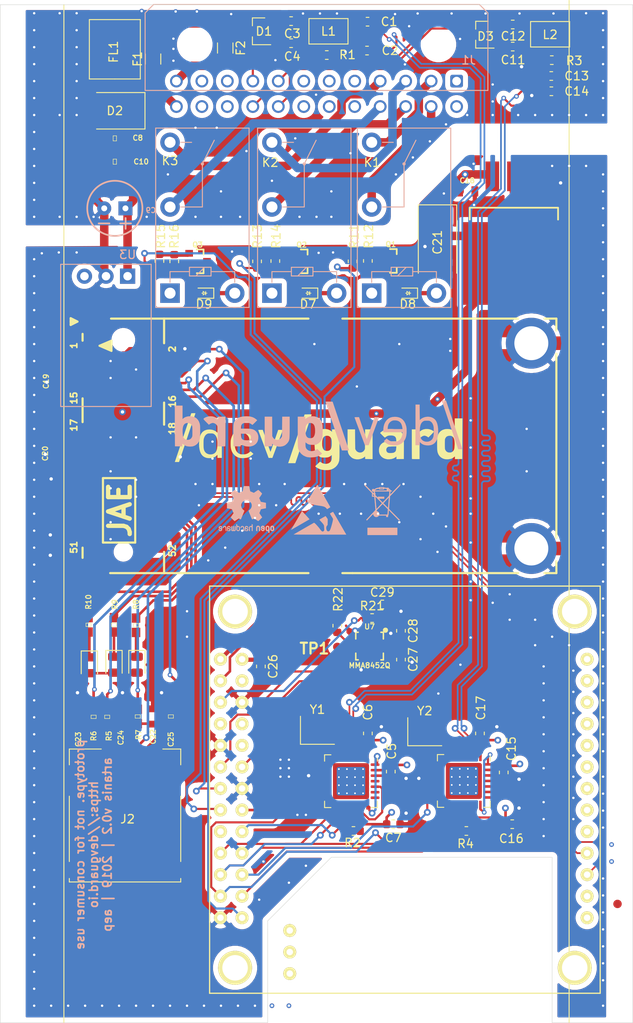
<source format=kicad_pcb>
(kicad_pcb (version 20171130) (host pcbnew 5.1.4)
  (layers (0 F.Cu signal hide) (1 Ground.Cu power hide) (2 Supply.Cu mixed hide) (31 B.Cu signal hide) (34 B.Paste user hide) (35 F.Paste user hide) (36 B.SilkS user) (37 F.SilkS user) (38 B.Mask user) (39 F.Mask user) (44 Edge.Cuts user))
  (net 0 "")
  (net 1 GND)
  (net 2 "Net-(U2-Pad21)")
  (net 3 "Net-(U2-Pad20)")
  (net 4 "Net-(R2-Pad1)")
  (net 5 "Net-(F1-Pad2)")
  (net 6 "Net-(F2-Pad1)")
  (net 7 BATT+)
  (net 8 BATT-)
  (net 9 "Net-(CON1-Pad10)")
  (net 10 "Net-(CON1-Pad12)")
  (net 11 "Net-(CON1-Pad14)")
  (net 12 "Net-(CON1-Pad16)")
  (net 13 "Net-(CON1-Pad42)")
  (net 14 "Net-(CON1-Pad44)")
  (net 15 "Net-(CON1-Pad46)")
  (net 16 CAN1H)
  (net 17 CAN1L)
  (net 18 5V)
  (net 19 3.3V)
  (net 20 CAN2L)
  (net 21 CAN2H)
  (net 22 "Net-(R4-Pad1)")
  (net 23 SCLK)
  (net 24 MISO)
  (net 25 MOSI)
  (net 26 CS1)
  (net 27 "Net-(U4-Pad21)")
  (net 28 "Net-(U4-Pad20)")
  (net 29 VCC3V3)
  (net 30 "Net-(C22-Pad1)")
  (net 31 "Net-(C23-Pad1)")
  (net 32 "Net-(C24-Pad1)")
  (net 33 "Net-(C25-Pad1)")
  (net 34 "Net-(D4-Pad1)")
  (net 35 "Net-(D5-Pad1)")
  (net 36 "Net-(D6-Pad1)")
  (net 37 "Net-(Q1-Pad1)")
  (net 38 RELAIS1)
  (net 39 "Net-(Q2-Pad1)")
  (net 40 "Net-(Q3-Pad1)")
  (net 41 R1C)
  (net 42 R2C)
  (net 43 R1O)
  (net 44 R2O)
  (net 45 RELAIS2)
  (net 46 RELAIS3)
  (net 47 /xtalc2+)
  (net 48 /xtalc2-)
  (net 49 /xtalc1+)
  (net 50 /xtalc1-)
  (net 51 USB2-)
  (net 52 USB2+)
  (net 53 R3C)
  (net 54 R3O)
  (net 55 CS0)
  (net 56 CAN0IRQ)
  (net 57 CAN1IRQ)
  (net 58 "Net-(D7-Pad1)")
  (net 59 "Net-(D8-Pad1)")
  (net 60 "Net-(D9-Pad1)")
  (net 61 /12v)
  (net 62 /c1_P)
  (net 63 /c1_N)
  (net 64 /c2_N)
  (net 65 /c2_P)
  (net 66 "Net-(C29-Pad1)")
  (net 67 TWI0_SCK)
  (net 68 TWI0_SDA)
  (net 69 "Net-(TP1-Pad1)")
  (net 70 IMU_INT1)
  (net 71 IMU_INT2)
  (module Silicon-Custom:QFN-16 (layer F.Cu) (at 43.5 75.6 270)
    (fp_text reference U7 (at -2.286 0) (layer F.SilkS) (effects (font (size 0.6096 0.6096) (thickness 0.127))))
    (fp_text value MMA8452Q (at 2.286 0) (layer F.SilkS) (effects (font (size 0.6096 0.6096) (thickness 0.127))))
    (pad 16 smd rect (at -0.49784 -1.27254 90) (size 0.29972 0.79756) (layers F.Cu F.Paste F.Mask))
    (pad 15 smd rect (at 0 -1.27254 90) (size 0.29972 0.79756) (layers F.Cu F.Paste F.Mask))
    (pad 14 smd rect (at 0.49784 -1.27254 90) (size 0.29972 0.79756) (layers F.Cu F.Paste F.Mask) (net 19 3.3V))
    (pad 13 smd rect (at 1.27254 -0.99822) (size 0.29972 0.79756) (layers F.Cu F.Paste F.Mask))
    (pad 12 smd rect (at 1.27254 -0.49784) (size 0.29972 0.79756) (layers F.Cu F.Paste F.Mask) (net 1 GND))
    (pad 11 smd rect (at 1.27254 0) (size 0.29972 0.79756) (layers F.Cu F.Paste F.Mask) (net 70 IMU_INT1))
    (pad 10 smd rect (at 1.27254 0.49784) (size 0.29972 0.79756) (layers F.Cu F.Paste F.Mask) (net 1 GND))
    (pad 9 smd rect (at 1.27254 0.99822) (size 0.29972 0.79756) (layers F.Cu F.Paste F.Mask) (net 71 IMU_INT2))
    (pad 8 smd rect (at 0.49784 1.27254 270) (size 0.29972 0.79756) (layers F.Cu F.Paste F.Mask))
    (pad 7 smd rect (at 0 1.27254 270) (size 0.29972 0.79756) (layers F.Cu F.Paste F.Mask) (net 69 "Net-(TP1-Pad1)"))
    (pad 6 smd rect (at -0.49784 1.27254 270) (size 0.29972 0.79756) (layers F.Cu F.Paste F.Mask) (net 68 TWI0_SDA))
    (pad 5 smd rect (at -1.27254 0.99822 180) (size 0.29972 0.79756) (layers F.Cu F.Paste F.Mask) (net 1 GND))
    (pad 4 smd rect (at -1.27254 0.49784 180) (size 0.29972 0.79756) (layers F.Cu F.Paste F.Mask) (net 67 TWI0_SCK))
    (pad 3 smd rect (at -1.27254 0 180) (size 0.29972 0.79756) (layers F.Cu F.Paste F.Mask))
    (pad 2 smd rect (at -1.27254 -0.49784 180) (size 0.29972 0.79756) (layers F.Cu F.Paste F.Mask) (net 66 "Net-(C29-Pad1)"))
    (pad 1 smd rect (at -1.27254 -0.99822 180) (size 0.29972 0.79756) (layers F.Cu F.Paste F.Mask) (net 19 3.3V))
  )
  (module aep:devguard (layer F.Cu) (at 37.5 51.5)
    (fp_text reference G*** hide)
    (fp_text value LOGO hide)
  )
  (module aep:devguard (layer B.Cu) (at 37.5 50 180)
    (fp_text reference G*** hide)
    (fp_text value LOGO hide)
  )
  (module aep:devguard (layer F.Cu) (at 43.5 52.5)
    (fp_text reference G*** hide)
    (fp_text value LOGO hide)
  )
  (module Symbol:WEEE-Logo_4.2x6mm_SilkScreen (layer B.Cu) (at 45 59.5 180)
    (fp_text reference REF** hide)
    (fp_text value WEEE-Logo_4.2x6mm_SilkScreen hide)
  )
  (module Symbol:OSHW-Logo2_7.3x6mm_SilkScreen (layer B.Cu) (at 29 59.5 180)
    (fp_text reference REF** hide)
    (fp_text value OSHW-Logo2_7.3x6mm_SilkScreen hide)
  )
  (module Symbol:ESD-Logo_6.6x6mm_SilkScreen (layer B.Cu) (at 37.5 59.5 180)
    (fp_text reference REF** hide)
    (fp_text value ESD-Logo_6.6x6mm_SilkScreen hide)
  )
  (module Capacitor_SMD:C_0603_1608Metric (layer F.Cu) (at 30.7 78 270)
    (fp_text reference C26 (at 0 -1.43 90) (layer F.SilkS))
    (fp_text value 10uF)
    (pad 2 smd roundrect (at 0.7875 0 270) (size 0.875 0.95) (layers F.Cu F.Paste F.Mask) (net 1 GND))
    (pad 1 smd roundrect (at -0.7875 0 270) (size 0.875 0.95) (layers F.Cu F.Paste F.Mask) (net 18 5V))
  )
  (module Capacitors:0805 (layer F.Cu) (at 18 83.90084 90)
    (fp_text reference C22 (at -2.39916 0 90) (layer F.SilkS) (effects (font (size 0.6096 0.6096) (thickness 0.127))))
    (fp_text value 33pF)
    (pad 2 smd rect (at 0.89916 0 90) (size 0.79756 1.19888) (layers F.Cu F.Paste F.Mask) (net 1 GND))
    (pad 1 smd rect (at -0.89916 0 90) (size 0.79756 1.19888) (layers F.Cu F.Paste F.Mask) (net 30 "Net-(C22-Pad1)"))
  )
  (module Capacitors:0805 (layer F.Cu) (at 9.2 83.90084 90)
    (fp_text reference C23 (at -2.7 0 90) (layer F.SilkS) (effects (font (size 0.6096 0.6096) (thickness 0.127))))
    (fp_text value 33pF)
    (pad 2 smd rect (at 0.89916 0 90) (size 0.79756 1.19888) (layers F.Cu F.Paste F.Mask) (net 1 GND))
    (pad 1 smd rect (at -0.89916 0 90) (size 0.79756 1.19888) (layers F.Cu F.Paste F.Mask) (net 31 "Net-(C23-Pad1)"))
  )
  (module Capacitors:0805 (layer F.Cu) (at 14.3 83.9 90)
    (fp_text reference C24 (at -2.5 -0.1 270) (layer F.SilkS) (effects (font (size 0.6096 0.6096) (thickness 0.127))))
    (fp_text value 33pF)
    (pad 2 smd rect (at 0.89916 0 90) (size 0.79756 1.19888) (layers F.Cu F.Paste F.Mask) (net 1 GND))
    (pad 1 smd rect (at -0.89916 0 90) (size 0.79756 1.19888) (layers F.Cu F.Paste F.Mask) (net 32 "Net-(C24-Pad1)"))
  )
  (module Capacitors:CPOL-RADIAL-2.5MM-6.5MM (layer B.Cu) (at 13.5 24)
    (fp_text reference C9 (at 4.24 0.23) (layer B.SilkS) (effects (font (size 0.6096 0.6096) (thickness 0.127)) (justify mirror)))
    (fp_text value "100uF 50V" hide)
    (pad 2 thru_hole circle (at -1.24968 0) (size 1.651 1.651) (drill 0.6985) (layers *.Cu *.Mask) (net 1 GND))
    (pad 1 thru_hole rect (at 1.24968 0) (size 1.651 1.651) (drill 0.6985) (layers *.Cu *.Mask) (net 61 /12v))
  )
  (module OLIMEX_TestPoints-FP:TP_SMD (layer F.Cu) (at 39.7 75.7)
    (fp_text reference TP1 (at -2.7 0.2) (layer F.SilkS) (effects (font (size 1.27 1.27) (thickness 0.254))))
    (fp_text value SA0 hide)
    (pad 1 smd circle (at 0 0 90) (size 1 1) (layers F.Cu F.Mask) (net 69 "Net-(TP1-Pad1)"))
  )
  (module Resistor_SMD:R_0603_1608Metric (layer F.Cu) (at 39.7 73.2 90)
    (fp_text reference R22 (at 3.1 0.1 90) (layer F.SilkS))
    (fp_text value 4.7K)
    (pad 2 smd roundrect (at 0.7875 0 90) (size 0.875 0.95) (layers F.Cu F.Paste F.Mask) (net 19 3.3V))
    (pad 1 smd roundrect (at -0.7875 0 90) (size 0.875 0.95) (layers F.Cu F.Paste F.Mask) (net 68 TWI0_SDA))
  )
  (module Resistor_SMD:R_0603_1608Metric (layer F.Cu) (at 43.8 72.3)
    (fp_text reference R21 (at 0 -1.43) (layer F.SilkS))
    (fp_text value 4.7K)
    (pad 2 smd roundrect (at 0.7875 0) (size 0.875 0.95) (layers F.Cu F.Paste F.Mask) (net 19 3.3V))
    (pad 1 smd roundrect (at -0.7875 0) (size 0.875 0.95) (layers F.Cu F.Paste F.Mask) (net 67 TWI0_SCK))
  )
  (module Capacitor_SMD:C_0603_1608Metric (layer F.Cu) (at 45 70.7)
    (fp_text reference C29 (at 0 -1.43) (layer F.SilkS))
    (fp_text value 0.1uF)
    (pad 2 smd roundrect (at 0.7875 0) (size 0.875 0.95) (layers F.Cu F.Paste F.Mask) (net 1 GND))
    (pad 1 smd roundrect (at -0.7875 0) (size 0.875 0.95) (layers F.Cu F.Paste F.Mask) (net 66 "Net-(C29-Pad1)"))
  )
  (module Capacitor_SMD:C_0603_1608Metric (layer F.Cu) (at 47.2 73.8 270)
    (fp_text reference C28 (at 0 -1.43 90) (layer F.SilkS))
    (fp_text value 0.1uF)
    (pad 2 smd roundrect (at 0.7875 0 270) (size 0.875 0.95) (layers F.Cu F.Paste F.Mask) (net 1 GND))
    (pad 1 smd roundrect (at -0.7875 0 270) (size 0.875 0.95) (layers F.Cu F.Paste F.Mask) (net 19 3.3V))
  )
  (module Capacitor_SMD:C_0603_1608Metric (layer F.Cu) (at 47.2 77.2 270)
    (fp_text reference C27 (at 0 -1.43 90) (layer F.SilkS))
    (fp_text value 4.7uF)
    (pad 2 smd roundrect (at 0.7875 0 270) (size 0.875 0.95) (layers F.Cu F.Paste F.Mask) (net 1 GND))
    (pad 1 smd roundrect (at -0.7875 0 270) (size 0.875 0.95) (layers F.Cu F.Paste F.Mask) (net 19 3.3V))
  )
  (module Silicon-Standard:SOT23-3 (layer F.Cu) (at 46 30.2 270)
    (fp_text reference Q1 (at -1.9558 0) (layer F.SilkS) (effects (font (size 0.6096 0.6096) (thickness 0.127))))
    (fp_text value Q_NPN_BEC hide)
    (pad 3 smd rect (at 0 -1.09982 270) (size 0.79756 0.89916) (layers F.Cu F.Paste F.Mask) (net 59 "Net-(D8-Pad1)"))
    (pad 2 smd rect (at 0.94996 0.99822 270) (size 0.79756 0.89916) (layers F.Cu F.Paste F.Mask) (net 1 GND))
    (pad 1 smd rect (at -0.94996 0.99822 270) (size 0.79756 0.89916) (layers F.Cu F.Paste F.Mask) (net 37 "Net-(Q1-Pad1)"))
  )
  (module Relay_THT:Relay_SPST_Omron-G5Q-1A (layer B.Cu) (at 43.75 34 90)
    (fp_text reference K1 (at 15.4 0.05) (layer F.SilkS))
    (fp_text value G5Q-1A)
    (pad 5 thru_hole circle (at 0 7.62 270) (size 2.3 2.3) (drill 1.3) (layers *.Cu *.Mask) (net 59 "Net-(D8-Pad1)"))
    (pad 3 thru_hole circle (at 17.78 0 270) (size 2.3 2.3) (drill 1.3) (layers *.Cu *.Mask) (net 43 R1O))
    (pad 2 thru_hole circle (at 10.16 0 270) (size 2.3 2.3) (drill 1.3) (layers *.Cu *.Mask) (net 41 R1C))
    (pad 1 thru_hole rect (at 0 0 270) (size 2.3 2.3) (drill 1.3) (layers *.Cu *.Mask) (net 18 5V))
  )
  (module Aesthetics:FIDUCIAL-1X2 (layer F.Cu) (at 72.7 106)
    (fp_text reference FID1 hide)
    (fp_text value Fiducial hide)
    (pad 1 smd circle (at 0 0) (size 0.99822 0.99822) (layers F.Cu F.Mask))
  )
  (module Diode_SMD:D_SOD-523 (layer F.Cu) (at 24 34 180)
    (fp_text reference D9 (at 0 -1.3) (layer F.SilkS))
    (fp_text value PESD5Z70115)
    (pad 1 smd rect (at -0.7 0) (size 0.6 0.7) (layers F.Cu F.Paste F.Mask) (net 60 "Net-(D9-Pad1)"))
    (pad 2 smd rect (at 0.7 0) (size 0.6 0.7) (layers F.Cu F.Paste F.Mask) (net 1 GND))
  )
  (module Diode_SMD:D_SOD-523 (layer F.Cu) (at 48 34 180)
    (fp_text reference D8 (at 0 -1.3) (layer F.SilkS))
    (fp_text value PESD5Z70115)
    (pad 1 smd rect (at -0.7 0) (size 0.6 0.7) (layers F.Cu F.Paste F.Mask) (net 59 "Net-(D8-Pad1)"))
    (pad 2 smd rect (at 0.7 0) (size 0.6 0.7) (layers F.Cu F.Paste F.Mask) (net 1 GND))
  )
  (module Diode_SMD:D_SOD-523 (layer F.Cu) (at 36.25 34 180)
    (fp_text reference D7 (at 0 -1.3 180) (layer F.SilkS))
    (fp_text value PESD5Z70115)
    (pad 1 smd rect (at -0.7 0) (size 0.6 0.7) (layers F.Cu F.Paste F.Mask) (net 58 "Net-(D7-Pad1)"))
    (pad 2 smd rect (at 0.7 0) (size 0.6 0.7) (layers F.Cu F.Paste F.Mask) (net 1 GND))
  )
  (module Capacitor_SMD:C_0603_1608Metric (layer F.Cu) (at 46.3 96.6)
    (fp_text reference C7 (at 0 1.6) (layer F.SilkS))
    (fp_text value 0.1uF)
    (pad 2 smd roundrect (at 0.7875 0) (size 0.875 0.95) (layers F.Cu F.Paste F.Mask) (net 1 GND))
    (pad 1 smd roundrect (at -0.7875 0) (size 0.875 0.95) (layers F.Cu F.Paste F.Mask) (net 19 3.3V))
  )
  (module Resistor_SMD:R_0603_1608Metric (layer F.Cu) (at 20.5 30.25 90)
    (fp_text reference R16 (at 2.95 0 90) (layer F.SilkS))
    (fp_text value 10K)
    (pad 2 smd roundrect (at 0.7875 0 90) (size 0.875 0.95) (layers F.Cu F.Paste F.Mask) (net 40 "Net-(Q3-Pad1)"))
    (pad 1 smd roundrect (at -0.7875 0 90) (size 0.875 0.95) (layers F.Cu F.Paste F.Mask) (net 1 GND))
  )
  (module Resistor_SMD:R_0603_1608Metric (layer F.Cu) (at 18.75 30.2125 270)
    (fp_text reference R15 (at -2.9125 -0.15 90) (layer F.SilkS))
    (fp_text value 1K)
    (pad 2 smd roundrect (at 0.7875 0 270) (size 0.875 0.95) (layers F.Cu F.Paste F.Mask) (net 46 RELAIS3))
    (pad 1 smd roundrect (at -0.7875 0 270) (size 0.875 0.95) (layers F.Cu F.Paste F.Mask) (net 40 "Net-(Q3-Pad1)"))
  )
  (module Silicon-Standard:SOT23-3 (layer F.Cu) (at 23.25 30.25 270)
    (fp_text reference Q3 (at -1.9558 0) (layer F.SilkS) (effects (font (size 0.6096 0.6096) (thickness 0.127))))
    (fp_text value Q_NPN_BEC hide)
    (pad 3 smd rect (at 0 -1.09982 270) (size 0.79756 0.89916) (layers F.Cu F.Paste F.Mask) (net 60 "Net-(D9-Pad1)"))
    (pad 2 smd rect (at 0.94996 0.99822 270) (size 0.79756 0.89916) (layers F.Cu F.Paste F.Mask) (net 1 GND))
    (pad 1 smd rect (at -0.94996 0.99822 270) (size 0.79756 0.89916) (layers F.Cu F.Paste F.Mask) (net 40 "Net-(Q3-Pad1)"))
  )
  (module Relay_THT:Relay_SPST_Omron-G5Q-1A (layer B.Cu) (at 20 34 90)
    (fp_text reference K3 (at 15.6 0 -180) (layer F.SilkS))
    (fp_text value G5Q-1A)
    (pad 5 thru_hole circle (at 0 7.62 270) (size 2.3 2.3) (drill 1.3) (layers *.Cu *.Mask) (net 60 "Net-(D9-Pad1)"))
    (pad 3 thru_hole circle (at 17.78 0 270) (size 2.3 2.3) (drill 1.3) (layers *.Cu *.Mask) (net 54 R3O))
    (pad 2 thru_hole circle (at 10.16 0 270) (size 2.3 2.3) (drill 1.3) (layers *.Cu *.Mask) (net 53 R3C))
    (pad 1 thru_hole rect (at 0 0 270) (size 2.3 2.3) (drill 1.3) (layers *.Cu *.Mask) (net 18 5V))
  )
  (module Resistor_SMD:R_0603_1608Metric (layer F.Cu) (at 32.4 30.2125 90)
    (fp_text reference R14 (at 2.9125 0.1 90) (layer F.SilkS))
    (fp_text value 10K)
    (pad 2 smd roundrect (at 0.7875 0 90) (size 0.875 0.95) (layers F.Cu F.Paste F.Mask) (net 39 "Net-(Q2-Pad1)"))
    (pad 1 smd roundrect (at -0.7875 0 90) (size 0.875 0.95) (layers F.Cu F.Paste F.Mask) (net 1 GND))
  )
  (module Resistor_SMD:R_0603_1608Metric (layer F.Cu) (at 30.25 30.25 270)
    (fp_text reference R13 (at -2.95 -0.05 90) (layer F.SilkS))
    (fp_text value 1K)
    (pad 2 smd roundrect (at 0.7875 0 270) (size 0.875 0.95) (layers F.Cu F.Paste F.Mask) (net 45 RELAIS2))
    (pad 1 smd roundrect (at -0.7875 0 270) (size 0.875 0.95) (layers F.Cu F.Paste F.Mask) (net 39 "Net-(Q2-Pad1)"))
  )
  (module Silicon-Standard:SOT23-3 (layer F.Cu) (at 35.5 30.25 270)
    (fp_text reference Q2 (at -1.9558 0) (layer F.SilkS) (effects (font (size 0.6096 0.6096) (thickness 0.127))))
    (fp_text value Q_NPN_BEC hide)
    (pad 3 smd rect (at 0 -1.09982 270) (size 0.79756 0.89916) (layers F.Cu F.Paste F.Mask) (net 58 "Net-(D7-Pad1)"))
    (pad 2 smd rect (at 0.94996 0.99822 270) (size 0.79756 0.89916) (layers F.Cu F.Paste F.Mask) (net 1 GND))
    (pad 1 smd rect (at -0.94996 0.99822 270) (size 0.79756 0.89916) (layers F.Cu F.Paste F.Mask) (net 39 "Net-(Q2-Pad1)"))
  )
  (module Relay_THT:Relay_SPST_Omron-G5Q-1A (layer B.Cu) (at 32 34 90)
    (fp_text reference K2 (at 15.4 -0.2) (layer F.SilkS))
    (fp_text value G5Q-1A)
    (pad 5 thru_hole circle (at 0 7.62 270) (size 2.3 2.3) (drill 1.3) (layers *.Cu *.Mask) (net 58 "Net-(D7-Pad1)"))
    (pad 3 thru_hole circle (at 17.78 0 270) (size 2.3 2.3) (drill 1.3) (layers *.Cu *.Mask) (net 44 R2O))
    (pad 2 thru_hole circle (at 10.16 0 270) (size 2.3 2.3) (drill 1.3) (layers *.Cu *.Mask) (net 42 R2C))
    (pad 1 thru_hole rect (at 0 0 270) (size 2.3 2.3) (drill 1.3) (layers *.Cu *.Mask) (net 18 5V))
  )
  (module Resistor_SMD:R_0603_1608Metric (layer F.Cu) (at 43.3 30.2 90)
    (fp_text reference R12 (at 2.9 0.1 90) (layer F.SilkS))
    (fp_text value 10K)
    (pad 2 smd roundrect (at 0.7875 0 90) (size 0.875 0.95) (layers F.Cu F.Paste F.Mask) (net 37 "Net-(Q1-Pad1)"))
    (pad 1 smd roundrect (at -0.7875 0 90) (size 0.875 0.95) (layers F.Cu F.Paste F.Mask) (net 1 GND))
  )
  (module Resistor_SMD:R_0603_1608Metric (layer F.Cu) (at 41.5 30.25 270)
    (fp_text reference R11 (at -2.95 -0.2 90) (layer F.SilkS))
    (fp_text value 1K)
    (pad 2 smd roundrect (at 0.7875 0 270) (size 0.875 0.95) (layers F.Cu F.Paste F.Mask) (net 38 RELAIS1))
    (pad 1 smd roundrect (at -0.7875 0 270) (size 0.875 0.95) (layers F.Cu F.Paste F.Mask) (net 37 "Net-(Q1-Pad1)"))
  )
  (module Capacitor_SMD:C_0603_1608Metric (layer F.Cu) (at 64.9 8.4 180)
    (fp_text reference C13 (at -3 0) (layer F.SilkS))
    (fp_text value 56pf)
    (pad 2 smd roundrect (at 0.7875 0 180) (size 0.875 0.95) (layers F.Cu F.Paste F.Mask) (net 1 GND))
    (pad 1 smd roundrect (at -0.7875 0 180) (size 0.875 0.95) (layers F.Cu F.Paste F.Mask) (net 64 /c2_N))
  )
  (module OLIMEX_Connectors-FP:MM60-52B1-G1-R850 (layer F.Cu) (at 14.5 52 90)
    (fp_text reference CON1 hide)
    (fp_text value "MSATA-PCIE_MINI-CARD-MM60-52B1-G1-R850(Digi-Key_PN_670-2516-2-ND)")
    (fp_text user 1 (at 11.82 -5.82 270) (layer F.SilkS) (effects (font (size 0.762 0.762) (thickness 0.1905))))
    (fp_text user 15 (at 5.63626 -5.82 270) (layer F.SilkS) (effects (font (size 0.762 0.762) (thickness 0.1905))))
    (fp_text user 17 (at 2.43586 -5.82 270) (layer F.SilkS) (effects (font (size 0.762 0.762) (thickness 0.1905))))
    (fp_text user 51 (at -11.96086 -5.82 270) (layer F.SilkS) (effects (font (size 0.762 0.762) (thickness 0.1905))))
    (fp_text user 2 (at 11.4173 5.7785 270) (layer F.SilkS) (effects (font (size 0.762 0.762) (thickness 0.1905))))
    (fp_text user 16 (at 5.23748 5.7785 270) (layer F.SilkS) (effects (font (size 0.762 0.762) (thickness 0.1905))))
    (fp_text user 18 (at 2.03708 5.7785 270) (layer F.SilkS) (effects (font (size 0.762 0.762) (thickness 0.1905))))
    (fp_text user 52 (at -12.35964 5.7785 270) (layer F.SilkS) (effects (font (size 0.762 0.762) (thickness 0.1905))))
    (fp_text user JAE (at -7.55 -0.4 270) (layer F.SilkS) (effects (font (size 2.54 2.54) (thickness 0.51054))))
    (pad MP2 thru_hole circle (at -12.1 48.05 270) (size 6 6) (drill 4) (layers *.Cu *.Mask) (net 1 GND))
    (pad MP1 thru_hole circle (at 12.1 48.05 270) (size 6 6) (drill 4) (layers *.Cu *.Mask) (net 1 GND))
    (pad "" np_thru_hole circle (at 12.5 0 270) (size 1.6 1.6) (drill 1.6) (layers *.Cu *.Mask))
    (pad "" np_thru_hole circle (at -12.5 0 270) (size 1.1 1.1) (drill 1.1) (layers *.Cu *.Mask))
    (pad 1 smd rect (at 11.8 -4.1 270) (size 0.6 2) (layers F.Cu F.Paste F.Mask))
    (pad 2 smd rect (at 11.4 4.1 270) (size 0.6 2) (layers F.Cu F.Paste F.Mask) (net 29 VCC3V3))
    (pad 3 smd rect (at 11 -4.1 270) (size 0.6 2) (layers F.Cu F.Paste F.Mask))
    (pad 4 smd rect (at 10.6 4.1 270) (size 0.6 2) (layers F.Cu F.Paste F.Mask) (net 1 GND))
    (pad 5 smd rect (at 10.2 -4.1 270) (size 0.6 2) (layers F.Cu F.Paste F.Mask))
    (pad 6 smd rect (at 9.8 4.1 270) (size 0.6 2) (layers F.Cu F.Paste F.Mask))
    (pad 7 smd rect (at 9.4 -4.1 270) (size 0.6 2) (layers F.Cu F.Paste F.Mask))
    (pad 8 smd rect (at 9 4.1 270) (size 0.6 2) (layers F.Cu F.Paste F.Mask) (net 33 "Net-(C25-Pad1)"))
    (pad 9 smd rect (at 8.6 -4.1 270) (size 0.6 2) (layers F.Cu F.Paste F.Mask) (net 1 GND))
    (pad 10 smd rect (at 8.2 4.1 270) (size 0.6 2) (layers F.Cu F.Paste F.Mask) (net 9 "Net-(CON1-Pad10)"))
    (pad 11 smd rect (at 7.8 -4.1 270) (size 0.6 2) (layers F.Cu F.Paste F.Mask))
    (pad 12 smd rect (at 7.4 4.1 270) (size 0.6 2) (layers F.Cu F.Paste F.Mask) (net 10 "Net-(CON1-Pad12)"))
    (pad 13 smd rect (at 7 -4.1 270) (size 0.6 2) (layers F.Cu F.Paste F.Mask))
    (pad 14 smd rect (at 6.6 4.1 270) (size 0.6 2) (layers F.Cu F.Paste F.Mask) (net 11 "Net-(CON1-Pad14)"))
    (pad 15 smd rect (at 6.2 -4.1 270) (size 0.6 2) (layers F.Cu F.Paste F.Mask) (net 1 GND))
    (pad 16 smd rect (at 5.8 4.1 270) (size 0.6 2) (layers F.Cu F.Paste F.Mask) (net 12 "Net-(CON1-Pad16)"))
    (pad 17 smd rect (at 2.2 -4.1 270) (size 0.6 2) (layers F.Cu F.Paste F.Mask))
    (pad 18 smd rect (at 1.8 4.1 270) (size 0.6 2) (layers F.Cu F.Paste F.Mask) (net 1 GND))
    (pad 19 smd rect (at 1.4 -4.1 270) (size 0.6 2) (layers F.Cu F.Paste F.Mask))
    (pad 20 smd rect (at 1 4.1 270) (size 0.6 2) (layers F.Cu F.Paste F.Mask))
    (pad 21 smd rect (at 0.6 -4.1 270) (size 0.6 2) (layers F.Cu F.Paste F.Mask) (net 1 GND))
    (pad 22 smd rect (at 0.2 4.1 270) (size 0.6 2) (layers F.Cu F.Paste F.Mask))
    (pad 23 smd rect (at -0.2 -4.1 270) (size 0.6 2) (layers F.Cu F.Paste F.Mask))
    (pad 24 smd rect (at -0.6 4.1 270) (size 0.6 2) (layers F.Cu F.Paste F.Mask) (net 29 VCC3V3))
    (pad 25 smd rect (at -1 -4.1 270) (size 0.6 2) (layers F.Cu F.Paste F.Mask))
    (pad 26 smd rect (at -1.4 4.1 270) (size 0.6 2) (layers F.Cu F.Paste F.Mask) (net 1 GND))
    (pad 27 smd rect (at -1.8 -4.1 270) (size 0.6 2) (layers F.Cu F.Paste F.Mask) (net 1 GND))
    (pad 28 smd rect (at -2.2 4.1 270) (size 0.6 2) (layers F.Cu F.Paste F.Mask))
    (pad 29 smd rect (at -2.6 -4.1 270) (size 0.6 2) (layers F.Cu F.Paste F.Mask) (net 1 GND))
    (pad 30 smd rect (at -3 4.1 270) (size 0.6 2) (layers F.Cu F.Paste F.Mask))
    (pad 31 smd rect (at -3.4 -4.1 270) (size 0.6 2) (layers F.Cu F.Paste F.Mask))
    (pad 32 smd rect (at -3.8 4.1 270) (size 0.6 2) (layers F.Cu F.Paste F.Mask))
    (pad 33 smd rect (at -4.2 -4.1 270) (size 0.6 2) (layers F.Cu F.Paste F.Mask))
    (pad 34 smd rect (at -4.6 4.1 270) (size 0.6 2) (layers F.Cu F.Paste F.Mask) (net 1 GND))
    (pad 35 smd rect (at -5 -4.1 270) (size 0.6 2) (layers F.Cu F.Paste F.Mask) (net 1 GND))
    (pad 36 smd rect (at -5.4 4.1 270) (size 0.6 2) (layers F.Cu F.Paste F.Mask) (net 51 USB2-))
    (pad 37 smd rect (at -5.8 -4.1 270) (size 0.6 2) (layers F.Cu F.Paste F.Mask))
    (pad 38 smd rect (at -6.2 4.1 270) (size 0.6 2) (layers F.Cu F.Paste F.Mask) (net 52 USB2+))
    (pad 39 smd rect (at -6.6 -4.1 270) (size 0.6 2) (layers F.Cu F.Paste F.Mask) (net 29 VCC3V3))
    (pad 40 smd rect (at -7 4.1 270) (size 0.6 2) (layers F.Cu F.Paste F.Mask) (net 1 GND))
    (pad 41 smd rect (at -7.4 -4.1 270) (size 0.6 2) (layers F.Cu F.Paste F.Mask) (net 29 VCC3V3))
    (pad 42 smd rect (at -7.8 4.1 270) (size 0.6 2) (layers F.Cu F.Paste F.Mask) (net 13 "Net-(CON1-Pad42)"))
    (pad 43 smd rect (at -8.2 -4.1 270) (size 0.6 2) (layers F.Cu F.Paste F.Mask))
    (pad 44 smd rect (at -8.6 4.1 270) (size 0.6 2) (layers F.Cu F.Paste F.Mask) (net 14 "Net-(CON1-Pad44)"))
    (pad 45 smd rect (at -9 -4.1 270) (size 0.6 2) (layers F.Cu F.Paste F.Mask))
    (pad 46 smd rect (at -9.4 4.1 270) (size 0.6 2) (layers F.Cu F.Paste F.Mask) (net 15 "Net-(CON1-Pad46)"))
    (pad 47 smd rect (at -9.8 -4.1 270) (size 0.6 2) (layers F.Cu F.Paste F.Mask))
    (pad 48 smd rect (at -10.2 4.1 270) (size 0.6 2) (layers F.Cu F.Paste F.Mask))
    (pad 49 smd rect (at -10.6 -4.1 270) (size 0.6 2) (layers F.Cu F.Paste F.Mask))
    (pad 50 smd rect (at -11 4.1 270) (size 0.6 2) (layers F.Cu F.Paste F.Mask) (net 1 GND))
    (pad 51 smd rect (at -11.4 -4.1 270) (size 0.6 2) (layers F.Cu F.Paste F.Mask))
    (pad 52 smd rect (at -11.8 4.1 270) (size 0.6 2) (layers F.Cu F.Paste F.Mask) (net 29 VCC3V3))
    (pad MP1 smd rect (at 14.65 -3.5 270) (size 2.3 3.2) (layers F.Cu F.Paste F.Mask) (net 1 GND))
    (pad MP2 smd rect (at -14.65 -3.6 270) (size 2.3 3.2) (layers F.Cu F.Paste F.Mask) (net 1 GND))
    (pad MP1 smd rect (at 12.1 50.8 270) (size 1.6 1.9) (layers F.Cu F.Mask) (net 1 GND))
    (pad MP1 smd rect (at 13.6 44.9 270) (size 1.6 2.7) (layers F.Cu F.Mask) (net 1 GND))
    (pad MP1 smd rect (at 10.6 44.9 270) (size 1.6 2.7) (layers F.Cu F.Mask) (net 1 GND))
    (pad MP2 smd rect (at -12.1 50.8 270) (size 1.6 1.9) (layers F.Cu F.Mask) (net 1 GND))
    (pad MP2 smd rect (at -10.6 44.9 270) (size 1.6 2.7) (layers F.Cu F.Mask) (net 1 GND))
    (pad MP2 smd rect (at -13.6 44.9 270) (size 1.6 2.7) (layers F.Cu F.Mask) (net 1 GND))
  )
  (module Silicon-Standard:D2PACK_A (layer F.Cu) (at 60.5 28.50102 180)
    (fp_text reference U5 hide)
    (fp_text value LD1085D2M33R hide)
    (pad TAB smd rect (at 0 -1.99898 180) (size 12.19962 9.74852) (layers F.Cu F.Paste F.Mask) (net 29 VCC3V3))
    (pad 3 smd rect (at 2.54 8.27278 180) (size 1.59766 3.49758) (layers F.Cu F.Paste F.Mask) (net 18 5V))
    (pad 2 smd rect (at 0 8.27278 180) (size 1.59766 3.49758) (layers F.Cu F.Paste F.Mask) (net 29 VCC3V3))
    (pad 1 smd rect (at -2.54 8.27278 180) (size 1.59766 3.49758) (layers F.Cu F.Paste F.Mask) (net 1 GND))
  )
  (module Resistors:0603 (layer F.Cu) (at 10.4 73.1 90)
    (fp_text reference R10 (at 2.7 0 90) (layer F.SilkS) (effects (font (size 0.6096 0.6096) (thickness 0.127))))
    (fp_text value 330 hide)
    (pad 2 smd rect (at 0.84836 0 90) (size 1.09982 0.99822) (layers F.Cu F.Paste F.Mask) (net 15 "Net-(CON1-Pad46)"))
    (pad 1 smd rect (at -0.84836 0 90) (size 1.09982 0.99822) (layers F.Cu F.Paste F.Mask) (net 36 "Net-(D6-Pad1)"))
  )
  (module Resistors:0603 (layer F.Cu) (at 13.4 73.1 90)
    (fp_text reference R9 (at 2.4 0.1 90) (layer F.SilkS) (effects (font (size 0.6096 0.6096) (thickness 0.127))))
    (fp_text value 330 hide)
    (pad 2 smd rect (at 0.84836 0 90) (size 1.09982 0.99822) (layers F.Cu F.Paste F.Mask) (net 14 "Net-(CON1-Pad44)"))
    (pad 1 smd rect (at -0.84836 0 90) (size 1.09982 0.99822) (layers F.Cu F.Paste F.Mask) (net 35 "Net-(D5-Pad1)"))
  )
  (module Resistors:0603 (layer F.Cu) (at 16 73.14836 90)
    (fp_text reference R8 (at 2.44836 0 90) (layer F.SilkS) (effects (font (size 0.6096 0.6096) (thickness 0.127))))
    (fp_text value 330 hide)
    (pad 2 smd rect (at 0.84836 0 90) (size 1.09982 0.99822) (layers F.Cu F.Paste F.Mask) (net 13 "Net-(CON1-Pad42)"))
    (pad 1 smd rect (at -0.84836 0 90) (size 1.09982 0.99822) (layers F.Cu F.Paste F.Mask) (net 34 "Net-(D4-Pad1)"))
  )
  (module Resistors:0603 (layer F.Cu) (at 16.2 83.9 90)
    (fp_text reference R7 (at -2.15164 0.1 270) (layer F.SilkS) (effects (font (size 0.6096 0.6096) (thickness 0.127))))
    (fp_text value 45)
    (pad 2 smd rect (at 0.84836 0 90) (size 1.09982 0.99822) (layers F.Cu F.Paste F.Mask) (net 11 "Net-(CON1-Pad14)"))
    (pad 1 smd rect (at -0.84836 0 90) (size 1.09982 0.99822) (layers F.Cu F.Paste F.Mask) (net 30 "Net-(C22-Pad1)"))
  )
  (module Resistors:0603 (layer F.Cu) (at 11 83.94836 90)
    (fp_text reference R6 (at -2.25164 0 270) (layer F.SilkS) (effects (font (size 0.6096 0.6096) (thickness 0.127))))
    (fp_text value 45)
    (pad 2 smd rect (at 0.84836 0 90) (size 1.09982 0.99822) (layers F.Cu F.Paste F.Mask) (net 10 "Net-(CON1-Pad12)"))
    (pad 1 smd rect (at -0.84836 0 90) (size 1.09982 0.99822) (layers F.Cu F.Paste F.Mask) (net 31 "Net-(C23-Pad1)"))
  )
  (module Resistors:0603 (layer F.Cu) (at 12.6 83.94836 90)
    (fp_text reference R5 (at -2.25164 0.2 270) (layer F.SilkS) (effects (font (size 0.6096 0.6096) (thickness 0.127))))
    (fp_text value 45)
    (pad 2 smd rect (at 0.84836 0 90) (size 1.09982 0.99822) (layers F.Cu F.Paste F.Mask) (net 9 "Net-(CON1-Pad10)"))
    (pad 1 smd rect (at -0.84836 0 90) (size 1.09982 0.99822) (layers F.Cu F.Paste F.Mask) (net 32 "Net-(C24-Pad1)"))
  )
  (module Connector_Card:microSIM_JAE_SF53S006VCBR2000 (layer F.Cu) (at 14.7 94.9)
    (fp_text reference J2 (at 0.3 1.1 180) (layer F.SilkS))
    (fp_text value SIM_Card)
    (pad 7 smd rect (at -1.055 -6.62) (size 0.65 1.15) (layers F.Cu F.Paste F.Mask) (net 32 "Net-(C24-Pad1)"))
    (pad 6 smd rect (at 1.485 -6.62) (size 0.65 1.15) (layers F.Cu F.Paste F.Mask) (net 12 "Net-(CON1-Pad16)"))
    (pad 5 smd rect (at 4.025 -6.62) (size 0.65 1.15) (layers F.Cu F.Paste F.Mask) (net 1 GND))
    (pad 3 smd rect (at -2.325 -6.62) (size 0.65 1.15) (layers F.Cu F.Paste F.Mask) (net 31 "Net-(C23-Pad1)"))
    (pad 2 smd rect (at 0.215 -6.62) (size 0.65 1.15) (layers F.Cu F.Paste F.Mask) (net 30 "Net-(C22-Pad1)"))
    (pad 1 smd rect (at 2.755 -6.62) (size 0.65 1.15) (layers F.Cu F.Paste F.Mask) (net 33 "Net-(C25-Pad1)"))
    (pad SH smd rect (at 2.545 6.53) (size 0.54 0.8) (layers F.Cu F.Paste F.Mask))
    (pad SH smd rect (at -2.535 6.53) (size 0.54 0.8) (layers F.Cu F.Paste F.Mask))
    (pad SH smd rect (at 6.27 -4.45) (size 0.45 1.3) (layers F.Cu F.Paste F.Mask))
    (pad SH smd rect (at 6.27 -2.45) (size 0.45 1.3) (layers F.Cu F.Paste F.Mask))
    (pad SH smd rect (at -6.27 -4.45) (size 0.45 1.3) (layers F.Cu F.Paste F.Mask))
    (pad SH smd rect (at -6.27 -2.45) (size 0.45 1.3) (layers F.Cu F.Paste F.Mask))
    (pad SH smd rect (at 6.105 7.11) (size 1.4 1.7) (layers F.Cu F.Paste F.Mask))
    (pad SH smd rect (at -6.105 7.11) (size 1.4 1.7) (layers F.Cu F.Paste F.Mask))
  )
  (module LED_SMD:LED_0805_2012Metric (layer F.Cu) (at 10.5 77.8625 270)
    (fp_text reference D6 hide)
    (fp_text value LED)
    (pad 1 smd roundrect (at -0.9375 0 270) (size 0.975 1.4) (layers F.Cu F.Paste F.Mask) (net 36 "Net-(D6-Pad1)"))
    (pad 2 smd roundrect (at 0.9375 0 270) (size 0.975 1.4) (layers F.Cu F.Paste F.Mask) (net 29 VCC3V3))
  )
  (module LED_SMD:LED_0805_2012Metric (layer F.Cu) (at 13.4 77.8 270)
    (fp_text reference D5 hide)
    (fp_text value LED)
    (pad 1 smd roundrect (at -0.9375 0 270) (size 0.975 1.4) (layers F.Cu F.Paste F.Mask) (net 35 "Net-(D5-Pad1)"))
    (pad 2 smd roundrect (at 0.9375 0 270) (size 0.975 1.4) (layers F.Cu F.Paste F.Mask) (net 29 VCC3V3))
  )
  (module LED_SMD:LED_0805_2012Metric (layer F.Cu) (at 16.1 77.8 270)
    (fp_text reference D4 hide)
    (fp_text value LED)
    (pad 1 smd roundrect (at -0.9375 0 270) (size 0.975 1.4) (layers F.Cu F.Paste F.Mask) (net 34 "Net-(D4-Pad1)"))
    (pad 2 smd roundrect (at 0.9375 0 270) (size 0.975 1.4) (layers F.Cu F.Paste F.Mask) (net 29 VCC3V3))
  )
  (module Capacitors:0603 (layer F.Cu) (at 20.1 83.9 90)
    (fp_text reference C25 (at -2.7 0 90) (layer F.SilkS) (effects (font (size 0.6096 0.6096) (thickness 0.127))))
    (fp_text value 100nF)
    (pad 2 smd rect (at 0.84836 0 90) (size 1.09982 0.99822) (layers F.Cu F.Paste F.Mask) (net 1 GND))
    (pad 1 smd rect (at -0.84836 0 90) (size 1.09982 0.99822) (layers F.Cu F.Paste F.Mask) (net 33 "Net-(C25-Pad1)"))
  )
  (module Capacitor_Tantalum_SMD:CP_EIA-7343-31_Kemet-D (layer F.Cu) (at 51.5 28 270)
    (fp_text reference C21 (at 0 0 270) (layer F.SilkS))
    (fp_text value 10uF)
    (pad 2 smd roundrect (at 3.1125 0 270) (size 2.075 2.55) (layers F.Cu F.Paste F.Mask) (roundrect_rratio 0.120482) (net 1 GND))
    (pad 1 smd roundrect (at -3.1125 0 270) (size 2.075 2.55) (layers F.Cu F.Paste F.Mask) (roundrect_rratio 0.120482) (net 29 VCC3V3))
  )
  (module Capacitors:0805 (layer F.Cu) (at 5.4 50.3 270)
    (fp_text reference C20 (at 2.6 0.1 90) (layer F.SilkS) (effects (font (size 0.6096 0.6096) (thickness 0.127))))
    (fp_text value 10uF hide)
    (pad 2 smd rect (at 0.89916 0 270) (size 0.79756 1.19888) (layers F.Cu F.Paste F.Mask) (net 1 GND))
    (pad 1 smd rect (at -0.89916 0 270) (size 0.79756 1.19888) (layers F.Cu F.Paste F.Mask) (net 29 VCC3V3))
  )
  (module Capacitors:0805 (layer F.Cu) (at 5.4 47.00084 90)
    (fp_text reference C19 (at 2.6 0 90) (layer F.SilkS) (effects (font (size 0.6096 0.6096) (thickness 0.127))))
    (fp_text value 10uF hide)
    (pad 2 smd rect (at 0.89916 0 90) (size 0.79756 1.19888) (layers F.Cu F.Paste F.Mask) (net 1 GND))
    (pad 1 smd rect (at -0.89916 0 90) (size 0.79756 1.19888) (layers F.Cu F.Paste F.Mask) (net 29 VCC3V3))
  )
  (module Capacitors:0805 (layer F.Cu) (at 55 22)
    (fp_text reference C18 (at 0 -1.27) (layer F.SilkS) (effects (font (size 0.6096 0.6096) (thickness 0.127))))
    (fp_text value 10uF)
    (pad 2 smd rect (at 0.89916 0) (size 0.79756 1.19888) (layers F.Cu F.Paste F.Mask) (net 1 GND))
    (pad 1 smd rect (at -0.89916 0) (size 0.79756 1.19888) (layers F.Cu F.Paste F.Mask) (net 18 5V))
  )
  (module orangepi-zero:orangepi-zero (layer F.Cu) (at 70.66 68.53 180)
    (fp_text reference U1 hide)
    (fp_text value orange_pi_zero)
    (pad "" thru_hole circle (at 43 -3 180) (size 4 4) (drill 3) (layers *.Cu *.Mask F.SilkS))
    (pad "" thru_hole circle (at 3 -3 180) (size 4 4) (drill 3) (layers *.Cu *.Mask F.SilkS))
    (pad "" thru_hole circle (at 3 -45 180) (size 4 4) (drill 3) (layers *.Cu *.Mask F.SilkS))
    (pad 203 thru_hole circle (at 36.56 -40.6 180) (size 1.524 1.524) (drill 0.762) (layers *.Cu *.Mask F.SilkS))
    (pad 202 thru_hole circle (at 36.56 -43.14 180) (size 1.524 1.524) (drill 0.762) (layers *.Cu *.Mask F.SilkS))
    (pad 201 thru_hole circle (at 36.56 -45.68 180) (size 1.524 1.524) (drill 0.762) (layers *.Cu *.Mask F.SilkS))
    (pad 126 thru_hole circle (at 42.18 -39.1 180) (size 1.524 1.524) (drill 0.762) (layers *.Cu *.Mask F.SilkS) (net 38 RELAIS1))
    (pad 125 thru_hole circle (at 44.72 -39.1 180) (size 1.524 1.524) (drill 0.762) (layers *.Cu *.Mask F.SilkS) (net 1 GND))
    (pad 124 thru_hole circle (at 42.18 -36.56 180) (size 1.524 1.524) (drill 0.762) (layers *.Cu *.Mask F.SilkS) (net 55 CS0))
    (pad 123 thru_hole circle (at 44.72 -36.56 180) (size 1.524 1.524) (drill 0.762) (layers *.Cu *.Mask F.SilkS) (net 23 SCLK))
    (pad 122 thru_hole circle (at 42.18 -34.02 180) (size 1.524 1.524) (drill 0.762) (layers *.Cu *.Mask F.SilkS) (net 56 CAN0IRQ))
    (pad 121 thru_hole circle (at 44.72 -34.02 180) (size 1.524 1.524) (drill 0.762) (layers *.Cu *.Mask F.SilkS) (net 24 MISO))
    (pad 120 thru_hole circle (at 42.18 -31.48 180) (size 1.524 1.524) (drill 0.762) (layers *.Cu *.Mask F.SilkS) (net 1 GND))
    (pad 119 thru_hole circle (at 44.72 -31.48 180) (size 1.524 1.524) (drill 0.762) (layers *.Cu *.Mask F.SilkS) (net 25 MOSI))
    (pad 118 thru_hole circle (at 42.18 -28.94 180) (size 1.524 1.524) (drill 0.762) (layers *.Cu *.Mask F.SilkS) (net 26 CS1))
    (pad 117 thru_hole circle (at 44.72 -28.94 180) (size 1.524 1.524) (drill 0.762) (layers *.Cu *.Mask F.SilkS) (net 19 3.3V))
    (pad 116 thru_hole circle (at 42.18 -26.4 180) (size 1.524 1.524) (drill 0.762) (layers *.Cu *.Mask F.SilkS) (net 57 CAN1IRQ))
    (pad 115 thru_hole circle (at 44.72 -26.4 180) (size 1.524 1.524) (drill 0.762) (layers *.Cu *.Mask F.SilkS) (net 46 RELAIS3))
    (pad 114 thru_hole circle (at 42.18 -23.86 180) (size 1.524 1.524) (drill 0.762) (layers *.Cu *.Mask F.SilkS) (net 1 GND))
    (pad 113 thru_hole circle (at 44.72 -23.86 180) (size 1.524 1.524) (drill 0.762) (layers *.Cu *.Mask F.SilkS) (net 45 RELAIS2))
    (pad 112 thru_hole circle (at 42.18 -21.32 180) (size 1.524 1.524) (drill 0.762) (layers *.Cu *.Mask F.SilkS) (net 70 IMU_INT1))
    (pad 111 thru_hole circle (at 44.72 -21.32 180) (size 1.524 1.524) (drill 0.762) (layers *.Cu *.Mask F.SilkS) (net 71 IMU_INT2))
    (pad 110 thru_hole circle (at 42.18 -18.78 180) (size 1.524 1.524) (drill 0.762) (layers *.Cu *.Mask F.SilkS))
    (pad 109 thru_hole circle (at 44.72 -18.78 180) (size 1.524 1.524) (drill 0.762) (layers *.Cu *.Mask F.SilkS) (net 1 GND))
    (pad 108 thru_hole circle (at 42.18 -16.24 180) (size 1.524 1.524) (drill 0.762) (layers *.Cu *.Mask F.SilkS))
    (pad 107 thru_hole circle (at 44.72 -16.24 180) (size 1.524 1.524) (drill 0.762) (layers *.Cu *.Mask F.SilkS))
    (pad 106 thru_hole circle (at 42.18 -13.7 180) (size 1.524 1.524) (drill 0.762) (layers *.Cu *.Mask F.SilkS) (net 1 GND))
    (pad 105 thru_hole circle (at 44.72 -13.7 180) (size 1.524 1.524) (drill 0.762) (layers *.Cu *.Mask F.SilkS) (net 67 TWI0_SCK))
    (pad 104 thru_hole circle (at 42.18 -11.16 180) (size 1.524 1.524) (drill 0.762) (layers *.Cu *.Mask F.SilkS) (net 18 5V))
    (pad 103 thru_hole circle (at 44.72 -11.16 180) (size 1.524 1.524) (drill 0.762) (layers *.Cu *.Mask F.SilkS) (net 68 TWI0_SDA))
    (pad 102 thru_hole circle (at 42.18 -8.62 180) (size 1.524 1.524) (drill 0.762) (layers *.Cu *.Mask F.SilkS) (net 18 5V))
    (pad 101 thru_hole circle (at 44.72 -8.62 180) (size 1.524 1.524) (drill 0.762) (layers *.Cu *.Mask F.SilkS) (net 19 3.3V))
    (pad 13 thru_hole circle (at 1.54 -8.62 180) (size 1.524 1.524) (drill 0.762) (layers *.Cu *.Mask F.SilkS))
    (pad 12 thru_hole circle (at 1.54 -11.16 180) (size 1.524 1.524) (drill 0.762) (layers *.Cu *.Mask F.SilkS))
    (pad 11 thru_hole circle (at 1.54 -13.7 180) (size 1.524 1.524) (drill 0.762) (layers *.Cu *.Mask F.SilkS))
    (pad 10 thru_hole circle (at 1.54 -16.24 180) (size 1.524 1.524) (drill 0.762) (layers *.Cu *.Mask F.SilkS))
    (pad 9 thru_hole circle (at 1.54 -18.78 180) (size 1.524 1.524) (drill 0.762) (layers *.Cu *.Mask F.SilkS))
    (pad 8 thru_hole circle (at 1.54 -21.32 180) (size 1.524 1.524) (drill 0.762) (layers *.Cu *.Mask F.SilkS))
    (pad 7 thru_hole circle (at 1.54 -23.86 180) (size 1.524 1.524) (drill 0.762) (layers *.Cu *.Mask F.SilkS))
    (pad 6 thru_hole circle (at 1.54 -26.4 180) (size 1.524 1.524) (drill 0.762) (layers *.Cu *.Mask F.SilkS))
    (pad 5 thru_hole circle (at 1.54 -28.94 180) (size 1.524 1.524) (drill 0.762) (layers *.Cu *.Mask F.SilkS))
    (pad 4 thru_hole circle (at 1.54 -31.48 180) (size 1.524 1.524) (drill 0.762) (layers *.Cu *.Mask F.SilkS) (net 52 USB2+))
    (pad 3 thru_hole circle (at 1.54 -34.02 180) (size 1.524 1.524) (drill 0.762) (layers *.Cu *.Mask F.SilkS) (net 51 USB2-))
    (pad 2 thru_hole circle (at 1.54 -36.56 180) (size 1.524 1.524) (drill 0.762) (layers *.Cu *.Mask F.SilkS))
    (pad 1 thru_hole circle (at 1.54 -39.1 180) (size 1.524 1.524) (drill 0.762) (layers *.Cu *.Mask F.SilkS))
    (pad "" thru_hole circle (at 43 -45 180) (size 4 4) (drill 3) (layers *.Cu *.Mask F.SilkS))
  )
  (module aep:PE-1210ACC (layer F.Cu) (at 64.76 3.48 180)
    (fp_text reference L2 (at 0 -0.05) (layer F.SilkS))
    (fp_text value "PE-1210ACC110STS  11UH")
    (pad 4 smd rect (at 1.4 0.95 180) (size 1.35 0.9) (layers F.Cu F.Paste F.Mask) (net 21 CAN2H))
    (pad 3 smd rect (at 1.4 -0.95 180) (size 1.35 0.9) (layers F.Cu F.Paste F.Mask) (net 20 CAN2L))
    (pad 2 smd rect (at -1.4 -0.95 180) (size 1.35 0.9) (layers F.Cu F.Paste F.Mask) (net 64 /c2_N))
    (pad 1 smd rect (at -1.4 0.95 180) (size 1.35 0.9) (layers F.Cu F.Paste F.Mask) (net 65 /c2_P))
  )
  (module aep:PE-1210ACC (layer F.Cu) (at 38.66 3.13 180)
    (fp_text reference L1 (at 0 0) (layer F.SilkS))
    (fp_text value "PE-1210ACC110STS  11UH")
    (pad 4 smd rect (at 1.4 0.95 180) (size 1.35 0.9) (layers F.Cu F.Paste F.Mask) (net 16 CAN1H))
    (pad 3 smd rect (at 1.4 -0.95 180) (size 1.35 0.9) (layers F.Cu F.Paste F.Mask) (net 17 CAN1L))
    (pad 2 smd rect (at -1.4 -0.95 180) (size 1.35 0.9) (layers F.Cu F.Paste F.Mask) (net 63 /c1_N))
    (pad 1 smd rect (at -1.4 0.95 180) (size 1.35 0.9) (layers F.Cu F.Paste F.Mask) (net 62 /c1_P))
  )
  (module Crystal:Crystal_SMD_Abracon_ABM8G-4Pin_3.2x2.5mm (layer F.Cu) (at 50 85.7)
    (fp_text reference Y2 (at 0 -2.45) (layer F.SilkS))
    (fp_text value M8AIG-16-12-2T3)
    (pad 4 smd rect (at -1.1 -0.85) (size 1.4 1.2) (layers F.Cu F.Paste F.Mask))
    (pad 3 smd rect (at 1.1 -0.85) (size 1.4 1.2) (layers F.Cu F.Paste F.Mask) (net 50 /xtalc1-))
    (pad 2 smd rect (at 1.1 0.85) (size 1.4 1.2) (layers F.Cu F.Paste F.Mask))
    (pad 1 smd rect (at -1.1 0.85) (size 1.4 1.2) (layers F.Cu F.Paste F.Mask) (net 49 /xtalc1+))
  )
  (module Crystal:Crystal_SMD_Abracon_ABM8G-4Pin_3.2x2.5mm (layer F.Cu) (at 37.36 85.53)
    (fp_text reference Y1 (at 0 -2.45) (layer F.SilkS))
    (fp_text value M8AIG-16-12-2T3)
    (pad 4 smd rect (at -1.1 -0.85) (size 1.4 1.2) (layers F.Cu F.Paste F.Mask))
    (pad 3 smd rect (at 1.1 -0.85) (size 1.4 1.2) (layers F.Cu F.Paste F.Mask) (net 48 /xtalc2-))
    (pad 2 smd rect (at 1.1 0.85) (size 1.4 1.2) (layers F.Cu F.Paste F.Mask))
    (pad 1 smd rect (at -1.1 0.85) (size 1.4 1.2) (layers F.Cu F.Paste F.Mask) (net 47 /xtalc2+))
  )
  (module Package_DFN_QFN:QFN-28-1EP_6x6mm_P0.65mm_EP4.25x4.25mm_ThermalVias (layer F.Cu) (at 54.6 91.5 270)
    (fp_text reference U4 hide)
    (fp_text value MCP25625-x-SS)
    (pad 28 smd roundrect (at -1.95 -2.8375 270) (size 0.3 1.025) (layers F.Cu F.Paste F.Mask) (net 27 "Net-(U4-Pad21)"))
    (pad 27 smd roundrect (at -1.3 -2.8375 270) (size 0.3 1.025) (layers F.Cu F.Paste F.Mask) (net 18 5V))
    (pad 26 smd roundrect (at -0.65 -2.8375 270) (size 0.3 1.025) (layers F.Cu F.Paste F.Mask) (net 1 GND))
    (pad 25 smd roundrect (at 0 -2.8375 270) (size 0.3 1.025) (layers F.Cu F.Paste F.Mask))
    (pad 24 smd roundrect (at 0.65 -2.8375 270) (size 0.3 1.025) (layers F.Cu F.Paste F.Mask) (net 28 "Net-(U4-Pad20)"))
    (pad 23 smd roundrect (at 1.3 -2.8375 270) (size 0.3 1.025) (layers F.Cu F.Paste F.Mask))
    (pad 22 smd roundrect (at 1.95 -2.8375 270) (size 0.3 1.025) (layers F.Cu F.Paste F.Mask))
    (pad 21 smd roundrect (at 2.8375 -1.95 270) (size 1.025 0.3) (layers F.Cu F.Paste F.Mask) (net 27 "Net-(U4-Pad21)"))
    (pad 20 smd roundrect (at 2.8375 -1.3 270) (size 1.025 0.3) (layers F.Cu F.Paste F.Mask) (net 28 "Net-(U4-Pad20)"))
    (pad 19 smd roundrect (at 2.8375 -0.65 270) (size 1.025 0.3) (layers F.Cu F.Paste F.Mask) (net 19 3.3V))
    (pad 18 smd roundrect (at 2.8375 0 270) (size 1.025 0.3) (layers F.Cu F.Paste F.Mask) (net 22 "Net-(R4-Pad1)"))
    (pad 17 smd roundrect (at 2.8375 0.65 270) (size 1.025 0.3) (layers F.Cu F.Paste F.Mask) (net 55 CS0))
    (pad 16 smd roundrect (at 2.8375 1.3 270) (size 1.025 0.3) (layers F.Cu F.Paste F.Mask) (net 24 MISO))
    (pad 15 smd roundrect (at 2.8375 1.95 270) (size 1.025 0.3) (layers F.Cu F.Paste F.Mask) (net 25 MOSI))
    (pad 14 smd roundrect (at 1.95 2.8375 270) (size 0.3 1.025) (layers F.Cu F.Paste F.Mask) (net 23 SCLK))
    (pad 13 smd roundrect (at 1.3 2.8375 270) (size 0.3 1.025) (layers F.Cu F.Paste F.Mask) (net 56 CAN0IRQ))
    (pad 12 smd roundrect (at 0.65 2.8375 270) (size 0.3 1.025) (layers F.Cu F.Paste F.Mask))
    (pad 11 smd roundrect (at 0 2.8375 270) (size 0.3 1.025) (layers F.Cu F.Paste F.Mask))
    (pad 10 smd roundrect (at -0.65 2.8375 270) (size 0.3 1.025) (layers F.Cu F.Paste F.Mask) (net 1 GND))
    (pad 9 smd roundrect (at -1.3 2.8375 270) (size 0.3 1.025) (layers F.Cu F.Paste F.Mask) (net 49 /xtalc1+))
    (pad 8 smd roundrect (at -1.95 2.8375 270) (size 0.3 1.025) (layers F.Cu F.Paste F.Mask) (net 50 /xtalc1-))
    (pad 7 smd roundrect (at -2.8375 1.95 270) (size 1.025 0.3) (layers F.Cu F.Paste F.Mask))
    (pad 6 smd roundrect (at -2.8375 1.3 270) (size 1.025 0.3) (layers F.Cu F.Paste F.Mask))
    (pad 5 smd roundrect (at -2.8375 0.65 270) (size 1.025 0.3) (layers F.Cu F.Paste F.Mask))
    (pad 4 smd roundrect (at -2.8375 0 270) (size 1.025 0.3) (layers F.Cu F.Paste F.Mask) (net 65 /c2_P))
    (pad 3 smd roundrect (at -2.8375 -0.65 270) (size 1.025 0.3) (layers F.Cu F.Paste F.Mask) (net 64 /c2_N))
    (pad 2 smd roundrect (at -2.8375 -1.3 270) (size 1.025 0.3) (layers F.Cu F.Paste F.Mask))
    (pad 1 smd roundrect (at -2.8375 -1.95 270) (size 1.025 0.3) (layers F.Cu F.Paste F.Mask) (net 19 3.3V))
    (pad 29 smd roundrect (at 0 0 270) (size 3.35 3.35) (layers B.Cu) (roundrect_rratio 0.074627))
    (pad 29 thru_hole circle (at 1.425 1.425 270) (size 0.5 0.5) (drill 0.2) (layers *.Cu))
    (pad 29 thru_hole circle (at 0.475 1.425 270) (size 0.5 0.5) (drill 0.2) (layers *.Cu))
    (pad 29 thru_hole circle (at -0.475 1.425 270) (size 0.5 0.5) (drill 0.2) (layers *.Cu))
    (pad 29 thru_hole circle (at -1.425 1.425 270) (size 0.5 0.5) (drill 0.2) (layers *.Cu))
    (pad 29 thru_hole circle (at 1.425 0.475 270) (size 0.5 0.5) (drill 0.2) (layers *.Cu))
    (pad 29 thru_hole circle (at 0.475 0.475 270) (size 0.5 0.5) (drill 0.2) (layers *.Cu))
    (pad 29 thru_hole circle (at -0.475 0.475 270) (size 0.5 0.5) (drill 0.2) (layers *.Cu))
    (pad 29 thru_hole circle (at -1.425 0.475 270) (size 0.5 0.5) (drill 0.2) (layers *.Cu))
    (pad 29 thru_hole circle (at 1.425 -0.475 270) (size 0.5 0.5) (drill 0.2) (layers *.Cu))
    (pad 29 thru_hole circle (at 0.475 -0.475 270) (size 0.5 0.5) (drill 0.2) (layers *.Cu))
    (pad 29 thru_hole circle (at -0.475 -0.475 270) (size 0.5 0.5) (drill 0.2) (layers *.Cu))
    (pad 29 thru_hole circle (at -1.425 -0.475 270) (size 0.5 0.5) (drill 0.2) (layers *.Cu))
    (pad 29 thru_hole circle (at 1.425 -1.425 270) (size 0.5 0.5) (drill 0.2) (layers *.Cu))
    (pad 29 thru_hole circle (at 0.475 -1.425 270) (size 0.5 0.5) (drill 0.2) (layers *.Cu))
    (pad 29 thru_hole circle (at -0.475 -1.425 270) (size 0.5 0.5) (drill 0.2) (layers *.Cu))
    (pad 29 thru_hole circle (at -1.425 -1.425 270) (size 0.5 0.5) (drill 0.2) (layers *.Cu))
    (pad 29 smd roundrect (at 0 0 270) (size 4.25 4.25) (layers F.Cu F.Mask) (roundrect_rratio 0.058824))
  )
  (module Package_DFN_QFN:QFN-28-1EP_6x6mm_P0.65mm_EP4.25x4.25mm_ThermalVias (layer F.Cu) (at 41.31 91.53 270)
    (fp_text reference U2 hide)
    (fp_text value MCP25625-x-SS)
    (pad 28 smd roundrect (at -1.95 -2.8375 270) (size 0.3 1.025) (layers F.Cu F.Paste F.Mask) (net 2 "Net-(U2-Pad21)"))
    (pad 27 smd roundrect (at -1.3 -2.8375 270) (size 0.3 1.025) (layers F.Cu F.Paste F.Mask) (net 18 5V))
    (pad 26 smd roundrect (at -0.65 -2.8375 270) (size 0.3 1.025) (layers F.Cu F.Paste F.Mask) (net 1 GND))
    (pad 25 smd roundrect (at 0 -2.8375 270) (size 0.3 1.025) (layers F.Cu F.Paste F.Mask))
    (pad 24 smd roundrect (at 0.65 -2.8375 270) (size 0.3 1.025) (layers F.Cu F.Paste F.Mask) (net 3 "Net-(U2-Pad20)"))
    (pad 23 smd roundrect (at 1.3 -2.8375 270) (size 0.3 1.025) (layers F.Cu F.Paste F.Mask))
    (pad 22 smd roundrect (at 1.95 -2.8375 270) (size 0.3 1.025) (layers F.Cu F.Paste F.Mask))
    (pad 21 smd roundrect (at 2.8375 -1.95 270) (size 1.025 0.3) (layers F.Cu F.Paste F.Mask) (net 2 "Net-(U2-Pad21)"))
    (pad 20 smd roundrect (at 2.8375 -1.3 270) (size 1.025 0.3) (layers F.Cu F.Paste F.Mask) (net 3 "Net-(U2-Pad20)"))
    (pad 19 smd roundrect (at 2.8375 -0.65 270) (size 1.025 0.3) (layers F.Cu F.Paste F.Mask) (net 19 3.3V))
    (pad 18 smd roundrect (at 2.8375 0 270) (size 1.025 0.3) (layers F.Cu F.Paste F.Mask) (net 4 "Net-(R2-Pad1)"))
    (pad 17 smd roundrect (at 2.8375 0.65 270) (size 1.025 0.3) (layers F.Cu F.Paste F.Mask) (net 26 CS1))
    (pad 16 smd roundrect (at 2.8375 1.3 270) (size 1.025 0.3) (layers F.Cu F.Paste F.Mask) (net 24 MISO))
    (pad 15 smd roundrect (at 2.8375 1.95 270) (size 1.025 0.3) (layers F.Cu F.Paste F.Mask) (net 25 MOSI))
    (pad 14 smd roundrect (at 1.95 2.8375 270) (size 0.3 1.025) (layers F.Cu F.Paste F.Mask) (net 23 SCLK))
    (pad 13 smd roundrect (at 1.3 2.8375 270) (size 0.3 1.025) (layers F.Cu F.Paste F.Mask) (net 57 CAN1IRQ))
    (pad 12 smd roundrect (at 0.65 2.8375 270) (size 0.3 1.025) (layers F.Cu F.Paste F.Mask))
    (pad 11 smd roundrect (at 0 2.8375 270) (size 0.3 1.025) (layers F.Cu F.Paste F.Mask))
    (pad 10 smd roundrect (at -0.65 2.8375 270) (size 0.3 1.025) (layers F.Cu F.Paste F.Mask) (net 1 GND))
    (pad 9 smd roundrect (at -1.3 2.8375 270) (size 0.3 1.025) (layers F.Cu F.Paste F.Mask) (net 47 /xtalc2+))
    (pad 8 smd roundrect (at -1.95 2.8375 270) (size 0.3 1.025) (layers F.Cu F.Paste F.Mask) (net 48 /xtalc2-))
    (pad 7 smd roundrect (at -2.8375 1.95 270) (size 1.025 0.3) (layers F.Cu F.Paste F.Mask))
    (pad 6 smd roundrect (at -2.8375 1.3 270) (size 1.025 0.3) (layers F.Cu F.Paste F.Mask))
    (pad 5 smd roundrect (at -2.8375 0.65 270) (size 1.025 0.3) (layers F.Cu F.Paste F.Mask))
    (pad 4 smd roundrect (at -2.8375 0 270) (size 1.025 0.3) (layers F.Cu F.Paste F.Mask) (net 62 /c1_P))
    (pad 3 smd roundrect (at -2.8375 -0.65 270) (size 1.025 0.3) (layers F.Cu F.Paste F.Mask) (net 63 /c1_N))
    (pad 2 smd roundrect (at -2.8375 -1.3 270) (size 1.025 0.3) (layers F.Cu F.Paste F.Mask))
    (pad 1 smd roundrect (at -2.8375 -1.95 270) (size 1.025 0.3) (layers F.Cu F.Paste F.Mask) (net 19 3.3V))
    (pad 29 smd roundrect (at 0 0 270) (size 3.35 3.35) (layers B.Cu) (roundrect_rratio 0.074627))
    (pad 29 thru_hole circle (at 1.425 1.425 270) (size 0.5 0.5) (drill 0.2) (layers *.Cu))
    (pad 29 thru_hole circle (at 0.475 1.425 270) (size 0.5 0.5) (drill 0.2) (layers *.Cu))
    (pad 29 thru_hole circle (at -0.475 1.425 270) (size 0.5 0.5) (drill 0.2) (layers *.Cu))
    (pad 29 thru_hole circle (at -1.425 1.425 270) (size 0.5 0.5) (drill 0.2) (layers *.Cu))
    (pad 29 thru_hole circle (at 1.425 0.475 270) (size 0.5 0.5) (drill 0.2) (layers *.Cu))
    (pad 29 thru_hole circle (at 0.475 0.475 270) (size 0.5 0.5) (drill 0.2) (layers *.Cu))
    (pad 29 thru_hole circle (at -0.475 0.475 270) (size 0.5 0.5) (drill 0.2) (layers *.Cu))
    (pad 29 thru_hole circle (at -1.425 0.475 270) (size 0.5 0.5) (drill 0.2) (layers *.Cu))
    (pad 29 thru_hole circle (at 1.425 -0.475 270) (size 0.5 0.5) (drill 0.2) (layers *.Cu))
    (pad 29 thru_hole circle (at 0.475 -0.475 270) (size 0.5 0.5) (drill 0.2) (layers *.Cu))
    (pad 29 thru_hole circle (at -0.475 -0.475 270) (size 0.5 0.5) (drill 0.2) (layers *.Cu))
    (pad 29 thru_hole circle (at -1.425 -0.475 270) (size 0.5 0.5) (drill 0.2) (layers *.Cu))
    (pad 29 thru_hole circle (at 1.425 -1.425 270) (size 0.5 0.5) (drill 0.2) (layers *.Cu))
    (pad 29 thru_hole circle (at 0.475 -1.425 270) (size 0.5 0.5) (drill 0.2) (layers *.Cu))
    (pad 29 thru_hole circle (at -0.475 -1.425 270) (size 0.5 0.5) (drill 0.2) (layers *.Cu))
    (pad 29 thru_hole circle (at -1.425 -1.425 270) (size 0.5 0.5) (drill 0.2) (layers *.Cu))
    (pad 29 smd roundrect (at 0 0 270) (size 4.25 4.25) (layers F.Cu F.Mask) (roundrect_rratio 0.058824))
  )
  (module Resistor_SMD:R_0603_1608Metric (layer F.Cu) (at 54.9 97.4)
    (fp_text reference R4 (at -0.1 1.5) (layer F.SilkS))
    (fp_text value 10K)
    (pad 2 smd roundrect (at 0.7875 0) (size 0.875 0.95) (layers F.Cu F.Paste F.Mask) (net 19 3.3V))
    (pad 1 smd roundrect (at -0.7875 0) (size 0.875 0.95) (layers F.Cu F.Paste F.Mask))
  )
  (module Resistor_SMD:R_0603_1608Metric (layer F.Cu) (at 64.96 6.53 180)
    (fp_text reference R3 (at -2.64 -0.07) (layer F.SilkS))
    (fp_text value 120)
    (pad 2 smd roundrect (at 0.7875 0 180) (size 0.875 0.95) (layers F.Cu F.Paste F.Mask) (net 20 CAN2L))
    (pad 1 smd roundrect (at -0.7875 0 180) (size 0.875 0.95) (layers F.Cu F.Paste F.Mask) (net 21 CAN2H))
  )
  (module Resistor_SMD:R_0603_1608Metric (layer F.Cu) (at 41.6 97.4)
    (fp_text reference R2 (at -0.1 1.4) (layer F.SilkS))
    (fp_text value 10K)
    (pad 2 smd roundrect (at 0.7875 0) (size 0.875 0.95) (layers F.Cu F.Paste F.Mask) (net 19 3.3V))
    (pad 1 smd roundrect (at -0.7875 0) (size 0.875 0.95) (layers F.Cu F.Paste F.Mask))
  )
  (module Resistor_SMD:R_0603_1608Metric (layer F.Cu) (at 38.46 5.93 180)
    (fp_text reference R1 (at -2.44 0.03) (layer F.SilkS))
    (fp_text value 120)
    (pad 2 smd roundrect (at 0.7875 0 180) (size 0.875 0.95) (layers F.Cu F.Paste F.Mask) (net 17 CAN1L))
    (pad 1 smd roundrect (at -0.7875 0 180) (size 0.875 0.95) (layers F.Cu F.Paste F.Mask) (net 16 CAN1H))
  )
  (module Package_TO_SOT_SMD:SOT-23 (layer F.Cu) (at 56.76 3.53 180)
    (fp_text reference D3 (at -0.4 -0.2) (layer F.SilkS))
    (fp_text value SZNUP2105L)
    (pad 3 smd rect (at 1 0 180) (size 0.9 0.8) (layers F.Cu F.Paste F.Mask) (net 1 GND))
    (pad 2 smd rect (at -1 0.95 180) (size 0.9 0.8) (layers F.Cu F.Paste F.Mask) (net 21 CAN2H))
    (pad 1 smd rect (at -1 -0.95 180) (size 0.9 0.8) (layers F.Cu F.Paste F.Mask) (net 20 CAN2L))
  )
  (module Package_TO_SOT_SMD:SOT-23 (layer F.Cu) (at 30.46 3.13 180)
    (fp_text reference D1 (at -0.6 0) (layer F.SilkS))
    (fp_text value SZNUP2105L)
    (pad 3 smd rect (at 1 0 180) (size 0.9 0.8) (layers F.Cu F.Paste F.Mask) (net 1 GND))
    (pad 2 smd rect (at -1 0.95 180) (size 0.9 0.8) (layers F.Cu F.Paste F.Mask) (net 16 CAN1H))
    (pad 1 smd rect (at -1 -0.95 180) (size 0.9 0.8) (layers F.Cu F.Paste F.Mask) (net 17 CAN1L))
  )
  (module Capacitor_SMD:C_0603_1608Metric (layer F.Cu) (at 56.5 85.9 90)
    (fp_text reference C17 (at 3 0.1 90) (layer F.SilkS))
    (fp_text value 0.1uF)
    (pad 2 smd roundrect (at 0.7875 0 90) (size 0.875 0.95) (layers F.Cu F.Paste F.Mask) (net 1 GND))
    (pad 1 smd roundrect (at -0.7875 0 90) (size 0.875 0.95) (layers F.Cu F.Paste F.Mask) (net 19 3.3V))
  )
  (module Capacitor_SMD:C_0603_1608Metric (layer F.Cu) (at 60.3 96.6)
    (fp_text reference C16 (at -0.1 1.7) (layer F.SilkS))
    (fp_text value 0.1uF)
    (pad 2 smd roundrect (at 0.7875 0) (size 0.875 0.95) (layers F.Cu F.Paste F.Mask) (net 1 GND))
    (pad 1 smd roundrect (at -0.7875 0) (size 0.875 0.95) (layers F.Cu F.Paste F.Mask) (net 19 3.3V))
  )
  (module Capacitor_SMD:C_0603_1608Metric (layer F.Cu) (at 59.3 90.5 90)
    (fp_text reference C15 (at 2.8 0.9 270) (layer F.SilkS))
    (fp_text value 0.1uF)
    (pad 2 smd roundrect (at 0.7875 0 90) (size 0.875 0.95) (layers F.Cu F.Paste F.Mask) (net 18 5V))
    (pad 1 smd roundrect (at -0.7875 0 90) (size 0.875 0.95) (layers F.Cu F.Paste F.Mask) (net 1 GND))
  )
  (module Capacitor_SMD:C_0603_1608Metric (layer F.Cu) (at 64.9125 10.2 180)
    (fp_text reference C14 (at -2.9875 0) (layer F.SilkS))
    (fp_text value 56pf)
    (pad 2 smd roundrect (at 0.7875 0 180) (size 0.875 0.95) (layers F.Cu F.Paste F.Mask) (net 1 GND))
    (pad 1 smd roundrect (at -0.7875 0 180) (size 0.875 0.95) (layers F.Cu F.Paste F.Mask) (net 65 /c2_P))
  )
  (module Capacitor_SMD:C_0603_1608Metric (layer F.Cu) (at 60.36 2.33)
    (fp_text reference C12 (at 0.04 1.37) (layer F.SilkS))
    (fp_text value 56pf)
    (pad 2 smd roundrect (at 0.7875 0) (size 0.875 0.95) (layers F.Cu F.Paste F.Mask) (net 1 GND))
    (pad 1 smd roundrect (at -0.7875 0) (size 0.875 0.95) (layers F.Cu F.Paste F.Mask) (net 21 CAN2H))
  )
  (module Capacitor_SMD:C_0603_1608Metric (layer F.Cu) (at 60.36 4.93)
    (fp_text reference C11 (at 0.04 1.57) (layer F.SilkS))
    (fp_text value 56pf)
    (pad 2 smd roundrect (at 0.7875 0) (size 0.875 0.95) (layers F.Cu F.Paste F.Mask) (net 1 GND))
    (pad 1 smd roundrect (at -0.7875 0) (size 0.875 0.95) (layers F.Cu F.Paste F.Mask) (net 20 CAN2L))
  )
  (module Capacitor_SMD:C_0603_1608Metric (layer F.Cu) (at 43.3 85.9 90)
    (fp_text reference C6 (at 2.5 0 90) (layer F.SilkS))
    (fp_text value 0.1uF)
    (pad 2 smd roundrect (at 0.7875 0 90) (size 0.875 0.95) (layers F.Cu F.Paste F.Mask) (net 1 GND))
    (pad 1 smd roundrect (at -0.7875 0 90) (size 0.875 0.95) (layers F.Cu F.Paste F.Mask) (net 19 3.3V))
  )
  (module Capacitor_SMD:C_0603_1608Metric (layer F.Cu) (at 46 90.4 90)
    (fp_text reference C5 (at 2.4 0.1 90) (layer F.SilkS))
    (fp_text value 0.1uF)
    (pad 2 smd roundrect (at 0.7875 0 90) (size 0.875 0.95) (layers F.Cu F.Paste F.Mask) (net 18 5V))
    (pad 1 smd roundrect (at -0.7875 0 90) (size 0.875 0.95) (layers F.Cu F.Paste F.Mask) (net 1 GND))
  )
  (module Capacitor_SMD:C_0603_1608Metric (layer F.Cu) (at 34.26 4.53)
    (fp_text reference C4 (at 0.14 1.57) (layer F.SilkS))
    (fp_text value 56pf)
    (pad 2 smd roundrect (at 0.7875 0) (size 0.875 0.95) (layers F.Cu F.Paste F.Mask) (net 1 GND))
    (pad 1 smd roundrect (at -0.7875 0) (size 0.875 0.95) (layers F.Cu F.Paste F.Mask) (net 17 CAN1L))
  )
  (module Capacitor_SMD:C_0603_1608Metric (layer F.Cu) (at 34.26 1.93)
    (fp_text reference C3 (at 0.14 1.47) (layer F.SilkS))
    (fp_text value 56pf)
    (pad 2 smd roundrect (at 0.7875 0) (size 0.875 0.95) (layers F.Cu F.Paste F.Mask) (net 1 GND))
    (pad 1 smd roundrect (at -0.7875 0) (size 0.875 0.95) (layers F.Cu F.Paste F.Mask) (net 16 CAN1H))
  )
  (module Capacitor_SMD:C_0603_1608Metric (layer F.Cu) (at 43.2 5.4 180)
    (fp_text reference C2 (at -2.7 0) (layer F.SilkS))
    (fp_text value 56pf)
    (pad 2 smd roundrect (at 0.7875 0 180) (size 0.875 0.95) (layers F.Cu F.Paste F.Mask) (net 1 GND))
    (pad 1 smd roundrect (at -0.7875 0 180) (size 0.875 0.95) (layers F.Cu F.Paste F.Mask) (net 63 /c1_N))
  )
  (module Capacitor_SMD:C_0603_1608Metric (layer F.Cu) (at 43.26 2 180)
    (fp_text reference C1 (at -2.54 0) (layer F.SilkS))
    (fp_text value 56pf)
    (pad 2 smd roundrect (at 0.7875 0 180) (size 0.875 0.95) (layers F.Cu F.Paste F.Mask) (net 1 GND))
    (pad 1 smd roundrect (at -0.7875 0 180) (size 0.875 0.95) (layers F.Cu F.Paste F.Mask) (net 62 /c1_P))
  )
  (module Fuse:Fuse_1206_3216Metric (layer F.Cu) (at 26.5 5.1 270)
    (fp_text reference F2 (at 0 -1.82 90) (layer F.SilkS))
    (fp_text value Fuse)
    (pad 2 smd roundrect (at 1.4 0 270) (size 1.25 1.75) (layers F.Cu F.Paste F.Mask) (roundrect_rratio 0.2) (net 7 BATT+))
    (pad 1 smd roundrect (at -1.4 0 270) (size 1.25 1.75) (layers F.Cu F.Paste F.Mask) (roundrect_rratio 0.2) (net 6 "Net-(F2-Pad1)"))
  )
  (module Fuse:Fuse_1206_3216Metric (layer F.Cu) (at 18 6.4 90)
    (fp_text reference F1 (at 0 -1.82 90) (layer F.SilkS))
    (fp_text value Fuse)
    (pad 2 smd roundrect (at 1.4 0 90) (size 1.25 1.75) (layers F.Cu F.Paste F.Mask) (roundrect_rratio 0.2) (net 5 "Net-(F1-Pad2)"))
    (pad 1 smd roundrect (at -1.4 0 90) (size 1.25 1.75) (layers F.Cu F.Paste F.Mask) (roundrect_rratio 0.2) (net 8 BATT-))
  )
  (module Converter_DCDC:Converter_DCDC_muRata_OKI-78SR_Horizontal (layer B.Cu) (at 15 32 180)
    (fp_text reference U3 (at 0 2.54) (layer B.SilkS) (effects (justify mirror)))
    (fp_text value OKI-78SR-5_1.5-W36-C)
    (pad 3 thru_hole circle (at 5.08 0) (size 1.8 1.8) (drill 1) (layers *.Cu *.Mask) (net 18 5V))
    (pad 2 thru_hole circle (at 2.54 0) (size 1.8 1.8) (drill 1) (layers *.Cu *.Mask) (net 1 GND))
    (pad 1 thru_hole rect (at 0 0) (size 1.8 1.8) (drill 1) (layers *.Cu *.Mask) (net 61 /12v))
  )
  (module Connector_Molex:Molex_Micro-Fit_3.0_43045-2400_2x12_P3.00mm_Horizontal (layer B.Cu) (at 53.75 9 180)
    (fp_text reference J1 (at -1.41 2.47) (layer B.SilkS) (effects (justify mirror)))
    (fp_text value Conn_02x12_Top_Bottom)
    (pad 24 thru_hole circle (at 33 -3 180) (size 1.5 1.5) (drill 1.02) (layers *.Cu *.Mask) (net 8 BATT-))
    (pad 23 thru_hole circle (at 30 -3 180) (size 1.5 1.5) (drill 1.02) (layers *.Cu *.Mask))
    (pad 22 thru_hole circle (at 27 -3 180) (size 1.5 1.5) (drill 1.02) (layers *.Cu *.Mask))
    (pad 21 thru_hole circle (at 24 -3 180) (size 1.5 1.5) (drill 1.02) (layers *.Cu *.Mask) (net 17 CAN1L))
    (pad 20 thru_hole circle (at 21 -3 180) (size 1.5 1.5) (drill 1.02) (layers *.Cu *.Mask) (net 20 CAN2L))
    (pad 19 thru_hole circle (at 18 -3 180) (size 1.5 1.5) (drill 1.02) (layers *.Cu *.Mask))
    (pad 18 thru_hole circle (at 15 -3 180) (size 1.5 1.5) (drill 1.02) (layers *.Cu *.Mask))
    (pad 17 thru_hole circle (at 12 -3 180) (size 1.5 1.5) (drill 1.02) (layers *.Cu *.Mask))
    (pad 16 thru_hole circle (at 9 -3 180) (size 1.5 1.5) (drill 1.02) (layers *.Cu *.Mask) (net 53 R3C))
    (pad 15 thru_hole circle (at 6 -3 180) (size 1.5 1.5) (drill 1.02) (layers *.Cu *.Mask) (net 42 R2C))
    (pad 14 thru_hole circle (at 3 -3 180) (size 1.5 1.5) (drill 1.02) (layers *.Cu *.Mask) (net 41 R1C))
    (pad 13 thru_hole circle (at 0 -3 180) (size 1.5 1.5) (drill 1.02) (layers *.Cu *.Mask))
    (pad 12 thru_hole circle (at 33 0 180) (size 1.5 1.5) (drill 1.02) (layers *.Cu *.Mask) (net 7 BATT+))
    (pad 11 thru_hole circle (at 30 0 180) (size 1.5 1.5) (drill 1.02) (layers *.Cu *.Mask))
    (pad 10 thru_hole circle (at 27 0 180) (size 1.5 1.5) (drill 1.02) (layers *.Cu *.Mask))
    (pad 9 thru_hole circle (at 24 0 180) (size 1.5 1.5) (drill 1.02) (layers *.Cu *.Mask) (net 16 CAN1H))
    (pad 8 thru_hole circle (at 21 0 180) (size 1.5 1.5) (drill 1.02) (layers *.Cu *.Mask) (net 21 CAN2H))
    (pad 7 thru_hole circle (at 18 0 180) (size 1.5 1.5) (drill 1.02) (layers *.Cu *.Mask))
    (pad 6 thru_hole circle (at 15 0 180) (size 1.5 1.5) (drill 1.02) (layers *.Cu *.Mask))
    (pad 5 thru_hole circle (at 12 0 180) (size 1.5 1.5) (drill 1.02) (layers *.Cu *.Mask))
    (pad 4 thru_hole circle (at 9 0 180) (size 1.5 1.5) (drill 1.02) (layers *.Cu *.Mask) (net 54 R3O))
    (pad 3 thru_hole circle (at 6 0 180) (size 1.5 1.5) (drill 1.02) (layers *.Cu *.Mask) (net 44 R2O))
    (pad 2 thru_hole circle (at 3 0 180) (size 1.5 1.5) (drill 1.02) (layers *.Cu *.Mask) (net 43 R1O))
    (pad 1 thru_hole roundrect (at 0 0 180) (size 1.5 1.5) (drill 1.02) (layers *.Cu *.Mask) (roundrect_rratio 0.166667))
    (pad "" np_thru_hole circle (at 30.84 4.32 180) (size 3 3) (drill 3) (layers *.Cu *.Mask))
    (pad "" np_thru_hole circle (at 2.14 4.32 180) (size 3 3) (drill 3) (layers *.Cu *.Mask))
  )
  (module aep:ACM70V (layer F.Cu) (at 13.5 5.25 270)
    (fp_text reference FL1 (at 0.3 0.15 90) (layer F.SilkS))
    (fp_text value ACM70V-701-2PL-TL00)
    (pad 4 smd rect (at 3.25 1.5 270) (size 2.5 1.5) (layers F.Cu F.Paste F.Mask) (net 1 GND))
    (pad 3 smd rect (at 3.25 -1.5 270) (size 2.5 1.5) (layers F.Cu F.Paste F.Mask) (net 61 /12v))
    (pad 2 smd rect (at -3.25 -1.5 270) (size 2.5 1.5) (layers F.Cu F.Paste F.Mask) (net 6 "Net-(F2-Pad1)"))
    (pad 1 smd rect (at -3.25 1.5 270) (size 2.5 1.5) (layers F.Cu F.Paste F.Mask) (net 5 "Net-(F1-Pad2)"))
  )
  (module Diode_SMD:D_SMB (layer F.Cu) (at 13.5 12.5 180)
    (fp_text reference D2 (at 0 0) (layer F.SilkS))
    (fp_text value SMBJ16CA-13-F)
    (pad 2 smd rect (at 2.15 0 180) (size 2.5 2.3) (layers F.Cu F.Paste F.Mask) (net 1 GND))
    (pad 1 smd rect (at -2.15 0 180) (size 2.5 2.3) (layers F.Cu F.Paste F.Mask) (net 61 /12v))
  )
  (module Capacitors:0603 (layer F.Cu) (at 13.5 18.5 180)
    (fp_text reference C10 (at -3.09836 0) (layer F.SilkS) (effects (font (size 0.6096 0.6096) (thickness 0.127))))
    (fp_text value "2.2uF 50V")
    (pad 2 smd rect (at 0.84836 0 180) (size 1.09982 0.99822) (layers F.Cu F.Paste F.Mask) (net 1 GND))
    (pad 1 smd rect (at -0.84836 0 180) (size 1.09982 0.99822) (layers F.Cu F.Paste F.Mask) (net 61 /12v))
  )
  (module Capacitors:0603 (layer F.Cu) (at 13.5 15.75 180)
    (fp_text reference C8 (at -2.7 0.05) (layer F.SilkS) (effects (font (size 0.6096 0.6096) (thickness 0.127))))
    (fp_text value "100nF 50V")
    (pad 2 smd rect (at 0.84836 0 180) (size 1.09982 0.99822) (layers F.Cu F.Paste F.Mask) (net 1 GND))
    (pad 1 smd rect (at -0.84836 0 180) (size 1.09982 0.99822) (layers F.Cu F.Paste F.Mask) (net 61 /12v))
  )
  (gr_line (start 74.5 0) (end 74.5 20) (layer Edge.Cuts) (width 0.05))
  (gr_line (start 74.5 120) (end 65 120) (layer Edge.Cuts) (width 0.05))
  (gr_line (start 0 120) (end 31.5 120) (layer Edge.Cuts) (width 0.05))
  (gr_text "TODO:\n\n- opi is placed in no-place border region...\n - SMBJ16CA is bidirectional?\n- LDO could be smaller\n- C26 must be 0805\n- the simtray filters are 0805 instead of 0603\n- forgot to purchase 45R\n" (at -43.5 7) (layer F.Cu) (effects (font (size 1.5 1.5) (thickness 0.3))))
  (gr_text "prototype. not for consumer use\nhttps://devguard.io\nartanis v0.2 | 2019 | aep\n" (at 11 99 90) (layer B.SilkS) (effects (font (size 1 1) (thickness 0.2)) (justify mirror)))
  (gr_line (start 67 120) (end 67 -0.5) (layer F.SilkS) (width 0.12))
  (gr_line (start 7.5 0) (end 7.5 120) (layer F.SilkS) (width 0.12))
  (gr_line (start 65 120) (end 65 100.5) (layer Edge.Cuts) (width 0.05))
  (gr_line (start 64.5 100.5) (end 65 100.5) (layer Edge.Cuts) (width 0.05))
  (gr_line (start 39 100.5) (end 64.5 100.5) (layer Edge.Cuts) (width 0.05))
  (gr_line (start 31.5 108) (end 39 100.5) (layer Edge.Cuts) (width 0.05))
  (gr_line (start 31.5 109) (end 31.5 108) (layer Edge.Cuts) (width 0.05))
  (gr_line (start 31.5 120) (end 31.5 109) (layer Edge.Cuts) (width 0.05))
  (gr_line (start 0 20) (end 0 0) (layer Edge.Cuts) (width 0.05))
  (gr_line (start 0 20) (end 0 120) (layer Edge.Cuts) (width 0.05))
  (gr_line (start 74.5 0) (end 0 0) (layer Edge.Cuts) (width 0.05))
  (gr_line (start 74.5 120) (end 74.5 20) (layer Edge.Cuts) (width 0.05))
  (via (at 32 118) (size 0.5588) (drill 0.2794) (layers F.Cu B.Cu) (net 0))
  (via (at 34 118) (size 0.5588) (drill 0.2794) (layers F.Cu B.Cu) (net 0))
  (segment (start 55.76 4.18) (end 55.76 3.53) (width 0.25) (layer F.Cu) (net 1))
  (segment (start 57.91 6.33) (end 55.76 4.18) (width 0.25) (layer F.Cu) (net 1))
  (segment (start 61.1475 4.93) (end 61.1475 5.7425) (width 0.25) (layer F.Cu) (net 1))
  (segment (start 61.1475 5.7425) (end 60.56 6.33) (width 0.25) (layer F.Cu) (net 1))
  (segment (start 60.56 6.33) (end 60.36 6.33) (width 0.25) (layer F.Cu) (net 1))
  (segment (start 60.36 6.33) (end 57.91 6.33) (width 0.25) (layer F.Cu) (net 1))
  (via (at 48.16 2.53) (size 0.5588) (drill 0.2794) (layers F.Cu B.Cu) (net 1))
  (via (at 47.66 7.03) (size 0.5588) (drill 0.2794) (layers F.Cu B.Cu) (net 1))
  (via (at 54.16 4.03) (size 0.5588) (drill 0.2794) (layers F.Cu B.Cu) (net 1))
  (via (at 16.66 0.75) (size 0.5588) (drill 0.2794) (layers F.Cu B.Cu) (net 1))
  (via (at 20.66 0.8) (size 0.5588) (drill 0.2794) (layers F.Cu B.Cu) (net 1))
  (via (at 23.16 0.8) (size 0.5588) (drill 0.2794) (layers F.Cu B.Cu) (net 1))
  (via (at 27.2 1.1) (size 0.5588) (drill 0.2794) (layers F.Cu B.Cu) (net 1))
  (via (at 35.66 1.03) (size 0.5588) (drill 0.2794) (layers F.Cu B.Cu) (net 1))
  (via (at 37.66 1.03) (size 0.5588) (drill 0.2794) (layers F.Cu B.Cu) (net 1))
  (via (at 39.66 1.03) (size 0.5588) (drill 0.2794) (layers F.Cu B.Cu) (net 1))
  (via (at 46.5 1.1) (size 0.5588) (drill 0.2794) (layers F.Cu B.Cu) (net 1))
  (via (at 49.16 1.03) (size 0.5588) (drill 0.2794) (layers F.Cu B.Cu) (net 1))
  (via (at 53.16 1.03) (size 0.5588) (drill 0.2794) (layers F.Cu B.Cu) (net 1))
  (via (at 57.16 1.03) (size 0.5588) (drill 0.2794) (layers F.Cu B.Cu) (net 1))
  (via (at 61.16 1.03) (size 0.5588) (drill 0.2794) (layers F.Cu B.Cu) (net 1))
  (via (at 65.16 1.03) (size 0.5588) (drill 0.2794) (layers F.Cu B.Cu) (net 1))
  (via (at 32.41 6.53) (size 0.5588) (drill 0.2794) (layers F.Cu B.Cu) (net 1))
  (via (at 9 1) (size 0.5588) (drill 0.2794) (layers F.Cu B.Cu) (net 1))
  (via (at 7 1) (size 0.5588) (drill 0.2794) (layers F.Cu B.Cu) (net 1))
  (via (at 7 13) (size 0.5588) (drill 0.2794) (layers F.Cu B.Cu) (net 1))
  (via (at 9 13) (size 0.5588) (drill 0.2794) (layers F.Cu B.Cu) (net 1))
  (via (at 20.4 4) (size 0.5588) (drill 0.2794) (layers F.Cu B.Cu) (net 1))
  (via (at 20.4 5.2) (size 0.5588) (drill 0.2794) (layers F.Cu B.Cu) (net 1))
  (via (at 20.4 6.6) (size 0.5588) (drill 0.2794) (layers F.Cu B.Cu) (net 1))
  (via (at 37.2 10.6) (size 0.5588) (drill 0.2794) (layers F.Cu B.Cu) (net 1))
  (via (at 9 11) (size 0.5588) (drill 0.2794) (layers F.Cu B.Cu) (net 1))
  (via (at 9 9) (size 0.5588) (drill 0.2794) (layers F.Cu B.Cu) (net 1))
  (via (at 9 7) (size 0.5588) (drill 0.2794) (layers F.Cu B.Cu) (net 1))
  (via (at 9 5) (size 0.5588) (drill 0.2794) (layers F.Cu B.Cu) (net 1))
  (via (at 9 3) (size 0.5588) (drill 0.2794) (layers F.Cu B.Cu) (net 1))
  (segment (start 12.25032 31.79032) (end 12.46 32) (width 1) (layer F.Cu) (net 1))
  (segment (start 20.66246 31.19996) (end 20.5 31.0375) (width 0.5) (layer F.Cu) (net 1))
  (segment (start 22.25178 31.19996) (end 20.66246 31.19996) (width 0.5) (layer F.Cu) (net 1))
  (segment (start 32.59996 31.19996) (end 32.4 31) (width 0.5) (layer F.Cu) (net 1))
  (segment (start 34.50178 31.19996) (end 32.59996 31.19996) (width 0.5) (layer F.Cu) (net 1))
  (via (at 7 25) (size 0.5588) (drill 0.2794) (layers F.Cu B.Cu) (net 1))
  (via (at 23 25) (size 0.5588) (drill 0.2794) (layers F.Cu B.Cu) (net 1))
  (via (at 26 25) (size 0.5588) (drill 0.2794) (layers F.Cu B.Cu) (net 1))
  (via (at 39 25) (size 0.5588) (drill 0.2794) (layers F.Cu B.Cu) (net 1))
  (via (at 26 22) (size 0.5588) (drill 0.2794) (layers F.Cu B.Cu) (net 1))
  (via (at 39 22) (size 0.5588) (drill 0.2794) (layers F.Cu B.Cu) (net 1))
  (segment (start 43.46246 31.14996) (end 43.3 30.9875) (width 0.5) (layer F.Cu) (net 1))
  (segment (start 45.00178 31.14996) (end 43.46246 31.14996) (width 0.5) (layer F.Cu) (net 1))
  (segment (start 47.3 33.44818) (end 45.00178 31.14996) (width 0.5) (layer F.Cu) (net 1))
  (segment (start 47.3 34) (end 47.3 33.44818) (width 0.5) (layer F.Cu) (net 1))
  (segment (start 51.5 29.975) (end 50.025 28.5) (width 1) (layer F.Cu) (net 1))
  (segment (start 51.5 31.1125) (end 51.5 29.975) (width 1) (layer F.Cu) (net 1))
  (via (at 50.025 28.5) (size 0.8) (drill 0.4) (layers F.Cu B.Cu) (net 1))
  (segment (start 63.04 20.22824) (end 65.22824 20.22824) (width 1) (layer F.Cu) (net 1))
  (via (at 66 21) (size 0.8) (drill 0.4) (layers F.Cu B.Cu) (net 1))
  (segment (start 65.22824 20.22824) (end 66 21) (width 1) (layer F.Cu) (net 1))
  (segment (start 23.3 32.24818) (end 22.25178 31.19996) (width 0.5) (layer F.Cu) (net 1))
  (segment (start 23.3 34) (end 23.3 32.24818) (width 0.5) (layer F.Cu) (net 1))
  (segment (start 23.3 34.85) (end 24.2 35.75) (width 0.5) (layer F.Cu) (net 1))
  (segment (start 23.3 34) (end 23.3 34.85) (width 0.5) (layer F.Cu) (net 1))
  (segment (start 35.55 32.24818) (end 34.50178 31.19996) (width 0.5) (layer F.Cu) (net 1))
  (segment (start 35.55 34) (end 35.55 32.24818) (width 0.5) (layer F.Cu) (net 1))
  (segment (start 35.55 34) (end 35.55 35.05) (width 0.5) (layer F.Cu) (net 1))
  (segment (start 35.55 35.05) (end 36.5 36) (width 0.5) (layer F.Cu) (net 1))
  (segment (start 47.3 34.85) (end 48.2 35.75) (width 0.5) (layer F.Cu) (net 1))
  (segment (start 47.3 34) (end 47.3 34.85) (width 0.5) (layer F.Cu) (net 1))
  (segment (start 10.4 45.8) (end 8.05 45.8) (width 0.5) (layer F.Cu) (net 1))
  (segment (start 8.05 45.8) (end 7.5 45.25) (width 0.5) (layer F.Cu) (net 1))
  (segment (start 8.1 43.4) (end 10.4 43.4) (width 0.5) (layer F.Cu) (net 1))
  (segment (start 7.5 44) (end 8.1 43.4) (width 0.5) (layer F.Cu) (net 1))
  (segment (start 9.089998 51.4) (end 7.5 52.989998) (width 0.5) (layer F.Cu) (net 1))
  (segment (start 10.4 51.4) (end 9.089998 51.4) (width 0.5) (layer F.Cu) (net 1))
  (segment (start 7.5 53.2) (end 7.5 52.989998) (width 0.5) (layer F.Cu) (net 1))
  (segment (start 10.4 54.6) (end 8.9 54.6) (width 0.5) (layer F.Cu) (net 1))
  (segment (start 8.1 53.8) (end 7.9 53.6) (width 0.5) (layer F.Cu) (net 1))
  (segment (start 8.9 54.6) (end 7.9 53.6) (width 0.5) (layer F.Cu) (net 1))
  (segment (start 10.4 53.8) (end 8.1 53.8) (width 0.5) (layer F.Cu) (net 1))
  (segment (start 7.9 53.6) (end 7.5 53.2) (width 0.5) (layer F.Cu) (net 1))
  (segment (start 8.9 57) (end 7.5 55.6) (width 0.5) (layer F.Cu) (net 1))
  (segment (start 10.4 57) (end 8.9 57) (width 0.5) (layer F.Cu) (net 1))
  (segment (start 7.5 45.25) (end 7.5 44.75) (width 0.5) (layer F.Cu) (net 1))
  (segment (start 11.35 9.15) (end 12 8.5) (width 1) (layer F.Cu) (net 1))
  (segment (start 11.35 12.5) (end 11.35 9.15) (width 1) (layer F.Cu) (net 1))
  (segment (start 11.35 12.5) (end 11.35 15.85) (width 1) (layer F.Cu) (net 1))
  (segment (start 11.35 18.1) (end 11.35 23.09968) (width 1) (layer F.Cu) (net 1))
  (segment (start 11.45 15.75) (end 11.35 15.85) (width 0.5) (layer F.Cu) (net 1))
  (segment (start 12.65164 15.75) (end 11.45 15.75) (width 0.5) (layer F.Cu) (net 1))
  (segment (start 11.35 18.24827) (end 11.35 18.1) (width 0.5) (layer F.Cu) (net 1))
  (segment (start 11.60173 18.5) (end 11.35 18.24827) (width 0.5) (layer F.Cu) (net 1))
  (via (at 25.5 14.5) (size 0.5588) (drill 0.2794) (layers F.Cu B.Cu) (net 1))
  (via (at 23 14.5) (size 0.5588) (drill 0.2794) (layers F.Cu B.Cu) (net 1))
  (via (at 19.75 20) (size 0.5588) (drill 0.2794) (layers F.Cu B.Cu) (net 1))
  (via (at 32 20.75) (size 0.5588) (drill 0.2794) (layers F.Cu B.Cu) (net 1))
  (via (at 41.25 17.5) (size 0.5588) (drill 0.2794) (layers F.Cu B.Cu) (net 1))
  (via (at 34.75 15.75) (size 0.5588) (drill 0.2794) (layers F.Cu B.Cu) (net 1))
  (via (at 29 17.25) (size 0.5588) (drill 0.2794) (layers F.Cu B.Cu) (net 1))
  (via (at 28.25 25) (size 0.5588) (drill 0.2794) (layers F.Cu B.Cu) (net 1))
  (via (at 35.25 25) (size 0.5588) (drill 0.2794) (layers F.Cu B.Cu) (net 1))
  (via (at 37.25 25) (size 0.5588) (drill 0.2794) (layers F.Cu B.Cu) (net 1))
  (via (at 48.6 18) (size 0.5588) (drill 0.2794) (layers F.Cu B.Cu) (net 1))
  (via (at 46.6 20) (size 0.5588) (drill 0.2794) (layers F.Cu B.Cu) (net 1))
  (via (at 52.5 14.1) (size 0.5588) (drill 0.2794) (layers F.Cu B.Cu) (net 1))
  (via (at 50.6 16.1) (size 0.5588) (drill 0.2794) (layers F.Cu B.Cu) (net 1))
  (via (at 39.2 29.2) (size 0.5588) (drill 0.2794) (layers F.Cu B.Cu) (net 1))
  (via (at 27.3 29.1) (size 0.5588) (drill 0.2794) (layers F.Cu B.Cu) (net 1))
  (via (at 6.9 29.2) (size 0.5588) (drill 0.2794) (layers F.Cu B.Cu) (net 1))
  (via (at 4.9 29.3) (size 0.5588) (drill 0.2794) (layers F.Cu B.Cu) (net 1))
  (via (at 9 29.2) (size 0.5588) (drill 0.2794) (layers F.Cu B.Cu) (net 1))
  (via (at 40.66 5.53) (size 0.5588) (drill 0.2794) (layers F.Cu B.Cu) (net 1))
  (segment (start 40.79 5.4) (end 40.66 5.53) (width 0.25) (layer F.Cu) (net 1))
  (segment (start 42.4125 5.4) (end 40.79 5.4) (width 0.25) (layer F.Cu) (net 1))
  (segment (start 35.509112 1.468388) (end 35.0475 1.93) (width 0.25) (layer F.Cu) (net 1))
  (segment (start 35.9475 1.03) (end 35.509112 1.468388) (width 0.25) (layer F.Cu) (net 1))
  (segment (start 41.5025 1.03) (end 35.9475 1.03) (width 0.25) (layer F.Cu) (net 1))
  (segment (start 42.4725 2) (end 41.5025 1.03) (width 0.25) (layer F.Cu) (net 1))
  (segment (start 27.27 1.03) (end 27.2 1.1) (width 0.25) (layer F.Cu) (net 1))
  (segment (start 35.66 1.03) (end 27.27 1.03) (width 0.25) (layer F.Cu) (net 1))
  (segment (start 29.41 3.13) (end 27.38 1.1) (width 0.25) (layer F.Cu) (net 1))
  (segment (start 27.38 1.1) (end 27.2 1.1) (width 0.25) (layer F.Cu) (net 1))
  (segment (start 29.46 3.13) (end 29.41 3.13) (width 0.25) (layer F.Cu) (net 1))
  (segment (start 18.04996 83.05164) (end 18 83.00168) (width 0.3048) (layer F.Cu) (net 1))
  (segment (start 20.1 83.05164) (end 18.04996 83.05164) (width 0.3048) (layer F.Cu) (net 1))
  (segment (start 9.2 83.00168) (end 9.2 81.2) (width 0.3048) (layer F.Cu) (net 1))
  (via (at 9.1 81.1) (size 0.8) (drill 0.4) (layers F.Cu B.Cu) (net 1))
  (segment (start 9.2 81.2) (end 9.1 81.1) (width 0.3048) (layer F.Cu) (net 1))
  (segment (start 14.3 82.29726) (end 14.4 82.19726) (width 0.3048) (layer F.Cu) (net 1))
  (segment (start 14.3 83.00084) (end 14.3 82.29726) (width 0.3048) (layer F.Cu) (net 1))
  (via (at 14.4 81.1) (size 0.8) (drill 0.4) (layers F.Cu B.Cu) (net 1))
  (segment (start 14.4 82.19726) (end 14.4 81.1) (width 0.3048) (layer F.Cu) (net 1))
  (segment (start 20.1 82.19693) (end 19.00307 81.1) (width 0.3048) (layer F.Cu) (net 1))
  (segment (start 20.1 83.05164) (end 20.1 82.19693) (width 0.3048) (layer F.Cu) (net 1))
  (via (at 19.00307 81.1) (size 0.8) (drill 0.4) (layers F.Cu B.Cu) (net 1))
  (segment (start 20.9 41.4) (end 18.6 41.4) (width 0.5) (layer F.Cu) (net 1))
  (via (at 21.75 40.55) (size 0.8) (drill 0.4) (layers F.Cu B.Cu) (net 1))
  (segment (start 21.5 40.8) (end 21.75 40.55) (width 0.5) (layer F.Cu) (net 1))
  (segment (start 21.5 40.8) (end 20.9 41.4) (width 0.5) (layer F.Cu) (net 1))
  (segment (start 18.6 50.2) (end 19.5 50.2) (width 0.5) (layer F.Cu) (net 1))
  (segment (start 19.5 50.2) (end 20.7 50.2) (width 0.5) (layer F.Cu) (net 1))
  (segment (start 18.6 53.4) (end 19.5 53.4) (width 0.5) (layer F.Cu) (net 1))
  (segment (start 18.6 56.6) (end 20.4 56.6) (width 0.5) (layer F.Cu) (net 1))
  (segment (start 20.4 56.6) (end 21.2 55.8) (width 0.5) (layer F.Cu) (net 1))
  (segment (start 21.2 50.7) (end 20.7 50.2) (width 0.5) (layer F.Cu) (net 1))
  (segment (start 18.6 53.4) (end 21.1 53.4) (width 0.5) (layer F.Cu) (net 1))
  (segment (start 21.2 55.8) (end 21.2 53.3) (width 0.5) (layer F.Cu) (net 1))
  (segment (start 21.2 53.3) (end 21.2 50.7) (width 0.5) (layer F.Cu) (net 1))
  (via (at 21.2 53.3) (size 0.8) (drill 0.4) (layers F.Cu B.Cu) (net 1))
  (segment (start 21.1 53.4) (end 21.2 53.3) (width 0.5) (layer F.Cu) (net 1))
  (segment (start 18.6 59) (end 23.4 59) (width 0.5) (layer F.Cu) (net 1))
  (segment (start 18.6 63) (end 20.4 63) (width 0.5) (layer F.Cu) (net 1))
  (segment (start 21 63.6) (end 21 63.9) (width 0.5) (layer F.Cu) (net 1))
  (segment (start 20.4 63) (end 21 63.6) (width 0.5) (layer F.Cu) (net 1))
  (segment (start 18.25 66.65) (end 10.9 66.65) (width 0.5) (layer F.Cu) (net 1))
  (segment (start 21 63.9) (end 18.25 66.65) (width 0.5) (layer F.Cu) (net 1))
  (segment (start 30.7 80.01) (end 28.48 82.23) (width 0.5) (layer F.Cu) (net 1))
  (segment (start 30.7 78.7875) (end 30.7 80.01) (width 0.5) (layer F.Cu) (net 1))
  (segment (start 7.5 44.75) (end 7.5 44) (width 0.5) (layer F.Cu) (net 1))
  (segment (start 7.5 54) (end 7.5 53.2) (width 0.5) (layer F.Cu) (net 1))
  (segment (start 7.5 55.6) (end 7.5 54) (width 0.5) (layer F.Cu) (net 1))
  (segment (start 43.99784 77.87284) (end 44.1125 77.9875) (width 0.254) (layer F.Cu) (net 1))
  (segment (start 43.99784 76.87254) (end 43.99784 77.87284) (width 0.254) (layer F.Cu) (net 1))
  (segment (start 44.1125 77.9875) (end 47.2 77.9875) (width 0.254) (layer F.Cu) (net 1))
  (segment (start 43.00216 76.87254) (end 43.00216 77.89784) (width 0.254) (layer F.Cu) (net 1))
  (via (at 42.5 78.4) (size 0.8) (drill 0.4) (layers F.Cu B.Cu) (net 1))
  (segment (start 43.00216 77.89784) (end 42.5 78.4) (width 0.254) (layer F.Cu) (net 1))
  (segment (start 47.2 77.9875) (end 48.0125 77.9875) (width 0.254) (layer F.Cu) (net 1))
  (via (at 48.5 77.5) (size 0.8) (drill 0.4) (layers F.Cu B.Cu) (net 1))
  (segment (start 48.0125 77.9875) (end 48.5 77.5) (width 0.254) (layer F.Cu) (net 1))
  (segment (start 46.249112 71.161612) (end 46.261612 71.161612) (width 0.254) (layer F.Cu) (net 1))
  (segment (start 45.7875 70.7) (end 46.249112 71.161612) (width 0.254) (layer F.Cu) (net 1))
  (segment (start 46.261612 71.161612) (end 46.6 71.5) (width 0.254) (layer F.Cu) (net 1))
  (via (at 47.2 71.5) (size 0.8) (drill 0.4) (layers F.Cu B.Cu) (net 1))
  (segment (start 46.6 71.5) (end 47.2 71.5) (width 0.254) (layer F.Cu) (net 1))
  (via (at 46 74.1) (size 0.8) (drill 0.4) (layers F.Cu B.Cu) (net 1))
  (segment (start 47.2 74.5875) (end 46.4875 74.5875) (width 0.3048) (layer F.Cu) (net 1))
  (segment (start 46.4875 74.5875) (end 46 74.1) (width 0.3048) (layer F.Cu) (net 1))
  (via (at 41.8 73.8) (size 0.8) (drill 0.4) (layers F.Cu B.Cu) (net 1))
  (segment (start 42.50178 74.32746) (end 42.32746 74.32746) (width 0.3048) (layer F.Cu) (net 1))
  (segment (start 42.32746 74.32746) (end 41.8 73.8) (width 0.3048) (layer F.Cu) (net 1))
  (segment (start 61.1475 5.435) (end 61.1475 4.93) (width 0.3048) (layer F.Cu) (net 1))
  (segment (start 63.5875 10.2) (end 63.0875 10.7) (width 0.3048) (layer F.Cu) (net 1))
  (segment (start 64.125 10.2) (end 63.5875 10.2) (width 0.3048) (layer F.Cu) (net 1))
  (via (at 62.6 10.7) (size 0.8) (drill 0.4) (layers F.Cu B.Cu) (net 1))
  (segment (start 63.0875 10.7) (end 62.6 10.7) (width 0.3048) (layer F.Cu) (net 1))
  (segment (start 61.95625 6.74375) (end 61.4 7.3) (width 0.3048) (layer F.Cu) (net 1))
  (segment (start 62.45625 6.74375) (end 61.95625 6.74375) (width 0.3048) (layer F.Cu) (net 1))
  (via (at 61.4 7.3) (size 0.8) (drill 0.4) (layers F.Cu B.Cu) (net 1))
  (segment (start 62.45625 6.74375) (end 61.1475 5.435) (width 0.3048) (layer F.Cu) (net 1))
  (segment (start 64.1125 8.4) (end 62.45625 6.74375) (width 0.3048) (layer F.Cu) (net 1))
  (via (at 5.9 62.5) (size 0.8) (drill 0.4) (layers F.Cu B.Cu) (net 1))
  (via (at 5.9 64.9) (size 0.8) (drill 0.4) (layers F.Cu B.Cu) (net 1))
  (via (at 6 55.9) (size 0.8) (drill 0.4) (layers F.Cu B.Cu) (net 1))
  (via (at 33 91) (size 0.5588) (drill 0.2794) (layers F.Cu B.Cu) (net 1))
  (via (at 33 90) (size 0.5588) (drill 0.2794) (layers F.Cu B.Cu) (net 1))
  (via (at 34 90) (size 0.5588) (drill 0.2794) (layers F.Cu B.Cu) (net 1))
  (via (at 34 91) (size 0.5588) (drill 0.2794) (layers F.Cu B.Cu) (net 1))
  (via (at 64 78) (size 0.5588) (drill 0.2794) (layers F.Cu B.Cu) (net 1))
  (via (at 64 80) (size 0.5588) (drill 0.2794) (layers F.Cu B.Cu) (net 1))
  (via (at 64 82) (size 0.5588) (drill 0.2794) (layers F.Cu B.Cu) (net 1))
  (via (at 64 84) (size 0.5588) (drill 0.2794) (layers F.Cu B.Cu) (net 1))
  (via (at 64 86) (size 0.5588) (drill 0.2794) (layers F.Cu B.Cu) (net 1))
  (via (at 64 88) (size 0.5588) (drill 0.2794) (layers F.Cu B.Cu) (net 1))
  (via (at 64 90) (size 0.5588) (drill 0.2794) (layers F.Cu B.Cu) (net 1))
  (via (at 64 92) (size 0.5588) (drill 0.2794) (layers F.Cu B.Cu) (net 1))
  (via (at 64 94) (size 0.5588) (drill 0.2794) (layers F.Cu B.Cu) (net 1))
  (via (at 64 96) (size 0.5588) (drill 0.2794) (layers F.Cu B.Cu) (net 1))
  (via (at 64 98) (size 0.5588) (drill 0.2794) (layers F.Cu B.Cu) (net 1))
  (via (at 67.5 81) (size 0.5588) (drill 0.2794) (layers F.Cu B.Cu) (net 1))
  (via (at 67.5 86) (size 0.5588) (drill 0.2794) (layers F.Cu B.Cu) (net 1))
  (via (at 67.5 91) (size 0.5588) (drill 0.2794) (layers F.Cu B.Cu) (net 1))
  (via (at 67.5 96) (size 0.5588) (drill 0.2794) (layers F.Cu B.Cu) (net 1))
  (via (at 67.5 83.5) (size 0.5588) (drill 0.2794) (layers F.Cu B.Cu) (net 1))
  (via (at 67.5 88.5) (size 0.5588) (drill 0.2794) (layers F.Cu B.Cu) (net 1))
  (via (at 67.5 93.5) (size 0.5588) (drill 0.2794) (layers F.Cu B.Cu) (net 1))
  (via (at 67.5 78.5) (size 0.5588) (drill 0.2794) (layers F.Cu B.Cu) (net 1))
  (via (at 67 75.5) (size 0.5588) (drill 0.2794) (layers F.Cu B.Cu) (net 1))
  (via (at 33 89) (size 0.5588) (drill 0.2794) (layers F.Cu B.Cu) (net 1))
  (via (at 34 89) (size 0.5588) (drill 0.2794) (layers F.Cu B.Cu) (net 1))
  (via (at 4 118) (size 0.5588) (drill 0.2794) (layers F.Cu B.Cu) (net 1))
  (via (at 6 118) (size 0.5588) (drill 0.2794) (layers F.Cu B.Cu) (net 1))
  (via (at 8 118) (size 0.5588) (drill 0.2794) (layers F.Cu B.Cu) (net 1))
  (via (at 10 118) (size 0.5588) (drill 0.2794) (layers F.Cu B.Cu) (net 1))
  (via (at 12 118) (size 0.5588) (drill 0.2794) (layers F.Cu B.Cu) (net 1))
  (via (at 14 118) (size 0.5588) (drill 0.2794) (layers F.Cu B.Cu) (net 1))
  (via (at 16 118) (size 0.5588) (drill 0.2794) (layers F.Cu B.Cu) (net 1))
  (via (at 18 118) (size 0.5588) (drill 0.2794) (layers F.Cu B.Cu) (net 1))
  (via (at 20 118) (size 0.5588) (drill 0.2794) (layers F.Cu B.Cu) (net 1))
  (via (at 22 118) (size 0.5588) (drill 0.2794) (layers F.Cu B.Cu) (net 1))
  (via (at 24 118) (size 0.5588) (drill 0.2794) (layers F.Cu B.Cu) (net 1))
  (via (at 26 118) (size 0.5588) (drill 0.2794) (layers F.Cu B.Cu) (net 1))
  (via (at 28 118) (size 0.5588) (drill 0.2794) (layers F.Cu B.Cu) (net 1))
  (via (at 30 118) (size 0.5588) (drill 0.2794) (layers F.Cu B.Cu) (net 1))
  (via (at 4 116) (size 0.5588) (drill 0.2794) (layers F.Cu B.Cu) (net 1))
  (via (at 4 114) (size 0.5588) (drill 0.2794) (layers F.Cu B.Cu) (net 1))
  (via (at 4 112) (size 0.5588) (drill 0.2794) (layers F.Cu B.Cu) (net 1))
  (via (at 4 110) (size 0.5588) (drill 0.2794) (layers F.Cu B.Cu) (net 1))
  (via (at 4 108) (size 0.5588) (drill 0.2794) (layers F.Cu B.Cu) (net 1))
  (via (at 4 106) (size 0.5588) (drill 0.2794) (layers F.Cu B.Cu) (net 1))
  (via (at 4 104) (size 0.5588) (drill 0.2794) (layers F.Cu B.Cu) (net 1))
  (via (at 4 102) (size 0.5588) (drill 0.2794) (layers F.Cu B.Cu) (net 1))
  (via (at 4 100) (size 0.5588) (drill 0.2794) (layers F.Cu B.Cu) (net 1))
  (via (at 4 98) (size 0.5588) (drill 0.2794) (layers F.Cu B.Cu) (net 1))
  (via (at 4 96) (size 0.5588) (drill 0.2794) (layers F.Cu B.Cu) (net 1))
  (via (at 4 82) (size 0.5588) (drill 0.2794) (layers F.Cu B.Cu) (net 1))
  (via (at 4 80) (size 0.5588) (drill 0.2794) (layers F.Cu B.Cu) (net 1))
  (via (at 4 78) (size 0.5588) (drill 0.2794) (layers F.Cu B.Cu) (net 1))
  (via (at 4 76) (size 0.5588) (drill 0.2794) (layers F.Cu B.Cu) (net 1))
  (via (at 4 74) (size 0.5588) (drill 0.2794) (layers F.Cu B.Cu) (net 1))
  (via (at 4 72) (size 0.5588) (drill 0.2794) (layers F.Cu B.Cu) (net 1))
  (via (at 4 70) (size 0.5588) (drill 0.2794) (layers F.Cu B.Cu) (net 1))
  (via (at 4 68) (size 0.5588) (drill 0.2794) (layers F.Cu B.Cu) (net 1))
  (via (at 4 66) (size 0.5588) (drill 0.2794) (layers F.Cu B.Cu) (net 1))
  (via (at 4 64) (size 0.5588) (drill 0.2794) (layers F.Cu B.Cu) (net 1))
  (via (at 4 62) (size 0.5588) (drill 0.2794) (layers F.Cu B.Cu) (net 1))
  (via (at 4 60) (size 0.5588) (drill 0.2794) (layers F.Cu B.Cu) (net 1))
  (via (at 4 58) (size 0.5588) (drill 0.2794) (layers F.Cu B.Cu) (net 1))
  (via (at 4 56) (size 0.5588) (drill 0.2794) (layers F.Cu B.Cu) (net 1))
  (via (at 4 54) (size 0.5588) (drill 0.2794) (layers F.Cu B.Cu) (net 1))
  (via (at 4 52) (size 0.5588) (drill 0.2794) (layers F.Cu B.Cu) (net 1))
  (via (at 4 50) (size 0.5588) (drill 0.2794) (layers F.Cu B.Cu) (net 1))
  (via (at 4 48) (size 0.5588) (drill 0.2794) (layers F.Cu B.Cu) (net 1))
  (via (at 4 46) (size 0.5588) (drill 0.2794) (layers F.Cu B.Cu) (net 1))
  (via (at 4 44) (size 0.5588) (drill 0.2794) (layers F.Cu B.Cu) (net 1))
  (via (at 4 42) (size 0.5588) (drill 0.2794) (layers F.Cu B.Cu) (net 1))
  (via (at 4 40) (size 0.5588) (drill 0.2794) (layers F.Cu B.Cu) (net 1))
  (via (at 4 38) (size 0.5588) (drill 0.2794) (layers F.Cu B.Cu) (net 1))
  (via (at 4 36) (size 0.5588) (drill 0.2794) (layers F.Cu B.Cu) (net 1))
  (via (at 4 34) (size 0.5588) (drill 0.2794) (layers F.Cu B.Cu) (net 1))
  (via (at 4 32) (size 0.5588) (drill 0.2794) (layers F.Cu B.Cu) (net 1))
  (via (at 4 30) (size 0.5588) (drill 0.2794) (layers F.Cu B.Cu) (net 1))
  (via (at 42 45) (size 0.5588) (drill 0.2794) (layers F.Cu B.Cu) (net 1))
  (via (at 47 40) (size 0.5588) (drill 0.2794) (layers F.Cu B.Cu) (net 1))
  (via (at 37 40) (size 0.5588) (drill 0.2794) (layers F.Cu B.Cu) (net 1))
  (via (at 62 55) (size 0.5588) (drill 0.2794) (layers F.Cu B.Cu) (net 1))
  (via (at 62 50) (size 0.5588) (drill 0.2794) (layers F.Cu B.Cu) (net 1))
  (via (at 35 95.5) (size 0.5588) (drill 0.2794) (layers F.Cu B.Cu) (net 1))
  (via (at 36 95.5) (size 0.5588) (drill 0.2794) (layers F.Cu B.Cu) (net 1))
  (via (at 31 101) (size 0.5588) (drill 0.2794) (layers F.Cu B.Cu) (net 1))
  (via (at 36 101.5) (size 0.5588) (drill 0.2794) (layers F.Cu B.Cu) (net 1))
  (via (at 34 103.5) (size 0.5588) (drill 0.2794) (layers F.Cu B.Cu) (net 1))
  (via (at 30.5 105.5) (size 0.5588) (drill 0.2794) (layers F.Cu B.Cu) (net 1))
  (via (at 4 84) (size 0.5588) (drill 0.2794) (layers F.Cu B.Cu) (net 1))
  (via (at 4 86) (size 0.5588) (drill 0.2794) (layers F.Cu B.Cu) (net 1))
  (via (at 4 88) (size 0.5588) (drill 0.2794) (layers F.Cu B.Cu) (net 1))
  (via (at 4 90) (size 0.5588) (drill 0.2794) (layers F.Cu B.Cu) (net 1))
  (via (at 4 92) (size 0.5588) (drill 0.2794) (layers F.Cu B.Cu) (net 1))
  (via (at 4 94) (size 0.5588) (drill 0.2794) (layers F.Cu B.Cu) (net 1))
  (via (at 71 20) (size 0.5588) (drill 0.2794) (layers F.Cu B.Cu) (net 1))
  (via (at 71 22) (size 0.5588) (drill 0.2794) (layers F.Cu B.Cu) (net 1))
  (via (at 71 24) (size 0.5588) (drill 0.2794) (layers F.Cu B.Cu) (net 1))
  (via (at 71 26) (size 0.5588) (drill 0.2794) (layers F.Cu B.Cu) (net 1))
  (via (at 71 28) (size 0.5588) (drill 0.2794) (layers F.Cu B.Cu) (net 1))
  (via (at 71 30) (size 0.5588) (drill 0.2794) (layers F.Cu B.Cu) (net 1))
  (via (at 71 32) (size 0.5588) (drill 0.2794) (layers F.Cu B.Cu) (net 1))
  (via (at 71 34) (size 0.5588) (drill 0.2794) (layers F.Cu B.Cu) (net 1))
  (via (at 71 36) (size 0.5588) (drill 0.2794) (layers F.Cu B.Cu) (net 1))
  (via (at 71 38) (size 0.5588) (drill 0.2794) (layers F.Cu B.Cu) (net 1))
  (via (at 71 40) (size 0.5588) (drill 0.2794) (layers F.Cu B.Cu) (net 1))
  (via (at 71 42) (size 0.5588) (drill 0.2794) (layers F.Cu B.Cu) (net 1))
  (via (at 71 44) (size 0.5588) (drill 0.2794) (layers F.Cu B.Cu) (net 1))
  (via (at 71 46) (size 0.5588) (drill 0.2794) (layers F.Cu B.Cu) (net 1))
  (via (at 71 48) (size 0.5588) (drill 0.2794) (layers F.Cu B.Cu) (net 1))
  (via (at 71 50) (size 0.5588) (drill 0.2794) (layers F.Cu B.Cu) (net 1))
  (via (at 71 52) (size 0.5588) (drill 0.2794) (layers F.Cu B.Cu) (net 1))
  (via (at 71 54) (size 0.5588) (drill 0.2794) (layers F.Cu B.Cu) (net 1))
  (via (at 71 56) (size 0.5588) (drill 0.2794) (layers F.Cu B.Cu) (net 1))
  (via (at 71 58) (size 0.5588) (drill 0.2794) (layers F.Cu B.Cu) (net 1))
  (via (at 71 60) (size 0.5588) (drill 0.2794) (layers F.Cu B.Cu) (net 1))
  (via (at 71 62) (size 0.5588) (drill 0.2794) (layers F.Cu B.Cu) (net 1))
  (via (at 71 64) (size 0.5588) (drill 0.2794) (layers F.Cu B.Cu) (net 1))
  (via (at 71 66) (size 0.5588) (drill 0.2794) (layers F.Cu B.Cu) (net 1))
  (via (at 71 68) (size 0.5588) (drill 0.2794) (layers F.Cu B.Cu) (net 1))
  (via (at 71 70) (size 0.5588) (drill 0.2794) (layers F.Cu B.Cu) (net 1))
  (via (at 71 72) (size 0.5588) (drill 0.2794) (layers F.Cu B.Cu) (net 1))
  (via (at 71 74) (size 0.5588) (drill 0.2794) (layers F.Cu B.Cu) (net 1))
  (via (at 71 76) (size 0.5588) (drill 0.2794) (layers F.Cu B.Cu) (net 1))
  (via (at 71 78) (size 0.5588) (drill 0.2794) (layers F.Cu B.Cu) (net 1))
  (via (at 71 80) (size 0.5588) (drill 0.2794) (layers F.Cu B.Cu) (net 1))
  (via (at 71 82) (size 0.5588) (drill 0.2794) (layers F.Cu B.Cu) (net 1))
  (via (at 71 84) (size 0.5588) (drill 0.2794) (layers F.Cu B.Cu) (net 1))
  (via (at 71 86) (size 0.5588) (drill 0.2794) (layers F.Cu B.Cu) (net 1))
  (via (at 71 88) (size 0.5588) (drill 0.2794) (layers F.Cu B.Cu) (net 1))
  (via (at 71 91) (size 0.5588) (drill 0.2794) (layers F.Cu B.Cu) (net 1))
  (via (at 71 93) (size 0.5588) (drill 0.2794) (layers F.Cu B.Cu) (net 1))
  (via (at 71 95) (size 0.5588) (drill 0.2794) (layers F.Cu B.Cu) (net 1))
  (via (at 71 97) (size 0.5588) (drill 0.2794) (layers F.Cu B.Cu) (net 1))
  (via (at 72 99) (size 0.5588) (drill 0.2794) (layers F.Cu B.Cu) (net 1))
  (via (at 72 101) (size 0.5588) (drill 0.2794) (layers F.Cu B.Cu) (net 1))
  (via (at 71 103) (size 0.5588) (drill 0.2794) (layers F.Cu B.Cu) (net 1))
  (via (at 71 105) (size 0.5588) (drill 0.2794) (layers F.Cu B.Cu) (net 1))
  (via (at 71 107) (size 0.5588) (drill 0.2794) (layers F.Cu B.Cu) (net 1))
  (via (at 71 109) (size 0.5588) (drill 0.2794) (layers F.Cu B.Cu) (net 1))
  (via (at 71 111) (size 0.5588) (drill 0.2794) (layers F.Cu B.Cu) (net 1))
  (via (at 71 113) (size 0.5588) (drill 0.2794) (layers F.Cu B.Cu) (net 1))
  (via (at 71 115) (size 0.5588) (drill 0.2794) (layers F.Cu B.Cu) (net 1))
  (via (at 71 118) (size 0.5588) (drill 0.2794) (layers F.Cu B.Cu) (net 1))
  (via (at 4 25) (size 0.5588) (drill 0.2794) (layers F.Cu B.Cu) (net 1))
  (via (at 4 23) (size 0.5588) (drill 0.2794) (layers F.Cu B.Cu) (net 1))
  (via (at 4 21) (size 0.5588) (drill 0.2794) (layers F.Cu B.Cu) (net 1))
  (via (at 4 19) (size 0.5588) (drill 0.2794) (layers F.Cu B.Cu) (net 1))
  (via (at 4 17) (size 0.5588) (drill 0.2794) (layers F.Cu B.Cu) (net 1))
  (via (at 4 15) (size 0.5588) (drill 0.2794) (layers F.Cu B.Cu) (net 1))
  (via (at 4 13) (size 0.5588) (drill 0.2794) (layers F.Cu B.Cu) (net 1))
  (via (at 4 11) (size 0.5588) (drill 0.2794) (layers F.Cu B.Cu) (net 1))
  (via (at 4 9) (size 0.5588) (drill 0.2794) (layers F.Cu B.Cu) (net 1))
  (via (at 4 7) (size 0.5588) (drill 0.2794) (layers F.Cu B.Cu) (net 1))
  (via (at 4 5) (size 0.5588) (drill 0.2794) (layers F.Cu B.Cu) (net 1))
  (via (at 4 3) (size 0.5588) (drill 0.2794) (layers F.Cu B.Cu) (net 1))
  (via (at 4 1) (size 0.5588) (drill 0.2794) (layers F.Cu B.Cu) (net 1))
  (via (at 71 13) (size 0.5588) (drill 0.2794) (layers F.Cu B.Cu) (net 1))
  (via (at 71 11) (size 0.5588) (drill 0.2794) (layers F.Cu B.Cu) (net 1))
  (via (at 71 9) (size 0.5588) (drill 0.2794) (layers F.Cu B.Cu) (net 1))
  (via (at 71 7) (size 0.5588) (drill 0.2794) (layers F.Cu B.Cu) (net 1))
  (via (at 71 5) (size 0.5588) (drill 0.2794) (layers F.Cu B.Cu) (net 1))
  (via (at 71 3) (size 0.5588) (drill 0.2794) (layers F.Cu B.Cu) (net 1))
  (via (at 71 1) (size 0.5588) (drill 0.2794) (layers F.Cu B.Cu) (net 1))
  (via (at 69 1) (size 0.5588) (drill 0.2794) (layers F.Cu B.Cu) (net 1))
  (via (at 69 13) (size 0.5588) (drill 0.2794) (layers F.Cu B.Cu) (net 1))
  (via (at 67 13) (size 0.5588) (drill 0.2794) (layers F.Cu B.Cu) (net 1))
  (via (at 65 13) (size 0.5588) (drill 0.2794) (layers F.Cu B.Cu) (net 1))
  (via (at 63 13) (size 0.5588) (drill 0.2794) (layers F.Cu B.Cu) (net 1))
  (via (at 61 13) (size 0.5588) (drill 0.2794) (layers F.Cu B.Cu) (net 1))
  (via (at 58 13) (size 0.5588) (drill 0.2794) (layers F.Cu B.Cu) (net 1))
  (via (at 55 13) (size 0.5588) (drill 0.2794) (layers F.Cu B.Cu) (net 1))
  (via (at 69 19) (size 0.5588) (drill 0.2794) (layers F.Cu B.Cu) (net 1))
  (via (at 67 19) (size 0.5588) (drill 0.2794) (layers F.Cu B.Cu) (net 1))
  (via (at 65 19) (size 0.5588) (drill 0.2794) (layers F.Cu B.Cu) (net 1))
  (via (at 52.25 22.25) (size 0.5588) (drill 0.2794) (layers F.Cu B.Cu) (net 1))
  (via (at 55.75 18.75) (size 0.5588) (drill 0.2794) (layers F.Cu B.Cu) (net 1))
  (via (at 37.5 29.25) (size 0.5588) (drill 0.2794) (layers F.Cu B.Cu) (net 1))
  (via (at 16 56) (size 0.5588) (drill 0.2794) (layers F.Cu B.Cu) (net 1))
  (via (at 16 58) (size 0.5588) (drill 0.2794) (layers F.Cu B.Cu) (net 1))
  (via (at 13 57) (size 0.5588) (drill 0.2794) (layers F.Cu B.Cu) (net 1))
  (via (at 13 55) (size 0.5588) (drill 0.2794) (layers F.Cu B.Cu) (net 1))
  (via (at 13 63) (size 0.5588) (drill 0.2794) (layers F.Cu B.Cu) (net 1))
  (via (at 13 61) (size 0.5588) (drill 0.2794) (layers F.Cu B.Cu) (net 1))
  (via (at 16 51) (size 0.5588) (drill 0.2794) (layers F.Cu B.Cu) (net 1))
  (via (at 13 51) (size 0.5588) (drill 0.2794) (layers F.Cu B.Cu) (net 1))
  (via (at 13 44) (size 0.5588) (drill 0.2794) (layers F.Cu B.Cu) (net 1))
  (via (at 13 42) (size 0.5588) (drill 0.2794) (layers F.Cu B.Cu) (net 1))
  (via (at 16 43) (size 0.5588) (drill 0.2794) (layers F.Cu B.Cu) (net 1))
  (via (at 55.4 60) (size 0.5588) (drill 0.2794) (layers F.Cu B.Cu) (net 1))
  (via (at 55.4 58.2) (size 0.5588) (drill 0.2794) (layers F.Cu B.Cu) (net 1))
  (via (at 55.4 55.6) (size 0.5588) (drill 0.2794) (layers F.Cu B.Cu) (net 1))
  (via (at 58 11.4) (size 0.5588) (drill 0.2794) (layers F.Cu B.Cu) (net 1))
  (via (at 58 9.4) (size 0.5588) (drill 0.2794) (layers F.Cu B.Cu) (net 1))
  (via (at 55.8 23.6) (size 0.5588) (drill 0.2794) (layers F.Cu B.Cu) (net 1))
  (via (at 53 39.4) (size 0.5588) (drill 0.2794) (layers F.Cu B.Cu) (net 1))
  (via (at 53 40.8) (size 0.5588) (drill 0.2794) (layers F.Cu B.Cu) (net 1))
  (via (at 55.4 46.4) (size 0.5588) (drill 0.2794) (layers F.Cu B.Cu) (net 1))
  (via (at 55.4 49) (size 0.5588) (drill 0.2794) (layers F.Cu B.Cu) (net 1))
  (via (at 55.4 52.2) (size 0.5588) (drill 0.2794) (layers F.Cu B.Cu) (net 1))
  (via (at 55.4 63.4) (size 0.5588) (drill 0.2794) (layers F.Cu B.Cu) (net 1))
  (via (at 55.4 70.2) (size 0.5588) (drill 0.2794) (layers F.Cu B.Cu) (net 1))
  (via (at 55.4 74.6) (size 0.5588) (drill 0.2794) (layers F.Cu B.Cu) (net 1))
  (via (at 54.2 77.8) (size 0.5588) (drill 0.2794) (layers F.Cu B.Cu) (net 1))
  (via (at 51.6 81.2) (size 0.5588) (drill 0.2794) (layers F.Cu B.Cu) (net 1))
  (via (at 23 56.5) (size 0.5588) (drill 0.2794) (layers F.Cu B.Cu) (net 1))
  (via (at 25 56.5) (size 0.5588) (drill 0.2794) (layers F.Cu B.Cu) (net 1))
  (via (at 30.5 56.5) (size 0.5588) (drill 0.2794) (layers F.Cu B.Cu) (net 1))
  (via (at 33.5 56.5) (size 0.5588) (drill 0.2794) (layers F.Cu B.Cu) (net 1))
  (via (at 30.5 59) (size 0.5588) (drill 0.2794) (layers F.Cu B.Cu) (net 1))
  (via (at 32.5 59) (size 0.5588) (drill 0.2794) (layers F.Cu B.Cu) (net 1))
  (via (at 30 60.5) (size 0.5588) (drill 0.2794) (layers F.Cu B.Cu) (net 1))
  (via (at 28.5 62) (size 0.5588) (drill 0.2794) (layers F.Cu B.Cu) (net 1))
  (via (at 26.5 64) (size 0.5588) (drill 0.2794) (layers F.Cu B.Cu) (net 1))
  (segment (start 23.4 59) (end 23.4 59) (width 0.5) (layer F.Cu) (net 1))
  (via (at 23.4 59) (size 0.5588) (drill 0.2794) (layers F.Cu B.Cu) (net 1))
  (via (at 24.5 65.5) (size 0.5588) (drill 0.2794) (layers F.Cu B.Cu) (net 1))
  (via (at 22 71.5) (size 0.5588) (drill 0.2794) (layers F.Cu B.Cu) (net 1))
  (via (at 22 74.5) (size 0.5588) (drill 0.2794) (layers F.Cu B.Cu) (net 1))
  (via (at 37.5 60) (size 0.5588) (drill 0.2794) (layers F.Cu B.Cu) (net 1))
  (via (at 40 60) (size 0.5588) (drill 0.2794) (layers F.Cu B.Cu) (net 1))
  (via (at 42.5 60) (size 0.5588) (drill 0.2794) (layers F.Cu B.Cu) (net 1))
  (via (at 44.5 60) (size 0.5588) (drill 0.2794) (layers F.Cu B.Cu) (net 1))
  (via (at 40.5 56.5) (size 0.5588) (drill 0.2794) (layers F.Cu B.Cu) (net 1))
  (via (at 43 56.5) (size 0.5588) (drill 0.2794) (layers F.Cu B.Cu) (net 1))
  (via (at 45 56.5) (size 0.5588) (drill 0.2794) (layers F.Cu B.Cu) (net 1))
  (via (at 47.5 56.5) (size 0.5588) (drill 0.2794) (layers F.Cu B.Cu) (net 1))
  (via (at 49.5 58) (size 0.5588) (drill 0.2794) (layers F.Cu B.Cu) (net 1))
  (via (at 51 60) (size 0.5588) (drill 0.2794) (layers F.Cu B.Cu) (net 1))
  (via (at 52.5 61.5) (size 0.5588) (drill 0.2794) (layers F.Cu B.Cu) (net 1))
  (via (at 47 61) (size 0.5588) (drill 0.2794) (layers F.Cu B.Cu) (net 1))
  (via (at 49.5 63) (size 0.5588) (drill 0.2794) (layers F.Cu B.Cu) (net 1))
  (via (at 51.5 64.5) (size 0.5588) (drill 0.2794) (layers F.Cu B.Cu) (net 1))
  (via (at 55.4 68) (size 0.5588) (drill 0.2794) (layers F.Cu B.Cu) (net 1))
  (via (at 58 70.5) (size 0.5588) (drill 0.2794) (layers F.Cu B.Cu) (net 1))
  (via (at 60 69.5) (size 0.5588) (drill 0.2794) (layers F.Cu B.Cu) (net 1))
  (via (at 60 72.5) (size 0.5588) (drill 0.2794) (layers F.Cu B.Cu) (net 1))
  (via (at 63 72.5) (size 0.5588) (drill 0.2794) (layers F.Cu B.Cu) (net 1))
  (via (at 63 75.5) (size 0.5588) (drill 0.2794) (layers F.Cu B.Cu) (net 1))
  (via (at 65 74.5) (size 0.5588) (drill 0.2794) (layers F.Cu B.Cu) (net 1))
  (via (at 25 51.5) (size 0.5588) (drill 0.2794) (layers F.Cu B.Cu) (net 1))
  (via (at 25 53.5) (size 0.5588) (drill 0.2794) (layers F.Cu B.Cu) (net 1))
  (via (at 29.5 51.5) (size 0.5588) (drill 0.2794) (layers F.Cu B.Cu) (net 1))
  (via (at 29.5 53.5) (size 0.5588) (drill 0.2794) (layers F.Cu B.Cu) (net 1))
  (segment (start 11.35 15.85) (end 11.35 18.1) (width 1) (layer F.Cu) (net 1))
  (segment (start 12.65164 18.5) (end 11.60173 18.5) (width 0.5) (layer F.Cu) (net 1))
  (via (at 9 25) (size 0.5588) (drill 0.2794) (layers F.Cu B.Cu) (net 1))
  (via (at 11 25) (size 0.5588) (drill 0.2794) (layers F.Cu B.Cu) (net 1))
  (segment (start 12.25032 24.75) (end 12.25032 31.79032) (width 1) (layer F.Cu) (net 1))
  (segment (start 11.35 23.09968) (end 12.25032 24) (width 1) (layer F.Cu) (net 1))
  (via (at 17.25 25) (size 0.5588) (drill 0.2794) (layers F.Cu B.Cu) (net 1))
  (via (at 44.8875 85.1125) (size 0.8) (drill 0.4) (layers F.Cu B.Cu) (net 1))
  (segment (start 43.3 85.1125) (end 44.8875 85.1125) (width 0.3048) (layer F.Cu) (net 1))
  (segment (start 61.1 91.3) (end 61.1 94.7) (width 0.3048) (layer F.Cu) (net 1))
  (via (at 61.1 91.3) (size 0.8) (drill 0.4) (layers F.Cu B.Cu) (net 1))
  (via (at 61.1 94.7) (size 0.8) (drill 0.4) (layers F.Cu B.Cu) (net 1))
  (segment (start 61.1 96.5875) (end 61.0875 96.6) (width 0.3048) (layer F.Cu) (net 1))
  (segment (start 58.8625 90.85) (end 59.3 91.2875) (width 0.3048) (layer F.Cu) (net 1))
  (segment (start 59.3 91.2875) (end 59.875 91.2875) (width 0.3048) (layer F.Cu) (net 1))
  (segment (start 59.8875 91.3) (end 61.1 91.3) (width 0.3048) (layer F.Cu) (net 1))
  (segment (start 59.875 91.2875) (end 59.8875 91.3) (width 0.3048) (layer F.Cu) (net 1))
  (segment (start 57.4375 90.85) (end 58.8625 90.85) (width 0.3048) (layer F.Cu) (net 1))
  (segment (start 61.1 94.7) (end 61.1 96.5875) (width 0.3048) (layer F.Cu) (net 1))
  (via (at 47.8 91.2) (size 0.8) (drill 0.4) (layers F.Cu B.Cu) (net 1))
  (segment (start 47.8 91.2) (end 47.8 95.3) (width 0.3048) (layer F.Cu) (net 1))
  (via (at 49.3 91.2) (size 0.8) (drill 0.4) (layers F.Cu B.Cu) (net 1))
  (segment (start 46.5875 91.2) (end 47.8 91.2) (width 0.3048) (layer F.Cu) (net 1))
  (segment (start 45.6925 90.88) (end 46 91.1875) (width 0.3048) (layer F.Cu) (net 1))
  (segment (start 47.0875 96.6) (end 47.0875 96.0125) (width 0.3048) (layer F.Cu) (net 1))
  (segment (start 51.7625 90.85) (end 49.65 90.85) (width 0.3048) (layer F.Cu) (net 1))
  (segment (start 49.65 90.85) (end 49.3 91.2) (width 0.3048) (layer F.Cu) (net 1))
  (segment (start 46 91.1875) (end 46.575 91.1875) (width 0.3048) (layer F.Cu) (net 1))
  (segment (start 47.0875 96.0125) (end 47.8 95.3) (width 0.3048) (layer F.Cu) (net 1))
  (segment (start 46.575 91.1875) (end 46.5875 91.2) (width 0.3048) (layer F.Cu) (net 1))
  (segment (start 49.3 91.2) (end 47.8 91.2) (width 0.3048) (layer F.Cu) (net 1))
  (via (at 47.8 95.3) (size 0.8) (drill 0.4) (layers F.Cu B.Cu) (net 1))
  (segment (start 56.5 85.1125) (end 58.4875 85.1125) (width 0.3048) (layer F.Cu) (net 1))
  (via (at 58.4875 85.1125) (size 0.8) (drill 0.4) (layers F.Cu B.Cu) (net 1))
  (segment (start 44.1475 90.88) (end 45.6925 90.88) (width 0.3048) (layer F.Cu) (net 1))
  (segment (start 7.5 54) (end 6.3 54) (width 1) (layer F.Cu) (net 1))
  (segment (start 6.3 54) (end 5.3 53) (width 1) (layer F.Cu) (net 1))
  (segment (start 5.4 52.9) (end 5.3 53) (width 1) (layer F.Cu) (net 1))
  (via (at 5.3 53) (size 0.8) (drill 0.4) (layers F.Cu B.Cu) (net 1))
  (segment (start 5.4 51.19916) (end 5.4 52.9) (width 1) (layer F.Cu) (net 1))
  (segment (start 6 44) (end 5.5 44.5) (width 1) (layer F.Cu) (net 1))
  (segment (start 5.4 46.10168) (end 5.4 44.6) (width 1) (layer F.Cu) (net 1))
  (via (at 5.5 44.5) (size 0.8) (drill 0.4) (layers F.Cu B.Cu) (net 1))
  (segment (start 5.4 44.6) (end 5.5 44.5) (width 1) (layer F.Cu) (net 1))
  (segment (start 7.5 44) (end 6 44) (width 1) (layer F.Cu) (net 1))
  (segment (start 44.199999 88.800001) (end 44.4 88.6) (width 0.25) (layer B.Cu) (net 2))
  (via (at 44.4 88.6) (size 0.8) (drill 0.4) (layers F.Cu B.Cu) (net 2))
  (segment (start 44.199999 94.900001) (end 44.199999 88.800001) (width 0.25) (layer B.Cu) (net 2))
  (segment (start 43.48071 94.98071) (end 43.8 95.3) (width 0.25) (layer F.Cu) (net 2))
  (via (at 43.8 95.3) (size 0.8) (drill 0.4) (layers F.Cu B.Cu) (net 2))
  (segment (start 44.4 88.6) (end 44.4 89.3275) (width 0.25) (layer F.Cu) (net 2))
  (segment (start 43.26 94.3675) (end 43.48071 94.58821) (width 0.25) (layer F.Cu) (net 2))
  (segment (start 43.8 95.3) (end 44.199999 94.900001) (width 0.25) (layer B.Cu) (net 2))
  (segment (start 44.4 89.3275) (end 44.1475 89.58) (width 0.25) (layer F.Cu) (net 2))
  (segment (start 43.48071 94.58821) (end 43.48071 94.98071) (width 0.25) (layer F.Cu) (net 2))
  (segment (start 44.98501 95.187992) (end 44.98501 92.40501) (width 0.25) (layer F.Cu) (net 3))
  (segment (start 44.98501 92.40501) (end 44.76 92.18) (width 0.25) (layer F.Cu) (net 3))
  (segment (start 44.76 92.18) (end 44.1475 92.18) (width 0.25) (layer F.Cu) (net 3))
  (segment (start 42.61 95.183002) (end 43.451999 96.025001) (width 0.25) (layer F.Cu) (net 3))
  (segment (start 43.451999 96.025001) (end 44.148001 96.025001) (width 0.25) (layer F.Cu) (net 3))
  (segment (start 42.61 94.3675) (end 42.61 95.183002) (width 0.25) (layer F.Cu) (net 3))
  (segment (start 44.148001 96.025001) (end 44.98501 95.187992) (width 0.25) (layer F.Cu) (net 3))
  (segment (start 41.31 94.3675) (end 41.31 96.9025) (width 0.25) (layer F.Cu) (net 4))
  (segment (start 41.31 96.9025) (end 40.8125 97.4) (width 0.25) (layer F.Cu) (net 4))
  (segment (start 12 4.25) (end 12 2) (width 1) (layer F.Cu) (net 5))
  (segment (start 12.75 5) (end 12 4.25) (width 1) (layer F.Cu) (net 5))
  (segment (start 18 5) (end 12.75 5) (width 1) (layer F.Cu) (net 5))
  (segment (start 15.2 2.2) (end 15 2) (width 1) (layer F.Cu) (net 6))
  (segment (start 26.5 3.7) (end 25 2.2) (width 1) (layer F.Cu) (net 6))
  (segment (start 25 2.2) (end 15.2 2.2) (width 1) (layer F.Cu) (net 6))
  (segment (start 20.75 9) (end 22.55 7.2) (width 1) (layer F.Cu) (net 7))
  (segment (start 25.8 7.2) (end 26.5 6.5) (width 1) (layer F.Cu) (net 7))
  (segment (start 22.55 7.2) (end 25.8 7.2) (width 1) (layer F.Cu) (net 7))
  (segment (start 20.75 12) (end 18 9.25) (width 1) (layer F.Cu) (net 8))
  (segment (start 18 9.25) (end 18 7.8) (width 1) (layer F.Cu) (net 8))
  (segment (start 12.6 83.1) (end 12.6 81.3) (width 0.3048) (layer F.Cu) (net 9))
  (via (at 13 80.9) (size 0.5588) (drill 0.2794) (layers F.Cu B.Cu) (net 9))
  (segment (start 12.6 81.3) (end 13 80.9) (width 0.3048) (layer F.Cu) (net 9))
  (segment (start 18.6 43.8) (end 21.4 43.8) (width 0.3048) (layer F.Cu) (net 9))
  (segment (start 21.4 43.8) (end 23.2 42) (width 0.3048) (layer F.Cu) (net 9))
  (segment (start 23.2 42) (end 24.4 42) (width 0.3048) (layer F.Cu) (net 9))
  (via (at 24.4 42) (size 0.8) (drill 0.4) (layers F.Cu B.Cu) (net 9))
  (segment (start 23.4 43) (end 24.4 42) (width 0.3048) (layer B.Cu) (net 9))
  (segment (start 23.2 43.2) (end 23.4 43) (width 0.3048) (layer B.Cu) (net 9))
  (segment (start 13 72.1) (end 26.70481 58.39519) (width 0.3048) (layer B.Cu) (net 9))
  (segment (start 13 80.9) (end 13 72.1) (width 0.3048) (layer B.Cu) (net 9))
  (segment (start 26.70481 58.39519) (end 26.70481 48.90481) (width 0.3048) (layer B.Cu) (net 9))
  (segment (start 26.70481 48.90481) (end 23.2 45.4) (width 0.3048) (layer B.Cu) (net 9))
  (segment (start 23.2 45.4) (end 23.2 43.2) (width 0.3048) (layer B.Cu) (net 9))
  (segment (start 11 83.1) (end 11 80.8) (width 0.3048) (layer F.Cu) (net 10))
  (via (at 11.1 80.7) (size 0.5588) (drill 0.2794) (layers F.Cu B.Cu) (net 10))
  (segment (start 11 80.8) (end 11.1 80.7) (width 0.3048) (layer F.Cu) (net 10))
  (segment (start 18.6 44.6) (end 21 44.6) (width 0.3048) (layer F.Cu) (net 10))
  (via (at 22.2 44.2) (size 0.8) (drill 0.4) (layers F.Cu B.Cu) (net 10))
  (segment (start 21 44.6) (end 21.8 44.6) (width 0.3048) (layer F.Cu) (net 10))
  (segment (start 21.8 44.6) (end 22.2 44.2) (width 0.3048) (layer F.Cu) (net 10))
  (segment (start 22.2 44.765685) (end 22.2 44.2) (width 0.3048) (layer B.Cu) (net 10))
  (segment (start 11.1 80.7) (end 11.1 73.1) (width 0.3048) (layer B.Cu) (net 10))
  (segment (start 11.1 73.1) (end 26.2 58) (width 0.3048) (layer B.Cu) (net 10))
  (segment (start 22.2 45.082512) (end 22.2 44.765685) (width 0.3048) (layer B.Cu) (net 10))
  (segment (start 26.2 58) (end 26.2 49.082512) (width 0.3048) (layer B.Cu) (net 10))
  (segment (start 26.2 49.082512) (end 22.2 45.082512) (width 0.3048) (layer B.Cu) (net 10))
  (segment (start 16.2 83.05164) (end 16.2 82.19693) (width 0.3048) (layer F.Cu) (net 11))
  (via (at 16.2 80.8) (size 0.5588) (drill 0.2794) (layers F.Cu B.Cu) (net 11))
  (segment (start 16.2 82.19693) (end 16.2 80.8) (width 0.3048) (layer F.Cu) (net 11))
  (via (at 24.2 44) (size 0.8) (drill 0.4) (layers F.Cu B.Cu) (net 11))
  (segment (start 23.8 44.4) (end 24.2 44) (width 0.3048) (layer F.Cu) (net 11))
  (segment (start 18.6 45.4) (end 22.8 45.4) (width 0.3048) (layer F.Cu) (net 11))
  (segment (start 22.8 45.4) (end 23.8 44.4) (width 0.3048) (layer F.Cu) (net 11))
  (segment (start 27.5 58.8) (end 27.5 47.3) (width 0.3048) (layer B.Cu) (net 11))
  (segment (start 27.5 47.3) (end 24.2 44) (width 0.3048) (layer B.Cu) (net 11))
  (segment (start 16.2 80.8) (end 16.2 70.1) (width 0.3048) (layer B.Cu) (net 11))
  (segment (start 16.2 70.1) (end 27.5 58.8) (width 0.3048) (layer B.Cu) (net 11))
  (segment (start 16.185 87.615) (end 16.185 87.415) (width 0.3048) (layer F.Cu) (net 12))
  (via (at 17.2 86.4) (size 0.8) (drill 0.4) (layers F.Cu B.Cu) (net 12))
  (segment (start 17.4 78.4) (end 17.4 78.6) (width 0.3048) (layer B.Cu) (net 12))
  (segment (start 25.7 44.1) (end 25.8 44) (width 0.3048) (layer F.Cu) (net 12))
  (segment (start 17.4 78.4) (end 17.4 86.2) (width 0.3048) (layer B.Cu) (net 12))
  (segment (start 18.6 46.2) (end 19.9048 46.2) (width 0.3048) (layer F.Cu) (net 12))
  (segment (start 18.6 46.2) (end 23.6 46.2) (width 0.3048) (layer F.Cu) (net 12))
  (via (at 26.6 43.4) (size 0.8) (drill 0.4) (layers F.Cu B.Cu) (net 12))
  (segment (start 16.185 87.415) (end 17.2 86.4) (width 0.3048) (layer F.Cu) (net 12))
  (segment (start 16.185 87.615) (end 16.185 88.28) (width 0.3048) (layer F.Cu) (net 12))
  (segment (start 17.4 69.613908) (end 28.1 58.913908) (width 0.3048) (layer B.Cu) (net 12))
  (segment (start 17.4 78.4) (end 17.4 69.613908) (width 0.3048) (layer B.Cu) (net 12))
  (segment (start 28.1 44.9) (end 26.6 43.4) (width 0.3048) (layer B.Cu) (net 12))
  (segment (start 25.7 44.1) (end 26.4 43.4) (width 0.3048) (layer F.Cu) (net 12))
  (segment (start 26.4 43.4) (end 26.6 43.4) (width 0.3048) (layer F.Cu) (net 12))
  (segment (start 28.1 58.913908) (end 28.1 44.9) (width 0.3048) (layer B.Cu) (net 12))
  (segment (start 17.4 86.2) (end 17.199999 86.400001) (width 0.3048) (layer B.Cu) (net 12))
  (segment (start 23.6 46.2) (end 25.7 44.1) (width 0.3048) (layer F.Cu) (net 12))
  (segment (start 21.227818 59.8) (end 19.9048 59.8) (width 0.3048) (layer F.Cu) (net 13))
  (segment (start 23.00962 61.581802) (end 21.227818 59.8) (width 0.3048) (layer F.Cu) (net 13))
  (segment (start 16 72.2492) (end 18.039572 70.209628) (width 0.3048) (layer F.Cu) (net 13))
  (segment (start 19.9048 59.8) (end 18.6 59.8) (width 0.3048) (layer F.Cu) (net 13))
  (segment (start 16 72.3) (end 16 72.2492) (width 0.3048) (layer F.Cu) (net 13))
  (segment (start 18.039572 70.209628) (end 20.218199 70.209618) (width 0.3048) (layer F.Cu) (net 13))
  (segment (start 20.218199 70.209618) (end 23.00962 67.418197) (width 0.3048) (layer F.Cu) (net 13))
  (segment (start 23.00962 67.418197) (end 23.00962 61.581802) (width 0.3048) (layer F.Cu) (net 13))
  (segment (start 13.4 72.00084) (end 13.4 72.05164) (width 0.3048) (layer F.Cu) (net 14))
  (segment (start 15.69603 69.70481) (end 13.4 72.00084) (width 0.3048) (layer F.Cu) (net 14))
  (segment (start 18.6 60.6) (end 21.313909 60.6) (width 0.3048) (layer F.Cu) (net 14))
  (segment (start 21.313909 60.6) (end 22.50481 61.790901) (width 0.3048) (layer F.Cu) (net 14))
  (segment (start 22.50481 61.790901) (end 22.50481 67.209098) (width 0.3048) (layer F.Cu) (net 14))
  (segment (start 22.50481 67.209098) (end 20.009099 69.70481) (width 0.3048) (layer F.Cu) (net 14))
  (segment (start 20.009099 69.70481) (end 15.69603 69.70481) (width 0.3048) (layer F.Cu) (net 14))
  (segment (start 10.4 71.29693) (end 10.4 72.15164) (width 0.3048) (layer F.Cu) (net 15))
  (segment (start 12.49693 69.2) (end 10.4 71.29693) (width 0.3048) (layer F.Cu) (net 15))
  (segment (start 18.6 61.4) (end 21.4 61.4) (width 0.3048) (layer F.Cu) (net 15))
  (segment (start 21.4 61.4) (end 22 62) (width 0.3048) (layer F.Cu) (net 15))
  (segment (start 22 62) (end 22 67.031394) (width 0.3048) (layer F.Cu) (net 15))
  (segment (start 19.831394 69.2) (end 12.49693 69.2) (width 0.3048) (layer F.Cu) (net 15))
  (segment (start 22 67.031394) (end 19.831394 69.2) (width 0.3048) (layer F.Cu) (net 15))
  (segment (start 33.2225 2.18) (end 33.4725 1.93) (width 0.25) (layer F.Cu) (net 16))
  (segment (start 31.46 2.18) (end 33.2225 2.18) (width 0.25) (layer F.Cu) (net 16))
  (segment (start 37.21 2.18) (end 37.26 2.18) (width 0.25) (layer F.Cu) (net 16))
  (segment (start 33.8975 2.93) (end 36.46 2.93) (width 0.25) (layer F.Cu) (net 16))
  (segment (start 36.46 2.93) (end 37.21 2.18) (width 0.25) (layer F.Cu) (net 16))
  (segment (start 33.4725 1.93) (end 33.4725 2.505) (width 0.25) (layer F.Cu) (net 16))
  (segment (start 33.4725 2.505) (end 33.8975 2.93) (width 0.25) (layer F.Cu) (net 16))
  (segment (start 31.41 2.18) (end 31.46 2.18) (width 0.25) (layer F.Cu) (net 16))
  (segment (start 30.46 3.13) (end 31.41 2.18) (width 0.25) (layer F.Cu) (net 16))
  (segment (start 39.2475 5.355) (end 39.2475 5.93) (width 0.25) (layer F.Cu) (net 16))
  (segment (start 38.66 4.7675) (end 39.2475 5.355) (width 0.25) (layer F.Cu) (net 16))
  (segment (start 38.66 2.655) (end 38.66 4.7675) (width 0.25) (layer F.Cu) (net 16))
  (segment (start 38.185 2.18) (end 38.66 2.655) (width 0.25) (layer F.Cu) (net 16))
  (segment (start 37.26 2.18) (end 38.185 2.18) (width 0.25) (layer F.Cu) (net 16))
  (segment (start 29.75 9) (end 29.75 6.25) (width 0.25) (layer F.Cu) (net 16))
  (segment (start 30.46 5.54) (end 30.46 3.13) (width 0.25) (layer F.Cu) (net 16))
  (segment (start 29.75 6.25) (end 30.46 5.54) (width 0.25) (layer F.Cu) (net 16))
  (segment (start 33.0225 4.08) (end 33.4725 4.53) (width 0.25) (layer F.Cu) (net 17))
  (segment (start 31.46 4.08) (end 33.0225 4.08) (width 0.25) (layer F.Cu) (net 17))
  (segment (start 33.4725 3.955) (end 33.6975 3.73) (width 0.25) (layer F.Cu) (net 17))
  (segment (start 33.4725 4.53) (end 33.4725 3.955) (width 0.25) (layer F.Cu) (net 17))
  (segment (start 33.6975 3.73) (end 35.985 3.73) (width 0.25) (layer F.Cu) (net 17))
  (segment (start 36.335 4.08) (end 35.985 3.73) (width 0.25) (layer F.Cu) (net 17))
  (segment (start 37.26 4.08) (end 36.335 4.08) (width 0.25) (layer F.Cu) (net 17))
  (segment (start 37.6725 4.4925) (end 37.26 4.08) (width 0.25) (layer F.Cu) (net 17))
  (segment (start 37.6725 5.93) (end 37.6725 4.4925) (width 0.25) (layer F.Cu) (net 17))
  (segment (start 31.25 4.5) (end 31.46 4.29) (width 0.25) (layer F.Cu) (net 17))
  (segment (start 29.75 12) (end 31.25 10.5) (width 0.25) (layer F.Cu) (net 17))
  (segment (start 31.46 4.29) (end 31.46 4.08) (width 0.25) (layer F.Cu) (net 17))
  (segment (start 31.25 10.5) (end 31.25 4.5) (width 0.25) (layer F.Cu) (net 17))
  (via (at 54.75 20) (size 0.8) (drill 0.4) (layers F.Cu B.Cu) (net 18))
  (segment (start 57.73176 20) (end 57.96 20.22824) (width 1) (layer F.Cu) (net 18))
  (segment (start 54.75 20) (end 57.73176 20) (width 1) (layer F.Cu) (net 18))
  (segment (start 54.10084 20.64916) (end 54.75 20) (width 1) (layer F.Cu) (net 18))
  (segment (start 54.10084 22) (end 54.10084 20.64916) (width 1) (layer F.Cu) (net 18))
  (segment (start 30.7 77.2125) (end 28.5425 77.2125) (width 0.5) (layer F.Cu) (net 18))
  (segment (start 28.5425 77.2125) (end 28.48 77.15) (width 0.5) (layer F.Cu) (net 18))
  (segment (start 57.4375 90.2) (end 58.8125 90.2) (width 0.3048) (layer F.Cu) (net 18))
  (segment (start 58.8125 90.2) (end 59.3 89.7125) (width 0.3048) (layer F.Cu) (net 18))
  (segment (start 60.9875 89.7125) (end 61.2 89.5) (width 0.3048) (layer F.Cu) (net 18))
  (via (at 61.2 89.5) (size 0.8) (drill 0.4) (layers F.Cu B.Cu) (net 18))
  (segment (start 59.3 89.7125) (end 60.9875 89.7125) (width 0.3048) (layer F.Cu) (net 18))
  (segment (start 45.3825 90.23) (end 46 89.6125) (width 0.3048) (layer F.Cu) (net 18))
  (segment (start 44.1475 90.23) (end 45.3825 90.23) (width 0.3048) (layer F.Cu) (net 18))
  (via (at 47.9 89.6125) (size 0.8) (drill 0.4) (layers F.Cu B.Cu) (net 18))
  (segment (start 46 89.6125) (end 47.9 89.6125) (width 0.3048) (layer F.Cu) (net 18))
  (segment (start 42.9125 69.2) (end 47.5 69.2) (width 0.5) (layer F.Cu) (net 19))
  (segment (start 39.7 72.4125) (end 42.9125 69.2) (width 0.5) (layer F.Cu) (net 19))
  (segment (start 59.5125 96.6) (end 59.5125 94.7125) (width 0.3048) (layer F.Cu) (net 19))
  (segment (start 59.5125 94.7125) (end 59.5 94.7) (width 0.3048) (layer F.Cu) (net 19))
  (via (at 59.5 94.7) (size 0.8) (drill 0.4) (layers F.Cu B.Cu) (net 19))
  (via (at 46.1 95.2) (size 0.8) (drill 0.4) (layers F.Cu B.Cu) (net 19))
  (segment (start 58.5875 86.6875) (end 58.6 86.7) (width 0.3048) (layer F.Cu) (net 19))
  (segment (start 43.3 86.6875) (end 45.0875 86.6875) (width 0.3048) (layer F.Cu) (net 19))
  (segment (start 45.9 72.3) (end 44.5875 72.3) (width 0.5) (layer F.Cu) (net 19))
  (segment (start 46.6125 73.0125) (end 45.9 72.3) (width 0.5) (layer F.Cu) (net 19))
  (segment (start 47.2 73.0125) (end 46.6125 73.0125) (width 0.5) (layer F.Cu) (net 19))
  (via (at 45.1 86.7) (size 0.8) (drill 0.4) (layers F.Cu B.Cu) (net 19))
  (segment (start 55.25 94.3375) (end 55.25 96.45) (width 0.3048) (layer F.Cu) (net 19))
  (segment (start 55.25 96.45) (end 55.25 96.9625) (width 0.3048) (layer F.Cu) (net 19))
  (segment (start 41.96 96.46) (end 41.96 96.9725) (width 0.3048) (layer F.Cu) (net 19))
  (segment (start 41.96 96.46) (end 42.1 96.6) (width 0.3048) (layer F.Cu) (net 19))
  (segment (start 45.5125 96.6) (end 45.5125 95.7875) (width 0.3048) (layer F.Cu) (net 19))
  (segment (start 45.5125 95.7875) (end 46.1 95.2) (width 0.3048) (layer F.Cu) (net 19))
  (segment (start 25.94 77.15) (end 30.6775 72.4125) (width 0.5) (layer F.Cu) (net 19))
  (segment (start 30.6775 72.4125) (end 39.7 72.4125) (width 0.5) (layer F.Cu) (net 19))
  (segment (start 44.49822 74.32746) (end 44.49822 72.38928) (width 0.254) (layer F.Cu) (net 19))
  (segment (start 44.49822 72.38928) (end 44.5875 72.3) (width 0.254) (layer F.Cu) (net 19))
  (segment (start 44.77254 76.09784) (end 46.88534 76.09784) (width 0.254) (layer F.Cu) (net 19))
  (segment (start 56.5 86.6875) (end 58.5875 86.6875) (width 0.3048) (layer F.Cu) (net 19))
  (segment (start 49 70.7) (end 49 72) (width 0.5) (layer F.Cu) (net 19))
  (segment (start 47.5 69.2) (end 49 70.7) (width 0.5) (layer F.Cu) (net 19))
  (segment (start 55.25 96.45) (end 55.4 96.6) (width 0.3048) (layer F.Cu) (net 19))
  (segment (start 55.4 96.6) (end 59.5125 96.6) (width 0.3048) (layer F.Cu) (net 19))
  (segment (start 55.25 96.9625) (end 55.6875 97.4) (width 0.3048) (layer F.Cu) (net 19))
  (segment (start 49 75.7) (end 49 72) (width 0.5) (layer F.Cu) (net 19))
  (segment (start 48.2875 76.4125) (end 49 75.7) (width 0.5) (layer F.Cu) (net 19))
  (segment (start 45.0875 86.6875) (end 45.1 86.7) (width 0.3048) (layer F.Cu) (net 19))
  (segment (start 56.5125 86.7) (end 56.5 86.6875) (width 1) (layer F.Cu) (net 19))
  (segment (start 47.2 76.4125) (end 48.2875 76.4125) (width 0.5) (layer F.Cu) (net 19))
  (segment (start 47.2 73.0125) (end 47.9875 73.0125) (width 0.5) (layer F.Cu) (net 19))
  (segment (start 47.9875 73.0125) (end 49 72) (width 0.5) (layer F.Cu) (net 19))
  (segment (start 56.55 88.6625) (end 56.55 86.7375) (width 0.3048) (layer F.Cu) (net 19))
  (segment (start 56.55 86.7375) (end 56.5 86.6875) (width 0.3048) (layer F.Cu) (net 19))
  (segment (start 46.88534 76.09784) (end 47.2 76.4125) (width 0.254) (layer F.Cu) (net 19))
  (segment (start 43.26 88.6925) (end 43.26 86.8525) (width 0.3048) (layer F.Cu) (net 19))
  (segment (start 43.26 86.8525) (end 43.3125 86.8) (width 0.3048) (layer F.Cu) (net 19))
  (segment (start 41.96 94.3675) (end 41.96 96.46) (width 0.3048) (layer F.Cu) (net 19))
  (via (at 58.6 86.7) (size 0.8) (drill 0.4) (layers F.Cu B.Cu) (net 19))
  (segment (start 42.1 96.6) (end 45.5125 96.6) (width 0.3048) (layer F.Cu) (net 19))
  (segment (start 41.96 96.9725) (end 42.3875 97.4) (width 0.3048) (layer F.Cu) (net 19))
  (segment (start 55.25 88.6625) (end 55.15 88.5625) (width 0.2) (layer F.Cu) (net 64))
  (segment (start 55.15 86.238603) (end 54.625 85.713603) (width 0.2) (layer F.Cu) (net 64))
  (segment (start 55.15 88.5625) (end 55.15 86.238603) (width 0.2) (layer F.Cu) (net 64))
  (segment (start 54.625 85.713603) (end 54.625 85.3) (width 0.2) (layer F.Cu) (net 64))
  (segment (start 62.13499 4.12999) (end 59.99751 4.12999) (width 0.25) (layer F.Cu) (net 20))
  (segment (start 59.7725 4.355) (end 59.7725 4.93) (width 0.25) (layer F.Cu) (net 20))
  (segment (start 59.99751 4.12999) (end 59.7725 4.355) (width 0.25) (layer F.Cu) (net 20))
  (segment (start 63.36 4.43) (end 62.435 4.43) (width 0.25) (layer F.Cu) (net 20))
  (segment (start 62.435 4.43) (end 62.13499 4.12999) (width 0.25) (layer F.Cu) (net 20))
  (segment (start 59.3225 4.48) (end 59.7725 4.93) (width 0.25) (layer F.Cu) (net 20))
  (segment (start 57.76 4.48) (end 59.3225 4.48) (width 0.25) (layer F.Cu) (net 20))
  (segment (start 64.1725 6.53) (end 63.36 5.7175) (width 0.25) (layer F.Cu) (net 20))
  (segment (start 63.36 5.7175) (end 63.36 4.43) (width 0.25) (layer F.Cu) (net 20))
  (segment (start 57.71 4.48) (end 57.76 4.48) (width 0.25) (layer F.Cu) (net 20))
  (segment (start 57.06 3.394998) (end 57.06 3.83) (width 0.25) (layer F.Cu) (net 20))
  (segment (start 57.06 3.83) (end 57.71 4.48) (width 0.25) (layer F.Cu) (net 20))
  (segment (start 56.470001 2.804999) (end 57.06 3.394998) (width 0.25) (layer F.Cu) (net 20))
  (segment (start 50.783999 2.804999) (end 56.470001 2.804999) (width 0.25) (layer F.Cu) (net 20))
  (segment (start 46.008989 7.580009) (end 48.244499 5.344499) (width 0.25) (layer F.Cu) (net 20))
  (segment (start 34.90999 7.58001) (end 46.008989 7.580009) (width 0.25) (layer F.Cu) (net 20))
  (segment (start 48.244499 5.344499) (end 50.783999 2.804999) (width 0.25) (layer F.Cu) (net 20))
  (segment (start 32.75 12) (end 34.108205 10.641795) (width 0.25) (layer F.Cu) (net 20))
  (segment (start 34.108205 8.381795) (end 34.90999 7.58001) (width 0.25) (layer F.Cu) (net 20))
  (segment (start 47.608988 5.98001) (end 48.244499 5.344499) (width 0.25) (layer F.Cu) (net 20))
  (segment (start 34.108205 10.641795) (end 34.108205 8.381795) (width 0.25) (layer F.Cu) (net 20))
  (segment (start 57.71 2.58) (end 57.76 2.58) (width 0.25) (layer F.Cu) (net 21))
  (segment (start 59.5225 2.58) (end 59.7725 2.33) (width 0.25) (layer F.Cu) (net 21))
  (segment (start 57.76 2.58) (end 59.5225 2.58) (width 0.25) (layer F.Cu) (net 21))
  (segment (start 60.1975 3.33) (end 62.56 3.33) (width 0.25) (layer F.Cu) (net 21))
  (segment (start 59.7725 2.33) (end 59.7725 2.905) (width 0.25) (layer F.Cu) (net 21))
  (segment (start 62.56 3.33) (end 63.36 2.53) (width 0.25) (layer F.Cu) (net 21))
  (segment (start 59.7725 2.905) (end 60.1975 3.33) (width 0.25) (layer F.Cu) (net 21))
  (segment (start 63.585 2.53) (end 63.36 2.53) (width 0.25) (layer F.Cu) (net 21))
  (segment (start 64.56 2.53) (end 63.36 2.53) (width 0.25) (layer F.Cu) (net 21))
  (segment (start 64.76 2.73) (end 64.56 2.53) (width 0.25) (layer F.Cu) (net 21))
  (segment (start 64.76 4.9675) (end 64.76 2.73) (width 0.25) (layer F.Cu) (net 21))
  (segment (start 65.7475 6.53) (end 65.7475 5.955) (width 0.25) (layer F.Cu) (net 21))
  (segment (start 65.7475 5.955) (end 64.76 4.9675) (width 0.25) (layer F.Cu) (net 21))
  (segment (start 32.75 9) (end 34.62 7.13) (width 0.25) (layer F.Cu) (net 21))
  (segment (start 39.470001 7.130001) (end 39.47 7.13) (width 0.25) (layer F.Cu) (net 21))
  (segment (start 45.822587 7.130001) (end 39.470001 7.130001) (width 0.25) (layer F.Cu) (net 21))
  (segment (start 39.47 7.13) (end 40.96 7.13) (width 0.25) (layer F.Cu) (net 21))
  (segment (start 34.62 7.13) (end 39.47 7.13) (width 0.25) (layer F.Cu) (net 21))
  (segment (start 50.597599 2.354989) (end 45.822587 7.130001) (width 0.25) (layer F.Cu) (net 21))
  (segment (start 57.06 2.58) (end 56.834989 2.354989) (width 0.25) (layer F.Cu) (net 21))
  (segment (start 57.76 2.58) (end 57.06 2.58) (width 0.25) (layer F.Cu) (net 21))
  (segment (start 56.834989 2.354989) (end 50.597599 2.354989) (width 0.25) (layer F.Cu) (net 21))
  (segment (start 54.6 94.3375) (end 54.6 96.9125) (width 0.25) (layer F.Cu) (net 22))
  (segment (start 54.6 96.9125) (end 54.1125 97.4) (width 0.25) (layer F.Cu) (net 22))
  (segment (start 24.852999 96.948239) (end 24.852999 104.002999) (width 0.25) (layer F.Cu) (net 23))
  (segment (start 24.852999 104.002999) (end 25.178001 104.328001) (width 0.25) (layer F.Cu) (net 23))
  (segment (start 25.178001 104.328001) (end 25.94 105.09) (width 0.25) (layer F.Cu) (net 23))
  (segment (start 33.749991 99.850009) (end 29.597001 104.002999) (width 0.25) (layer B.Cu) (net 23))
  (segment (start 29.597001 104.002999) (end 27.027001 104.002999) (width 0.25) (layer B.Cu) (net 23))
  (segment (start 44.2 97.6) (end 41.949991 99.850009) (width 0.25) (layer B.Cu) (net 23))
  (segment (start 27.027001 104.002999) (end 26.701999 104.328001) (width 0.25) (layer B.Cu) (net 23))
  (segment (start 34.79929 93.70071) (end 32.117001 96.382999) (width 0.25) (layer F.Cu) (net 23))
  (segment (start 32.117001 96.382999) (end 25.418239 96.382999) (width 0.25) (layer F.Cu) (net 23))
  (segment (start 25.418239 96.382999) (end 24.852999 96.948239) (width 0.25) (layer F.Cu) (net 23))
  (segment (start 41.949991 99.850009) (end 33.749991 99.850009) (width 0.25) (layer B.Cu) (net 23))
  (segment (start 26.701999 104.328001) (end 25.94 105.09) (width 0.25) (layer B.Cu) (net 23))
  (segment (start 45.072989 98.472989) (end 44.2 97.6) (width 0.25) (layer F.Cu) (net 23))
  (segment (start 51.7625 93.45) (end 51.7625 95.84077) (width 0.25) (layer F.Cu) (net 23))
  (segment (start 38.25179 93.70071) (end 34.79929 93.70071) (width 0.25) (layer F.Cu) (net 23))
  (segment (start 49.130281 98.472989) (end 45.072989 98.472989) (width 0.25) (layer F.Cu) (net 23))
  (segment (start 51.7625 95.84077) (end 49.130281 98.472989) (width 0.25) (layer F.Cu) (net 23))
  (via (at 44.2 97.6) (size 0.8) (drill 0.4) (layers F.Cu B.Cu) (net 23))
  (segment (start 38.4725 93.48) (end 38.25179 93.70071) (width 0.25) (layer F.Cu) (net 23))
  (segment (start 26.701999 101.788001) (end 25.94 102.55) (width 0.25) (layer B.Cu) (net 24))
  (via (at 37.7 97.9) (size 0.8) (drill 0.4) (layers F.Cu B.Cu) (net 24))
  (segment (start 40.01 95.59) (end 37.7 97.9) (width 0.25) (layer F.Cu) (net 24))
  (via (at 37.7 97.9) (size 0.8) (drill 0.4) (layers F.Cu B.Cu) (net 24))
  (segment (start 40.01 94.3675) (end 40.01 95.59) (width 0.25) (layer F.Cu) (net 24))
  (segment (start 36.650009 98.949991) (end 31.148771 98.949991) (width 0.25) (layer B.Cu) (net 24))
  (segment (start 31.148771 98.949991) (end 28.635763 101.462999) (width 0.25) (layer B.Cu) (net 24))
  (segment (start 26.701999 101.788001) (end 25.94 102.55) (width 0.25) (layer F.Cu) (net 24))
  (segment (start 27.027001 101.462999) (end 26.701999 101.788001) (width 0.25) (layer F.Cu) (net 24))
  (segment (start 53.3 94.3375) (end 53.3 95.57609) (width 0.25) (layer F.Cu) (net 24))
  (segment (start 49.503081 99.373009) (end 30.725753 99.373009) (width 0.25) (layer F.Cu) (net 24))
  (segment (start 30.725753 99.373009) (end 28.635763 101.462999) (width 0.25) (layer F.Cu) (net 24))
  (segment (start 28.635763 101.462999) (end 27.027001 101.462999) (width 0.25) (layer F.Cu) (net 24))
  (segment (start 27.027001 101.462999) (end 26.701999 101.788001) (width 0.25) (layer B.Cu) (net 24))
  (segment (start 53.3 95.57609) (end 49.503081 99.373009) (width 0.25) (layer F.Cu) (net 24))
  (segment (start 37.7 97.9) (end 36.650009 98.949991) (width 0.25) (layer B.Cu) (net 24))
  (segment (start 28.635763 101.462999) (end 27.027001 101.462999) (width 0.25) (layer B.Cu) (net 24))
  (segment (start 39.36 94.98) (end 35.417001 98.922999) (width 0.25) (layer F.Cu) (net 25))
  (segment (start 35.417001 98.922999) (end 33.622999 98.922999) (width 0.25) (layer F.Cu) (net 25))
  (segment (start 27.027001 98.922999) (end 26.701999 99.248001) (width 0.25) (layer F.Cu) (net 25))
  (segment (start 26.701999 99.248001) (end 25.94 100.01) (width 0.25) (layer F.Cu) (net 25))
  (segment (start 52.65 95.58968) (end 52.65 94.3375) (width 0.25) (layer F.Cu) (net 25))
  (segment (start 33.622999 98.922999) (end 27.027001 98.922999) (width 0.25) (layer F.Cu) (net 25))
  (segment (start 39.36 94.3675) (end 39.36 94.98) (width 0.25) (layer F.Cu) (net 25))
  (segment (start 49.316681 98.922999) (end 52.65 95.58968) (width 0.25) (layer F.Cu) (net 25))
  (segment (start 33.622999 98.922999) (end 49.316681 98.922999) (width 0.25) (layer F.Cu) (net 25))
  (segment (start 37.908001 96.708001) (end 29.241999 96.708001) (width 0.25) (layer B.Cu) (net 26))
  (segment (start 29.241999 96.708001) (end 28.48 97.47) (width 0.25) (layer B.Cu) (net 26))
  (segment (start 40.66 96.308506) (end 39.1 97.868506) (width 0.25) (layer F.Cu) (net 26))
  (segment (start 39.1 97.9) (end 37.908001 96.708001) (width 0.25) (layer B.Cu) (net 26))
  (segment (start 39.1 97.868506) (end 39.1 97.9) (width 0.25) (layer F.Cu) (net 26))
  (segment (start 40.66 94.3675) (end 40.66 96.308506) (width 0.25) (layer F.Cu) (net 26))
  (via (at 39.1 97.9) (size 0.8) (drill 0.4) (layers F.Cu B.Cu) (net 26))
  (segment (start 57 95.2) (end 56.55 94.85) (width 0.254) (layer F.Cu) (net 27))
  (segment (start 56.55 94.85) (end 56.55 94.3375) (width 0.254) (layer F.Cu) (net 27))
  (via (at 57 95.2) (size 0.5588) (drill 0.2794) (layers F.Cu B.Cu) (net 27))
  (segment (start 57 89.1) (end 57.7 88.4) (width 0.254) (layer B.Cu) (net 27))
  (segment (start 57 95.2) (end 57 89.1) (width 0.254) (layer B.Cu) (net 27))
  (segment (start 57.4375 89.55) (end 57.4375 88.6625) (width 0.254) (layer F.Cu) (net 27))
  (segment (start 57.4375 88.6625) (end 57.7 88.4) (width 0.254) (layer F.Cu) (net 27))
  (via (at 57.7 88.4) (size 0.5588) (drill 0.2794) (layers F.Cu B.Cu) (net 27))
  (segment (start 55.9 94.95) (end 55.9 94.3375) (width 0.25) (layer F.Cu) (net 28))
  (segment (start 58.27501 95.319504) (end 58.27501 95.52499) (width 0.254) (layer F.Cu) (net 28))
  (segment (start 58.27501 92.37501) (end 58.27501 95.319504) (width 0.25) (layer F.Cu) (net 28))
  (segment (start 58.27501 95.52499) (end 57.993599 95.806401) (width 0.254) (layer F.Cu) (net 28))
  (segment (start 57.993599 95.806401) (end 56.211887 95.806401) (width 0.254) (layer F.Cu) (net 28))
  (segment (start 56.211887 95.806401) (end 55.9 95.494514) (width 0.254) (layer F.Cu) (net 28))
  (segment (start 55.9 95.494514) (end 55.9 94.95) (width 0.25) (layer F.Cu) (net 28))
  (segment (start 57.4375 92.15) (end 58.05 92.15) (width 0.25) (layer F.Cu) (net 28))
  (segment (start 58.05 92.15) (end 58.27501 92.37501) (width 0.25) (layer F.Cu) (net 28))
  (segment (start 14.1 59.1) (end 10.2 59.1) (width 1) (layer F.Cu) (net 29))
  (segment (start 14.5 50) (end 14.5 52.2) (width 1) (layer F.Cu) (net 29))
  (segment (start 14.5 58.7) (end 14.5 62.1) (width 1) (layer F.Cu) (net 29))
  (segment (start 56.1125 26.1125) (end 60.5 30.5) (width 1) (layer F.Cu) (net 29))
  (segment (start 15.250002 40.6) (end 14.5 41.350002) (width 0.5) (layer F.Cu) (net 29))
  (segment (start 14.5 62.1) (end 16.5 64.1) (width 1) (layer F.Cu) (net 29))
  (segment (start 18.6 40.6) (end 15.250002 40.6) (width 0.5) (layer F.Cu) (net 29))
  (segment (start 14.850001 52.550001) (end 14.5 52.2) (width 0.5) (layer F.Cu) (net 29))
  (segment (start 60.5 20.22824) (end 60.5 22.97703) (width 1) (layer F.Cu) (net 29))
  (segment (start 14.5 58.7) (end 14.1 59.1) (width 1) (layer F.Cu) (net 29))
  (segment (start 16.5 64.1) (end 19.2 64.1) (width 1) (layer F.Cu) (net 29))
  (segment (start 18.6 52.6) (end 14.9 52.6) (width 0.5) (layer F.Cu) (net 29))
  (segment (start 14.9 52.6) (end 14.850001 52.550001) (width 0.5) (layer F.Cu) (net 29))
  (segment (start 14.5 52.2) (end 14.5 58.7) (width 1) (layer F.Cu) (net 29))
  (segment (start 60.5 25) (end 60.5 30.5) (width 1) (layer F.Cu) (net 29))
  (segment (start 60.5 22.97703) (end 60.5 25) (width 1) (layer F.Cu) (net 29))
  (segment (start 51.5 26.025) (end 52.725 27.25) (width 1) (layer F.Cu) (net 29))
  (segment (start 51.5 24.8875) (end 51.5 26.025) (width 1) (layer F.Cu) (net 29))
  (segment (start 57.25 27.25) (end 60.5 30.5) (width 1) (layer F.Cu) (net 29))
  (segment (start 52.725 27.25) (end 57.25 27.25) (width 1) (layer F.Cu) (net 29))
  (segment (start 13.3375 78.8) (end 13.4 78.7375) (width 0.3048) (layer F.Cu) (net 29))
  (segment (start 10.5 78.8) (end 13.3375 78.8) (width 0.3048) (layer F.Cu) (net 29))
  (segment (start 13.4 78.7375) (end 16.1 78.7375) (width 0.3048) (layer F.Cu) (net 29))
  (segment (start 14.5 50) (end 16.3 48.2) (width 1) (layer F.Cu) (net 29))
  (segment (start 12.4 47.9) (end 14.5 50) (width 1) (layer F.Cu) (net 29))
  (segment (start 16.3 48.2) (end 16.3 47.7) (width 1) (layer F.Cu) (net 29))
  (segment (start 14.5 45.9) (end 14.5 41.350002) (width 1) (layer F.Cu) (net 29))
  (segment (start 16.3 47.7) (end 14.5 45.9) (width 1) (layer F.Cu) (net 29))
  (segment (start 12.5 47.9) (end 14.5 45.9) (width 1) (layer F.Cu) (net 29))
  (segment (start 12.4 47.9) (end 12.5 47.9) (width 1) (layer F.Cu) (net 29))
  (via (at 14.4 48) (size 0.8) (drill 0.4) (layers F.Cu B.Cu) (net 29))
  (segment (start 6.9 75.2) (end 10.5 78.8) (width 0.3048) (layer F.Cu) (net 29))
  (segment (start 6.9 59.9) (end 6.9 75.2) (width 0.3048) (layer F.Cu) (net 29))
  (segment (start 10.4 59.4) (end 7.4 59.4) (width 0.3048) (layer F.Cu) (net 29))
  (segment (start 7.4 59.4) (end 6.9 59.9) (width 0.3048) (layer F.Cu) (net 29))
  (segment (start 16.3 48.2) (end 44.3 48.2) (width 1) (layer F.Cu) (net 29))
  (via (at 44.3 48.2) (size 0.5588) (drill 0.2794) (layers F.Cu B.Cu) (net 29))
  (segment (start 44.3 48.2) (end 49.8 48.2) (width 1) (layer F.Cu) (net 29))
  (segment (start 49.8 48.2) (end 51.5 46.5) (width 1) (layer F.Cu) (net 29))
  (segment (start 55 43) (end 55 36) (width 1) (layer F.Cu) (net 29))
  (segment (start 55 36) (end 60.5 30.5) (width 1) (layer F.Cu) (net 29))
  (segment (start 51.5 46.5) (end 55 43) (width 1) (layer F.Cu) (net 29))
  (via (at 51.5 46.5) (size 0.5588) (drill 0.2794) (layers F.Cu B.Cu) (net 29))
  (segment (start 5.4 48.9) (end 5.4 49.40084) (width 0.5) (layer F.Cu) (net 29))
  (segment (start 5.4 47.9) (end 5.4 48.9) (width 0.5) (layer F.Cu) (net 29))
  (segment (start 6.4 47.9) (end 12.4 47.9) (width 1) (layer F.Cu) (net 29))
  (segment (start 6.4 47.9) (end 5.4 48.9) (width 1) (layer F.Cu) (net 29))
  (segment (start 14.915 87.4002) (end 14.915 88.28) (width 0.3048) (layer F.Cu) (net 30))
  (segment (start 16.2 84.74836) (end 17.94836 84.74836) (width 0.3048) (layer F.Cu) (net 30))
  (segment (start 17.94836 84.74836) (end 18 84.8) (width 0.3048) (layer F.Cu) (net 30))
  (segment (start 16.2 84.74836) (end 16.2 85.60307) (width 0.3048) (layer F.Cu) (net 30))
  (segment (start 14.915 86.88807) (end 14.915 87.4002) (width 0.3048) (layer F.Cu) (net 30))
  (segment (start 16.2 85.60307) (end 14.915 86.88807) (width 0.3048) (layer F.Cu) (net 30))
  (segment (start 10.99672 84.8) (end 11 84.79672) (width 0.3048) (layer F.Cu) (net 31))
  (segment (start 12.375 88.28) (end 11.7452 88.28) (width 0.3048) (layer F.Cu) (net 31))
  (segment (start 11.7452 88.28) (end 11 87.5348) (width 0.3048) (layer F.Cu) (net 31))
  (segment (start 11 87.5348) (end 11 85.65143) (width 0.3048) (layer F.Cu) (net 31))
  (segment (start 11 85.65143) (end 11 84.79672) (width 0.3048) (layer F.Cu) (net 31))
  (segment (start 9.2 84.8) (end 10.99672 84.8) (width 0.3048) (layer F.Cu) (net 31))
  (segment (start 12.6 84.79672) (end 14.29756 84.79672) (width 0.3048) (layer F.Cu) (net 32))
  (segment (start 14.29756 84.79672) (end 14.3 84.79916) (width 0.3048) (layer F.Cu) (net 32))
  (segment (start 13.645 88.28) (end 13.645 85.45416) (width 0.3048) (layer F.Cu) (net 32))
  (segment (start 13.645 85.45416) (end 14.3 84.79916) (width 0.3048) (layer F.Cu) (net 32))
  (segment (start 20.1 86.2) (end 19.8 86.5) (width 0.3048) (layer F.Cu) (net 33))
  (segment (start 17.455 88.28) (end 17.455 88.03) (width 0.3048) (layer F.Cu) (net 33))
  (segment (start 18.3552 86.5) (end 19.3 86.5) (width 0.3048) (layer F.Cu) (net 33))
  (segment (start 20.1 84.74836) (end 20.1 86.2) (width 0.3048) (layer F.Cu) (net 33))
  (segment (start 20.1 84.74836) (end 20.90391 84.74836) (width 0.3048) (layer F.Cu) (net 33))
  (segment (start 20.90391 84.74836) (end 21.6 84.05227) (width 0.3048) (layer F.Cu) (net 33))
  (segment (start 19.3 86.5) (end 19.8 86.5) (width 0.3048) (layer F.Cu) (net 33))
  (segment (start 18.985 86.5) (end 19.3 86.5) (width 0.3048) (layer F.Cu) (net 33))
  (segment (start 17.455 87.4002) (end 18.3552 86.5) (width 0.3048) (layer F.Cu) (net 33))
  (segment (start 17.455 88.28) (end 17.455 87.4002) (width 0.3048) (layer F.Cu) (net 33))
  (segment (start 23.6 40.6) (end 25.8 40.6) (width 0.3048) (layer F.Cu) (net 33))
  (segment (start 21.2 43) (end 23.6 40.6) (width 0.3048) (layer F.Cu) (net 33))
  (via (at 20 79) (size 0.5588) (drill 0.2794) (layers F.Cu B.Cu) (net 33))
  (segment (start 21.6 84.05227) (end 21.6 80.6) (width 0.3048) (layer F.Cu) (net 33))
  (segment (start 20 67.727816) (end 28.60481 59.123007) (width 0.3048) (layer B.Cu) (net 33))
  (segment (start 20 71.4) (end 20 67.727816) (width 0.3048) (layer B.Cu) (net 33))
  (segment (start 21.6 80.6) (end 20 79) (width 0.3048) (layer F.Cu) (net 33))
  (segment (start 28.582608 43.382608) (end 28.582608 54.772988) (width 0.3048) (layer B.Cu) (net 33))
  (via (at 25.8 40.6) (size 0.8) (drill 0.4) (layers F.Cu B.Cu) (net 33))
  (segment (start 28.582608 54.772988) (end 28.60481 54.79519) (width 0.3048) (layer B.Cu) (net 33))
  (segment (start 25.8 40.6) (end 28.582608 43.382608) (width 0.3048) (layer B.Cu) (net 33))
  (segment (start 28.60481 54.79519) (end 28.60481 54.60481) (width 0.3048) (layer B.Cu) (net 33))
  (segment (start 28.60481 59.123007) (end 28.60481 54.79519) (width 0.3048) (layer B.Cu) (net 33))
  (segment (start 18.6 43) (end 21.2 43) (width 0.3048) (layer F.Cu) (net 33))
  (segment (start 28.60481 54.60481) (end 28.6 54.6) (width 0.3048) (layer B.Cu) (net 33))
  (segment (start 20 71.4) (end 20 79) (width 0.3048) (layer B.Cu) (net 33))
  (segment (start 16 76.7625) (end 16.1 76.8625) (width 0.3048) (layer F.Cu) (net 34))
  (segment (start 16 73.99672) (end 16 76.7625) (width 0.3048) (layer F.Cu) (net 34))
  (segment (start 13.4 73.74836) (end 13.4 76.8625) (width 0.3048) (layer F.Cu) (net 35))
  (segment (start 10.5 73.94836) (end 10.4 73.84836) (width 0.3048) (layer F.Cu) (net 36))
  (segment (start 10.5 76.925) (end 10.5 73.94836) (width 0.3048) (layer F.Cu) (net 36))
  (segment (start 43.25 29.4625) (end 43.3 29.4125) (width 0.5) (layer F.Cu) (net 37))
  (segment (start 41.5 29.4625) (end 43.25 29.4625) (width 0.5) (layer F.Cu) (net 37))
  (segment (start 44.83932 29.4125) (end 45.00178 29.25004) (width 0.5) (layer F.Cu) (net 37))
  (segment (start 43.3 29.4125) (end 44.83932 29.4125) (width 0.5) (layer F.Cu) (net 37))
  (segment (start 39.7 30.9) (end 40.099999 31.299999) (width 0.25) (layer B.Cu) (net 38))
  (segment (start 27.718001 106.868001) (end 28.48 107.63) (width 0.25) (layer B.Cu) (net 38))
  (segment (start 38.2 46.2) (end 38.2 56.7) (width 0.25) (layer B.Cu) (net 38))
  (segment (start 24.5 105.62476) (end 25.418239 106.542999) (width 0.25) (layer B.Cu) (net 38))
  (segment (start 41.7 32) (end 41.7 42.7) (width 0.25) (layer B.Cu) (net 38))
  (segment (start 27.392999 106.542999) (end 27.718001 106.868001) (width 0.25) (layer B.Cu) (net 38))
  (segment (start 38.2 56.7) (end 24.5 70.4) (width 0.25) (layer B.Cu) (net 38))
  (segment (start 24.5 70.4) (end 24.5 105.62476) (width 0.25) (layer B.Cu) (net 38))
  (segment (start 41.7 42.7) (end 38.2 46.2) (width 0.25) (layer B.Cu) (net 38))
  (segment (start 40.099999 31.299999) (end 40.999999 31.299999) (width 0.25) (layer B.Cu) (net 38))
  (segment (start 39.8375 31.0375) (end 39.7 30.9) (width 0.25) (layer F.Cu) (net 38))
  (via (at 39.7 30.9) (size 0.8) (drill 0.4) (layers F.Cu B.Cu) (net 38))
  (segment (start 41.5 31.0375) (end 39.8375 31.0375) (width 0.25) (layer F.Cu) (net 38))
  (segment (start 40.999999 31.299999) (end 41.7 32) (width 0.25) (layer B.Cu) (net 38))
  (segment (start 25.418239 106.542999) (end 27.392999 106.542999) (width 0.25) (layer B.Cu) (net 38))
  (segment (start 32.52496 29.30004) (end 32.4 29.425) (width 0.5) (layer F.Cu) (net 39))
  (segment (start 34.50178 29.30004) (end 32.52496 29.30004) (width 0.5) (layer F.Cu) (net 39))
  (segment (start 32.3625 29.4625) (end 32.4 29.425) (width 0.5) (layer F.Cu) (net 39))
  (segment (start 30.25 29.4625) (end 32.3625 29.4625) (width 0.5) (layer F.Cu) (net 39))
  (segment (start 22.08932 29.4625) (end 22.25178 29.30004) (width 0.5) (layer F.Cu) (net 40))
  (segment (start 20.5 29.4625) (end 22.08932 29.4625) (width 0.5) (layer F.Cu) (net 40))
  (segment (start 20.4625 29.425) (end 20.5 29.4625) (width 0.5) (layer F.Cu) (net 40))
  (segment (start 18.75 29.425) (end 20.4625 29.425) (width 0.5) (layer F.Cu) (net 40))
  (segment (start 43.75 23.84) (end 43.75 20.75) (width 1) (layer F.Cu) (net 41))
  (segment (start 50.75 13.75) (end 50.75 12) (width 1) (layer F.Cu) (net 41))
  (segment (start 43.75 20.75) (end 50.75 13.75) (width 1) (layer F.Cu) (net 41))
  (segment (start 32 23.84) (end 41.74 14.1) (width 1) (layer F.Cu) (net 42))
  (segment (start 45.65 14.1) (end 47.75 12) (width 1) (layer F.Cu) (net 42))
  (segment (start 41.74 14.1) (end 45.65 14.1) (width 1) (layer F.Cu) (net 42))
  (segment (start 50.000001 9.749999) (end 50.75 9) (width 1) (layer F.Cu) (net 43))
  (segment (start 49.299999 10.450001) (end 50.000001 9.749999) (width 1) (layer F.Cu) (net 43))
  (segment (start 49.299999 12.596003) (end 49.299999 10.450001) (width 1) (layer F.Cu) (net 43))
  (segment (start 45.676002 16.22) (end 49.299999 12.596003) (width 1) (layer F.Cu) (net 43))
  (segment (start 43.75 16.22) (end 45.676002 16.22) (width 1) (layer F.Cu) (net 43))
  (segment (start 46.200001 16.508001) (end 43.458002 19.25) (width 1) (layer B.Cu) (net 44))
  (segment (start 47.75 9) (end 46.200001 10.549999) (width 1) (layer B.Cu) (net 44))
  (segment (start 46.200001 10.549999) (end 46.200001 16.508001) (width 1) (layer B.Cu) (net 44))
  (segment (start 35.03 19.25) (end 32 16.22) (width 1) (layer B.Cu) (net 44))
  (segment (start 43.458002 19.25) (end 35.03 19.25) (width 1) (layer B.Cu) (net 44))
  (segment (start 35.518205 44.281795) (end 37.74999 46.51358) (width 0.25) (layer B.Cu) (net 45))
  (segment (start 29.95001 38.7136) (end 35.518205 44.281795) (width 0.25) (layer B.Cu) (net 45))
  (segment (start 29.95001 32.25001) (end 29.95001 35.25001) (width 0.25) (layer B.Cu) (net 45))
  (segment (start 28.7375 31.0375) (end 28.2 30.5) (width 0.25) (layer F.Cu) (net 45))
  (via (at 28.2 30.5) (size 0.8) (drill 0.4) (layers F.Cu B.Cu) (net 45))
  (segment (start 23.41 92.39) (end 23.1 92.7) (width 0.25) (layer F.Cu) (net 45))
  (segment (start 24.04999 91.75001) (end 23.1 92.7) (width 0.25) (layer B.Cu) (net 45))
  (via (at 23.1 92.7) (size 0.8) (drill 0.4) (layers F.Cu B.Cu) (net 45))
  (segment (start 24.04999 70.2136) (end 24.04999 91.75001) (width 0.25) (layer B.Cu) (net 45))
  (segment (start 37.74999 56.5136) (end 24.04999 70.2136) (width 0.25) (layer B.Cu) (net 45))
  (segment (start 37.74999 46.51358) (end 37.74999 56.5136) (width 0.25) (layer B.Cu) (net 45))
  (segment (start 29.95001 35.25001) (end 29.95001 37.6) (width 0.25) (layer B.Cu) (net 45))
  (segment (start 28.2 30.5) (end 29.95001 32.25001) (width 0.25) (layer B.Cu) (net 45))
  (segment (start 29.95001 37.6) (end 29.95001 38.7136) (width 0.25) (layer B.Cu) (net 45))
  (segment (start 30.25 31.0375) (end 28.7375 31.0375) (width 0.25) (layer F.Cu) (net 45))
  (segment (start 25.94 92.39) (end 23.41 92.39) (width 0.25) (layer F.Cu) (net 45))
  (segment (start 37.29998 46.69998) (end 37.29998 56.3272) (width 0.25) (layer B.Cu) (net 46))
  (segment (start 36.1 45.5) (end 37.29998 46.69998) (width 0.25) (layer B.Cu) (net 46))
  (segment (start 35.5 44.9) (end 36.1 45.5) (width 0.25) (layer B.Cu) (net 46))
  (segment (start 28 32.1) (end 28.9 32.1) (width 0.25) (layer B.Cu) (net 46))
  (segment (start 25.2 29.3) (end 28 32.1) (width 0.25) (layer B.Cu) (net 46))
  (segment (start 29.5 38.9) (end 35.5 44.9) (width 0.25) (layer B.Cu) (net 46))
  (segment (start 29.5 32.7) (end 29.5 38.9) (width 0.25) (layer B.Cu) (net 46))
  (segment (start 28.9 32.1) (end 29.5 32.7) (width 0.25) (layer B.Cu) (net 46))
  (segment (start 23.59998 70.0272) (end 23.59998 90.60002) (width 0.25) (layer B.Cu) (net 46))
  (segment (start 37.29998 56.3272) (end 23.59998 70.0272) (width 0.25) (layer B.Cu) (net 46))
  (segment (start 22 92.2) (end 22 94) (width 0.25) (layer B.Cu) (net 46))
  (segment (start 23.59998 90.60002) (end 22 92.2) (width 0.25) (layer B.Cu) (net 46))
  (segment (start 22.8 94.8) (end 25.81 94.8) (width 0.25) (layer F.Cu) (net 46))
  (segment (start 17 29.3) (end 25.2 29.3) (width 0.25) (layer B.Cu) (net 46))
  (segment (start 17 30.2) (end 17 29.3) (width 0.25) (layer F.Cu) (net 46))
  (via (at 17 29.3) (size 0.8) (drill 0.4) (layers F.Cu B.Cu) (net 46))
  (segment (start 18.288388 30.538388) (end 17.338388 30.538388) (width 0.25) (layer F.Cu) (net 46))
  (segment (start 17.338388 30.538388) (end 17 30.2) (width 0.25) (layer F.Cu) (net 46))
  (segment (start 18.75 31) (end 18.288388 30.538388) (width 0.25) (layer F.Cu) (net 46))
  (segment (start 25.81 94.8) (end 25.94 94.93) (width 0.25) (layer F.Cu) (net 46))
  (via (at 22.8 94.8) (size 0.8) (drill 0.4) (layers F.Cu B.Cu) (net 46))
  (segment (start 22 94) (end 22.8 94.8) (width 0.25) (layer B.Cu) (net 46))
  (segment (start 38.4725 90.23) (end 37.86 90.23) (width 0.25) (layer F.Cu) (net 47))
  (segment (start 37.86 90.23) (end 36.26 88.63) (width 0.25) (layer F.Cu) (net 47))
  (segment (start 36.26 88.63) (end 36.26 87.23) (width 0.25) (layer F.Cu) (net 47))
  (segment (start 36.26 87.23) (end 36.26 86.38) (width 0.25) (layer F.Cu) (net 47))
  (segment (start 39.485001 85.605001) (end 38.56 84.68) (width 0.25) (layer F.Cu) (net 48))
  (segment (start 39.485001 87.240001) (end 39.485001 85.605001) (width 0.25) (layer F.Cu) (net 48))
  (segment (start 38.56 84.68) (end 38.46 84.68) (width 0.25) (layer F.Cu) (net 48))
  (segment (start 38.4725 89.58) (end 38.4725 88.252502) (width 0.25) (layer F.Cu) (net 48))
  (segment (start 38.4725 88.252502) (end 39.485001 87.240001) (width 0.25) (layer F.Cu) (net 48))
  (segment (start 51.7625 90.2) (end 51.15 90.2) (width 0.25) (layer F.Cu) (net 49))
  (segment (start 51.15 90.2) (end 48.9 87.95) (width 0.25) (layer F.Cu) (net 49))
  (segment (start 48.9 87.95) (end 48.9 86.55) (width 0.25) (layer F.Cu) (net 49))
  (segment (start 52.125001 87.574999) (end 52.125001 85.775001) (width 0.25) (layer F.Cu) (net 50))
  (segment (start 52.125001 85.775001) (end 51.2 84.85) (width 0.25) (layer F.Cu) (net 50))
  (segment (start 51.7625 89.55) (end 51.7625 87.9375) (width 0.25) (layer F.Cu) (net 50))
  (segment (start 51.7625 87.9375) (end 52.125001 87.574999) (width 0.25) (layer F.Cu) (net 50))
  (segment (start 51.2 84.85) (end 51.1 84.85) (width 0.25) (layer F.Cu) (net 50))
  (segment (start 70.7 99.2) (end 70.7 99.2) (width 0.2) (layer F.Cu) (net 51))
  (segment (start 70.7 100.97) (end 69.12 102.55) (width 0.2) (layer F.Cu) (net 51))
  (segment (start 70.2 98.7) (end 70.7 99.2) (width 0.2) (layer F.Cu) (net 51))
  (segment (start 70.7 99.2) (end 70.7 100.97) (width 0.2) (layer F.Cu) (net 51))
  (segment (start 67.2 98.7) (end 70.2 98.7) (width 0.2) (layer F.Cu) (net 51))
  (segment (start 66.225 97.725) (end 67.2 98.7) (width 0.2) (layer F.Cu) (net 51))
  (segment (start 66.225 76.8068) (end 66.225 97.725) (width 0.2) (layer F.Cu) (net 51))
  (segment (start 18.6 57.4) (end 20.100001 57.4) (width 0.2) (layer F.Cu) (net 51))
  (segment (start 20.100001 57.4) (end 20.275001 57.575) (width 0.2) (layer F.Cu) (net 51))
  (segment (start 20.275001 57.575) (end 46.9932 57.575) (width 0.2) (layer F.Cu) (net 51))
  (segment (start 46.9932 57.575) (end 66.225 76.8068) (width 0.2) (layer F.Cu) (net 51))
  (segment (start 69.12 100.28) (end 69.12 100.01) (width 0.2) (layer F.Cu) (net 52))
  (segment (start 67.944302 100.01) (end 69.12 100.01) (width 0.2) (layer F.Cu) (net 52))
  (segment (start 65.775 97.840698) (end 67.944302 100.01) (width 0.2) (layer F.Cu) (net 52))
  (segment (start 46.8068 58.025) (end 65.775 76.9932) (width 0.2) (layer F.Cu) (net 52))
  (segment (start 38.775 58.025) (end 46.8068 58.025) (width 0.2) (layer F.Cu) (net 52))
  (segment (start 38.708243 58.032521) (end 38.775 58.025) (width 0.2) (layer F.Cu) (net 52))
  (segment (start 38.587953 58.09045) (end 38.644834 58.054709) (width 0.2) (layer F.Cu) (net 52))
  (segment (start 38.54045 58.137953) (end 38.587953 58.09045) (width 0.2) (layer F.Cu) (net 52))
  (segment (start 38.504709 58.194834) (end 38.54045 58.137953) (width 0.2) (layer F.Cu) (net 52))
  (segment (start 38.482521 58.258243) (end 38.504709 58.194834) (width 0.2) (layer F.Cu) (net 52))
  (segment (start 38.475 58.325) (end 38.482521 58.258243) (width 0.2) (layer F.Cu) (net 52))
  (segment (start 38.467478 58.735859) (end 38.475 58.669103) (width 0.2) (layer F.Cu) (net 52))
  (segment (start 38.44529 58.799268) (end 38.467478 58.735859) (width 0.2) (layer F.Cu) (net 52))
  (segment (start 38.409549 58.856149) (end 38.44529 58.799268) (width 0.2) (layer F.Cu) (net 52))
  (segment (start 38.362046 58.903652) (end 38.409549 58.856149) (width 0.2) (layer F.Cu) (net 52))
  (segment (start 38.305165 58.939393) (end 38.362046 58.903652) (width 0.2) (layer F.Cu) (net 52))
  (segment (start 38.108243 58.961581) (end 38.175 58.969103) (width 0.2) (layer F.Cu) (net 52))
  (segment (start 38.044834 58.939393) (end 38.108243 58.961581) (width 0.2) (layer F.Cu) (net 52))
  (segment (start 37.94045 58.856149) (end 37.987953 58.903652) (width 0.2) (layer F.Cu) (net 52))
  (segment (start 37.904709 58.799268) (end 37.94045 58.856149) (width 0.2) (layer F.Cu) (net 52))
  (segment (start 37.882521 58.735859) (end 37.904709 58.799268) (width 0.2) (layer F.Cu) (net 52))
  (segment (start 37.875 58.669103) (end 37.882521 58.735859) (width 0.2) (layer F.Cu) (net 52))
  (segment (start 37.875 58.325) (end 37.875 58.669103) (width 0.2) (layer F.Cu) (net 52))
  (segment (start 37.762046 58.09045) (end 37.809549 58.137953) (width 0.2) (layer F.Cu) (net 52))
  (segment (start 37.705165 58.054709) (end 37.762046 58.09045) (width 0.2) (layer F.Cu) (net 52))
  (segment (start 35.482521 58.735859) (end 35.504709 58.799268) (width 0.2) (layer F.Cu) (net 52))
  (segment (start 37.641756 58.032521) (end 37.705165 58.054709) (width 0.2) (layer F.Cu) (net 52))
  (segment (start 20.100001 58.2) (end 20.275001 58.025) (width 0.2) (layer F.Cu) (net 52))
  (segment (start 34.34045 58.856149) (end 34.387953 58.903652) (width 0.2) (layer F.Cu) (net 52))
  (segment (start 35.175 58.025) (end 35.241756 58.032521) (width 0.2) (layer F.Cu) (net 52))
  (segment (start 35.44529 58.194834) (end 35.467478 58.258243) (width 0.2) (layer F.Cu) (net 52))
  (segment (start 35.108243 58.032521) (end 35.175 58.025) (width 0.2) (layer F.Cu) (net 52))
  (segment (start 34.705165 58.939393) (end 34.762046 58.903652) (width 0.2) (layer F.Cu) (net 52))
  (segment (start 38.644834 58.054709) (end 38.708243 58.032521) (width 0.2) (layer F.Cu) (net 52))
  (segment (start 34.987953 58.09045) (end 35.044834 58.054709) (width 0.2) (layer F.Cu) (net 52))
  (segment (start 35.475 58.325) (end 35.475 58.669103) (width 0.2) (layer F.Cu) (net 52))
  (segment (start 34.94045 58.137953) (end 34.987953 58.09045) (width 0.2) (layer F.Cu) (net 52))
  (segment (start 34.904709 58.194834) (end 34.94045 58.137953) (width 0.2) (layer F.Cu) (net 52))
  (segment (start 36.244834 58.054709) (end 36.308243 58.032521) (width 0.2) (layer F.Cu) (net 52))
  (segment (start 37.84529 58.194834) (end 37.867478 58.258243) (width 0.2) (layer F.Cu) (net 52))
  (segment (start 34.882521 58.258243) (end 34.904709 58.194834) (width 0.2) (layer F.Cu) (net 52))
  (segment (start 35.467478 58.258243) (end 35.475 58.325) (width 0.2) (layer F.Cu) (net 52))
  (segment (start 34.84529 58.799268) (end 34.867478 58.735859) (width 0.2) (layer F.Cu) (net 52))
  (segment (start 20.275001 58.025) (end 33.975 58.025) (width 0.2) (layer F.Cu) (net 52))
  (segment (start 38.175 58.969103) (end 38.241756 58.961581) (width 0.2) (layer F.Cu) (net 52))
  (segment (start 34.575 58.969103) (end 34.641756 58.961581) (width 0.2) (layer F.Cu) (net 52))
  (segment (start 38.241756 58.961581) (end 38.305165 58.939393) (width 0.2) (layer F.Cu) (net 52))
  (segment (start 34.209549 58.137953) (end 34.24529 58.194834) (width 0.2) (layer F.Cu) (net 52))
  (segment (start 37.809549 58.137953) (end 37.84529 58.194834) (width 0.2) (layer F.Cu) (net 52))
  (segment (start 34.162046 58.09045) (end 34.209549 58.137953) (width 0.2) (layer F.Cu) (net 52))
  (segment (start 34.275 58.325) (end 34.275 58.669103) (width 0.2) (layer F.Cu) (net 52))
  (segment (start 35.475 58.669103) (end 35.482521 58.735859) (width 0.2) (layer F.Cu) (net 52))
  (segment (start 34.267478 58.258243) (end 34.275 58.325) (width 0.2) (layer F.Cu) (net 52))
  (segment (start 18.6 58.2) (end 20.100001 58.2) (width 0.2) (layer F.Cu) (net 52))
  (segment (start 36.009549 58.856149) (end 36.04529 58.799268) (width 0.2) (layer F.Cu) (net 52))
  (segment (start 36.075 58.669103) (end 36.075 58.325) (width 0.2) (layer F.Cu) (net 52))
  (segment (start 36.908243 58.961581) (end 36.975 58.969103) (width 0.2) (layer F.Cu) (net 52))
  (segment (start 34.105165 58.054709) (end 34.162046 58.09045) (width 0.2) (layer F.Cu) (net 52))
  (segment (start 35.905165 58.939393) (end 35.962046 58.903652) (width 0.2) (layer F.Cu) (net 52))
  (segment (start 34.24529 58.194834) (end 34.267478 58.258243) (width 0.2) (layer F.Cu) (net 52))
  (segment (start 33.975 58.025) (end 34.041756 58.032521) (width 0.2) (layer F.Cu) (net 52))
  (segment (start 36.104709 58.194834) (end 36.14045 58.137953) (width 0.2) (layer F.Cu) (net 52))
  (segment (start 35.241756 58.032521) (end 35.305165 58.054709) (width 0.2) (layer F.Cu) (net 52))
  (segment (start 35.775 58.969103) (end 35.841756 58.961581) (width 0.2) (layer F.Cu) (net 52))
  (segment (start 37.867478 58.258243) (end 37.875 58.325) (width 0.2) (layer F.Cu) (net 52))
  (segment (start 34.762046 58.903652) (end 34.809549 58.856149) (width 0.2) (layer F.Cu) (net 52))
  (segment (start 37.304709 58.194834) (end 37.34045 58.137953) (width 0.2) (layer F.Cu) (net 52))
  (segment (start 38.475 58.669103) (end 38.475 58.325) (width 0.2) (layer F.Cu) (net 52))
  (segment (start 34.875 58.669103) (end 34.875 58.325) (width 0.2) (layer F.Cu) (net 52))
  (segment (start 65.775 76.9932) (end 65.775 97.840698) (width 0.2) (layer F.Cu) (net 52))
  (segment (start 37.275 58.325) (end 37.282521 58.258243) (width 0.2) (layer F.Cu) (net 52))
  (segment (start 34.282521 58.735859) (end 34.304709 58.799268) (width 0.2) (layer F.Cu) (net 52))
  (segment (start 34.875 58.325) (end 34.882521 58.258243) (width 0.2) (layer F.Cu) (net 52))
  (segment (start 34.641756 58.961581) (end 34.705165 58.939393) (width 0.2) (layer F.Cu) (net 52))
  (segment (start 36.505165 58.054709) (end 36.562046 58.09045) (width 0.2) (layer F.Cu) (net 52))
  (segment (start 34.387953 58.903652) (end 34.444834 58.939393) (width 0.2) (layer F.Cu) (net 52))
  (segment (start 34.275 58.669103) (end 34.282521 58.735859) (width 0.2) (layer F.Cu) (net 52))
  (segment (start 37.987953 58.903652) (end 38.044834 58.939393) (width 0.2) (layer F.Cu) (net 52))
  (segment (start 35.409549 58.137953) (end 35.44529 58.194834) (width 0.2) (layer F.Cu) (net 52))
  (segment (start 34.041756 58.032521) (end 34.105165 58.054709) (width 0.2) (layer F.Cu) (net 52))
  (segment (start 34.508243 58.961581) (end 34.575 58.969103) (width 0.2) (layer F.Cu) (net 52))
  (segment (start 36.187953 58.09045) (end 36.244834 58.054709) (width 0.2) (layer F.Cu) (net 52))
  (segment (start 34.304709 58.799268) (end 34.34045 58.856149) (width 0.2) (layer F.Cu) (net 52))
  (segment (start 36.704709 58.799268) (end 36.74045 58.856149) (width 0.2) (layer F.Cu) (net 52))
  (segment (start 35.504709 58.799268) (end 35.54045 58.856149) (width 0.2) (layer F.Cu) (net 52))
  (segment (start 36.375 58.025) (end 36.441756 58.032521) (width 0.2) (layer F.Cu) (net 52))
  (segment (start 36.787953 58.903652) (end 36.844834 58.939393) (width 0.2) (layer F.Cu) (net 52))
  (segment (start 34.444834 58.939393) (end 34.508243 58.961581) (width 0.2) (layer F.Cu) (net 52))
  (segment (start 34.809549 58.856149) (end 34.84529 58.799268) (width 0.2) (layer F.Cu) (net 52))
  (segment (start 35.044834 58.054709) (end 35.108243 58.032521) (width 0.2) (layer F.Cu) (net 52))
  (segment (start 35.841756 58.961581) (end 35.905165 58.939393) (width 0.2) (layer F.Cu) (net 52))
  (segment (start 35.962046 58.903652) (end 36.009549 58.856149) (width 0.2) (layer F.Cu) (net 52))
  (segment (start 36.067478 58.735859) (end 36.075 58.669103) (width 0.2) (layer F.Cu) (net 52))
  (segment (start 36.844834 58.939393) (end 36.908243 58.961581) (width 0.2) (layer F.Cu) (net 52))
  (segment (start 36.04529 58.799268) (end 36.067478 58.735859) (width 0.2) (layer F.Cu) (net 52))
  (segment (start 36.082521 58.258243) (end 36.104709 58.194834) (width 0.2) (layer F.Cu) (net 52))
  (segment (start 36.14045 58.137953) (end 36.187953 58.09045) (width 0.2) (layer F.Cu) (net 52))
  (segment (start 36.308243 58.032521) (end 36.375 58.025) (width 0.2) (layer F.Cu) (net 52))
  (segment (start 36.562046 58.09045) (end 36.609549 58.137953) (width 0.2) (layer F.Cu) (net 52))
  (segment (start 34.867478 58.735859) (end 34.875 58.669103) (width 0.2) (layer F.Cu) (net 52))
  (segment (start 37.041756 58.961581) (end 37.105165 58.939393) (width 0.2) (layer F.Cu) (net 52))
  (segment (start 36.609549 58.137953) (end 36.64529 58.194834) (width 0.2) (layer F.Cu) (net 52))
  (segment (start 37.105165 58.939393) (end 37.162046 58.903652) (width 0.2) (layer F.Cu) (net 52))
  (segment (start 36.64529 58.194834) (end 36.667478 58.258243) (width 0.2) (layer F.Cu) (net 52))
  (segment (start 37.162046 58.903652) (end 37.209549 58.856149) (width 0.2) (layer F.Cu) (net 52))
  (segment (start 35.54045 58.856149) (end 35.587953 58.903652) (width 0.2) (layer F.Cu) (net 52))
  (segment (start 37.575 58.025) (end 37.641756 58.032521) (width 0.2) (layer F.Cu) (net 52))
  (segment (start 36.667478 58.258243) (end 36.675 58.325) (width 0.2) (layer F.Cu) (net 52))
  (segment (start 37.209549 58.856149) (end 37.24529 58.799268) (width 0.2) (layer F.Cu) (net 52))
  (segment (start 35.362046 58.09045) (end 35.409549 58.137953) (width 0.2) (layer F.Cu) (net 52))
  (segment (start 36.675 58.325) (end 36.675 58.669103) (width 0.2) (layer F.Cu) (net 52))
  (segment (start 37.24529 58.799268) (end 37.267478 58.735859) (width 0.2) (layer F.Cu) (net 52))
  (segment (start 36.675 58.669103) (end 36.682521 58.735859) (width 0.2) (layer F.Cu) (net 52))
  (segment (start 36.682521 58.735859) (end 36.704709 58.799268) (width 0.2) (layer F.Cu) (net 52))
  (segment (start 37.275 58.669103) (end 37.275 58.325) (width 0.2) (layer F.Cu) (net 52))
  (segment (start 36.74045 58.856149) (end 36.787953 58.903652) (width 0.2) (layer F.Cu) (net 52))
  (segment (start 37.282521 58.258243) (end 37.304709 58.194834) (width 0.2) (layer F.Cu) (net 52))
  (segment (start 36.075 58.325) (end 36.082521 58.258243) (width 0.2) (layer F.Cu) (net 52))
  (segment (start 36.975 58.969103) (end 37.041756 58.961581) (width 0.2) (layer F.Cu) (net 52))
  (segment (start 35.305165 58.054709) (end 35.362046 58.09045) (width 0.2) (layer F.Cu) (net 52))
  (segment (start 37.267478 58.735859) (end 37.275 58.669103) (width 0.2) (layer F.Cu) (net 52))
  (segment (start 35.587953 58.903652) (end 35.644834 58.939393) (width 0.2) (layer F.Cu) (net 52))
  (segment (start 37.34045 58.137953) (end 37.387953 58.09045) (width 0.2) (layer F.Cu) (net 52))
  (segment (start 35.644834 58.939393) (end 35.708243 58.961581) (width 0.2) (layer F.Cu) (net 52))
  (segment (start 37.387953 58.09045) (end 37.444834 58.054709) (width 0.2) (layer F.Cu) (net 52))
  (segment (start 35.708243 58.961581) (end 35.775 58.969103) (width 0.2) (layer F.Cu) (net 52))
  (segment (start 37.444834 58.054709) (end 37.508243 58.032521) (width 0.2) (layer F.Cu) (net 52))
  (segment (start 36.441756 58.032521) (end 36.505165 58.054709) (width 0.2) (layer F.Cu) (net 52))
  (segment (start 37.508243 58.032521) (end 37.575 58.025) (width 0.2) (layer F.Cu) (net 52))
  (segment (start 44.75 12) (end 42.75 14) (width 1) (layer B.Cu) (net 53))
  (segment (start 42.75 14) (end 29.75 14) (width 1) (layer B.Cu) (net 53))
  (segment (start 29.75 14.09) (end 20 23.84) (width 1) (layer B.Cu) (net 53))
  (segment (start 29.75 14) (end 29.75 14.09) (width 1) (layer B.Cu) (net 53))
  (segment (start 40.200001 12.696001) (end 33.896002 19) (width 1) (layer F.Cu) (net 54))
  (segment (start 40.200001 11.403997) (end 40.200001 12.696001) (width 1) (layer F.Cu) (net 54))
  (segment (start 41.053999 10.549999) (end 40.200001 11.403997) (width 1) (layer F.Cu) (net 54))
  (segment (start 44.75 9) (end 43.200001 10.549999) (width 1) (layer F.Cu) (net 54))
  (segment (start 43.200001 10.549999) (end 41.053999 10.549999) (width 1) (layer F.Cu) (net 54))
  (segment (start 22.78 19) (end 20 16.22) (width 1) (layer F.Cu) (net 54))
  (segment (start 33.896002 19) (end 22.78 19) (width 1) (layer F.Cu) (net 54))
  (segment (start 53.95 95.5625) (end 49.689481 99.823019) (width 0.25) (layer F.Cu) (net 55))
  (segment (start 49.689481 99.823019) (end 33.746981 99.823019) (width 0.25) (layer F.Cu) (net 55))
  (segment (start 33.746981 99.823019) (end 28.48 105.09) (width 0.25) (layer F.Cu) (net 55))
  (segment (start 53.95 94.3375) (end 53.95 95.5625) (width 0.25) (layer F.Cu) (net 55))
  (via (at 50.3 95.2) (size 0.8) (drill 0.4) (layers F.Cu B.Cu) (net 56))
  (segment (start 33.56359 99.4) (end 30.41359 102.55) (width 0.25) (layer B.Cu) (net 56))
  (segment (start 41.300001 99.399999) (end 33.56359 99.4) (width 0.25) (layer B.Cu) (net 56))
  (segment (start 30.41359 102.55) (end 28.48 102.55) (width 0.25) (layer B.Cu) (net 56))
  (segment (start 50.3 93.65) (end 50.3 95.2) (width 0.25) (layer F.Cu) (net 56))
  (segment (start 43.825001 96.874999) (end 41.300001 99.399999) (width 0.25) (layer B.Cu) (net 56))
  (segment (start 50.3 95.2) (end 48.625001 96.874999) (width 0.25) (layer B.Cu) (net 56))
  (segment (start 48.625001 96.874999) (end 43.825001 96.874999) (width 0.25) (layer B.Cu) (net 56))
  (segment (start 51.7625 92.8) (end 51.15 92.8) (width 0.25) (layer F.Cu) (net 56))
  (segment (start 51.15 92.8) (end 50.3 93.65) (width 0.25) (layer F.Cu) (net 56))
  (segment (start 32.894842 94.93) (end 28.48 94.93) (width 0.3048) (layer F.Cu) (net 57))
  (segment (start 34.994842 92.83) (end 32.894842 94.93) (width 0.3048) (layer F.Cu) (net 57))
  (segment (start 38.4725 92.83) (end 34.994842 92.83) (width 0.3048) (layer F.Cu) (net 57))
  (segment (start 36.95 30.60018) (end 36.59982 30.25) (width 0.5) (layer F.Cu) (net 58))
  (segment (start 36.95 34) (end 36.95 30.60018) (width 0.5) (layer F.Cu) (net 58))
  (segment (start 36.95 34) (end 39.62 34) (width 0.5) (layer F.Cu) (net 58))
  (segment (start 47.09982 30.2) (end 47.09982 31.59982) (width 0.5) (layer F.Cu) (net 59))
  (segment (start 47.14982 31.59982) (end 48.7 33.15) (width 0.5) (layer F.Cu) (net 59))
  (segment (start 48.7 33.15) (end 48.7 34) (width 0.5) (layer F.Cu) (net 59))
  (segment (start 47.09982 31.59982) (end 47.14982 31.59982) (width 0.5) (layer F.Cu) (net 59))
  (segment (start 48.7 34) (end 51.37 34) (width 0.5) (layer F.Cu) (net 59))
  (segment (start 24.7 30.60018) (end 24.34982 30.25) (width 0.5) (layer F.Cu) (net 60))
  (segment (start 24.7 34) (end 24.7 30.60018) (width 0.5) (layer F.Cu) (net 60))
  (segment (start 24.7 34) (end 27.62 34) (width 0.5) (layer F.Cu) (net 60))
  (segment (start 15.65 9.15) (end 15 8.5) (width 1) (layer F.Cu) (net 61))
  (segment (start 15.65 12.5) (end 15.65 9.15) (width 1) (layer F.Cu) (net 61))
  (segment (start 15.65 12.5) (end 15.65 16.15) (width 1) (layer F.Cu) (net 61))
  (segment (start 15.39827 15.75) (end 15.65 16.00173) (width 0.5) (layer F.Cu) (net 61))
  (segment (start 15.65 16.00173) (end 15.65 16.15) (width 0.5) (layer F.Cu) (net 61))
  (segment (start 14.34836 15.75) (end 15.39827 15.75) (width 0.5) (layer F.Cu) (net 61))
  (segment (start 15.5 18.5) (end 15.65 18.65) (width 0.5) (layer F.Cu) (net 61))
  (segment (start 15 24.25032) (end 14.74968 24) (width 1) (layer F.Cu) (net 61))
  (segment (start 15.65 18.65) (end 15.65 23.09968) (width 1) (layer F.Cu) (net 61))
  (segment (start 15.65 16.15) (end 15.65 18.65) (width 1) (layer F.Cu) (net 61))
  (segment (start 14.34836 18.5) (end 15.5 18.5) (width 0.5) (layer F.Cu) (net 61))
  (segment (start 15.65 23.09968) (end 14.74968 24) (width 1) (layer F.Cu) (net 61))
  (segment (start 15 32) (end 15 24.25032) (width 1) (layer F.Cu) (net 61))
  (segment (start 42.9068 80.875001) (end 48.306801 80.875) (width 0.2) (layer B.Cu) (net 62))
  (segment (start 53.408643 56.059549) (end 53.36114 56.012046) (width 0.2) (layer B.Cu) (net 62))
  (segment (start 53.967479 55.291756) (end 53.975 55.225) (width 0.2) (layer B.Cu) (net 62))
  (segment (start 53.295689 54.625) (end 53.303211 54.558243) (width 0.2) (layer B.Cu) (net 62))
  (segment (start 53.325399 55.694834) (end 53.36114 55.637953) (width 0.2) (layer B.Cu) (net 62))
  (segment (start 53.36114 54.812046) (end 53.325399 54.755165) (width 0.2) (layer B.Cu) (net 62))
  (segment (start 53.945291 56.294834) (end 53.90955 56.237953) (width 0.2) (layer B.Cu) (net 62))
  (segment (start 53.408643 55.59045) (end 53.465524 55.554709) (width 0.2) (layer B.Cu) (net 62))
  (segment (start 53.975 54.025) (end 53.975 23.4068) (width 0.2) (layer B.Cu) (net 62))
  (segment (start 53.975 23.4068) (end 56.575 20.8068) (width 0.2) (layer B.Cu) (net 62))
  (segment (start 40.285 2.18) (end 40.06 2.18) (width 0.254) (layer F.Cu) (net 62))
  (segment (start 43.5225 3.1) (end 41.205 3.1) (width 0.254) (layer F.Cu) (net 62))
  (segment (start 53.325399 54.755165) (end 53.303211 54.691756) (width 0.2) (layer B.Cu) (net 62))
  (segment (start 53.303211 54.691756) (end 53.295689 54.625) (width 0.2) (layer B.Cu) (net 62))
  (segment (start 53.303211 54.558243) (end 53.325399 54.494834) (width 0.2) (layer B.Cu) (net 62))
  (segment (start 53.408643 54.39045) (end 53.465524 54.354709) (width 0.2) (layer B.Cu) (net 62))
  (segment (start 53.465524 54.354709) (end 53.528933 54.332521) (width 0.2) (layer B.Cu) (net 62))
  (segment (start 53.528933 54.332521) (end 53.595689 54.325) (width 0.2) (layer B.Cu) (net 62))
  (segment (start 53.862047 56.19045) (end 53.805166 56.154709) (width 0.2) (layer B.Cu) (net 62))
  (segment (start 53.741757 54.317478) (end 53.805166 54.29529) (width 0.2) (layer B.Cu) (net 62))
  (segment (start 53.862047 54.99045) (end 53.805166 54.954709) (width 0.2) (layer B.Cu) (net 62))
  (segment (start 53.595689 54.925) (end 53.528933 54.917478) (width 0.2) (layer B.Cu) (net 62))
  (segment (start 53.90955 55.037953) (end 53.862047 54.99045) (width 0.2) (layer B.Cu) (net 62))
  (segment (start 53.465524 54.89529) (end 53.408643 54.859549) (width 0.2) (layer B.Cu) (net 62))
  (segment (start 53.595689 55.525) (end 53.675 55.525) (width 0.2) (layer B.Cu) (net 62))
  (segment (start 53.805166 54.954709) (end 53.741757 54.932521) (width 0.2) (layer B.Cu) (net 62))
  (segment (start 53.595689 54.325) (end 53.675 54.325) (width 0.2) (layer B.Cu) (net 62))
  (segment (start 53.675 54.325) (end 53.741757 54.317478) (width 0.2) (layer B.Cu) (net 62))
  (segment (start 53.862047 54.259549) (end 53.90955 54.212046) (width 0.2) (layer B.Cu) (net 62))
  (segment (start 55.3068 7.425) (end 49.4068 7.424999) (width 0.2) (layer B.Cu) (net 62))
  (segment (start 53.303211 55.758243) (end 53.325399 55.694834) (width 0.2) (layer B.Cu) (net 62))
  (segment (start 41.553033 82.228768) (end 42.9068 80.875001) (width 0.2) (layer B.Cu) (net 62))
  (segment (start 53.295689 55.825) (end 53.303211 55.758243) (width 0.2) (layer B.Cu) (net 62))
  (segment (start 53.975 56.425) (end 53.967479 56.358243) (width 0.2) (layer B.Cu) (net 62))
  (segment (start 53.90955 56.237953) (end 53.862047 56.19045) (width 0.2) (layer B.Cu) (net 62))
  (segment (start 53.975 75.206801) (end 53.975 56.425) (width 0.2) (layer B.Cu) (net 62))
  (segment (start 53.528933 54.917478) (end 53.465524 54.89529) (width 0.2) (layer B.Cu) (net 62))
  (segment (start 48.306801 80.875) (end 53.975 75.206801) (width 0.2) (layer B.Cu) (net 62))
  (segment (start 53.862047 55.459549) (end 53.90955 55.412046) (width 0.2) (layer B.Cu) (net 62))
  (segment (start 53.595689 56.125) (end 53.528933 56.117478) (width 0.2) (layer B.Cu) (net 62))
  (segment (start 53.945291 54.155165) (end 53.967479 54.091756) (width 0.2) (layer B.Cu) (net 62))
  (segment (start 53.805166 55.49529) (end 53.862047 55.459549) (width 0.2) (layer B.Cu) (net 62))
  (segment (start 53.528933 55.532521) (end 53.595689 55.525) (width 0.2) (layer B.Cu) (net 62))
  (segment (start 53.465524 55.554709) (end 53.528933 55.532521) (width 0.2) (layer B.Cu) (net 62))
  (segment (start 53.90955 54.212046) (end 53.945291 54.155165) (width 0.2) (layer B.Cu) (net 62))
  (segment (start 53.967479 54.091756) (end 53.975 54.025) (width 0.2) (layer B.Cu) (net 62))
  (segment (start 53.325399 54.494834) (end 53.36114 54.437953) (width 0.2) (layer B.Cu) (net 62))
  (segment (start 53.36114 54.437953) (end 53.408643 54.39045) (width 0.2) (layer B.Cu) (net 62))
  (segment (start 53.90955 55.412046) (end 53.945291 55.355165) (width 0.2) (layer B.Cu) (net 62))
  (segment (start 53.967479 56.358243) (end 53.945291 56.294834) (width 0.2) (layer B.Cu) (net 62))
  (segment (start 53.741757 55.517478) (end 53.805166 55.49529) (width 0.2) (layer B.Cu) (net 62))
  (segment (start 41.128768 82.228768) (end 41.553033 82.228768) (width 0.2) (layer B.Cu) (net 62))
  (segment (start 53.303211 55.891756) (end 53.295689 55.825) (width 0.2) (layer B.Cu) (net 62))
  (segment (start 53.675 54.925) (end 53.595689 54.925) (width 0.2) (layer B.Cu) (net 62))
  (segment (start 53.36114 55.637953) (end 53.408643 55.59045) (width 0.2) (layer B.Cu) (net 62))
  (segment (start 53.675 56.125) (end 53.595689 56.125) (width 0.2) (layer B.Cu) (net 62))
  (segment (start 53.675 55.525) (end 53.741757 55.517478) (width 0.2) (layer B.Cu) (net 62))
  (segment (start 53.805166 56.154709) (end 53.741757 56.132521) (width 0.2) (layer B.Cu) (net 62))
  (segment (start 53.945291 55.355165) (end 53.967479 55.291756) (width 0.2) (layer B.Cu) (net 62))
  (segment (start 41.128768 83.263696) (end 41.128768 82.228768) (width 0.2) (layer F.Cu) (net 62))
  (segment (start 41.128768 88.497665) (end 41.128768 83.263696) (width 0.2) (layer F.Cu) (net 62))
  (via (at 41.128768 82.228768) (size 0.8) (drill 0.4) (layers F.Cu B.Cu) (net 62))
  (segment (start 41.31 88.678897) (end 41.128768 88.497665) (width 0.2) (layer F.Cu) (net 62))
  (via (at 45.814046 4.085954) (size 0.5588) (drill 0.2794) (layers F.Cu B.Cu) (net 62))
  (segment (start 53.945291 55.094834) (end 53.90955 55.037953) (width 0.2) (layer B.Cu) (net 62))
  (segment (start 53.465524 56.09529) (end 53.408643 56.059549) (width 0.2) (layer B.Cu) (net 62))
  (segment (start 53.741757 54.932521) (end 53.675 54.925) (width 0.2) (layer B.Cu) (net 62))
  (segment (start 53.325399 55.955165) (end 53.303211 55.891756) (width 0.2) (layer B.Cu) (net 62))
  (segment (start 53.528933 56.117478) (end 53.465524 56.09529) (width 0.2) (layer B.Cu) (net 62))
  (segment (start 53.741757 56.132521) (end 53.675 56.125) (width 0.2) (layer B.Cu) (net 62))
  (segment (start 53.975 55.225) (end 53.967479 55.158243) (width 0.2) (layer B.Cu) (net 62))
  (segment (start 53.805166 54.29529) (end 53.862047 54.259549) (width 0.2) (layer B.Cu) (net 62))
  (segment (start 53.36114 56.012046) (end 53.325399 55.955165) (width 0.2) (layer B.Cu) (net 62))
  (segment (start 41.205 3.1) (end 40.285 2.18) (width 0.254) (layer F.Cu) (net 62))
  (segment (start 45.814046 4.085954) (end 44.0475 2.319408) (width 0.2) (layer F.Cu) (net 62))
  (segment (start 44.0475 2.319408) (end 44.0475 2) (width 0.2) (layer F.Cu) (net 62))
  (segment (start 44.0475 2) (end 44.0475 2.575) (width 0.254) (layer F.Cu) (net 62))
  (segment (start 44.0475 2.575) (end 43.5225 3.1) (width 0.254) (layer F.Cu) (net 62))
  (segment (start 56.575 8.6932) (end 55.3068 7.425) (width 0.2) (layer B.Cu) (net 62))
  (segment (start 49.4068 7.424999) (end 46.067755 4.085954) (width 0.2) (layer B.Cu) (net 62))
  (segment (start 53.408643 54.859549) (end 53.36114 54.812046) (width 0.2) (layer B.Cu) (net 62))
  (segment (start 53.967479 55.158243) (end 53.945291 55.094834) (width 0.2) (layer B.Cu) (net 62))
  (segment (start 56.575 20.8068) (end 56.575 8.6932) (width 0.2) (layer B.Cu) (net 62))
  (segment (start 46.067755 4.085954) (end 45.814046 4.085954) (width 0.2) (layer B.Cu) (net 62))
  (segment (start 41.31 88.6925) (end 41.31 88.678897) (width 0.2) (layer F.Cu) (net 62))
  (segment (start 41.76001 88.099664) (end 41.578768 87.918422) (width 0.2) (layer F.Cu) (net 63))
  (segment (start 41.578768 87.918422) (end 41.578768 83.263696) (width 0.2) (layer F.Cu) (net 63))
  (segment (start 54.425 23.5932) (end 57.025 20.9932) (width 0.2) (layer B.Cu) (net 63))
  (segment (start 57.025 20.9932) (end 57.025 8.5068) (width 0.2) (layer B.Cu) (net 63))
  (segment (start 54.425 75.393199) (end 54.425 23.5932) (width 0.2) (layer B.Cu) (net 63))
  (segment (start 41.578768 83.263696) (end 41.871232 82.971232) (width 0.2) (layer F.Cu) (net 63))
  (segment (start 49.593199 6.975) (end 55.4932 6.975) (width 0.2) (layer B.Cu) (net 63))
  (via (at 41.871232 82.971232) (size 0.8) (drill 0.4) (layers F.Cu B.Cu) (net 63))
  (segment (start 46.385954 3.514046) (end 46.385954 3.767755) (width 0.2) (layer B.Cu) (net 63))
  (segment (start 41.871232 82.546967) (end 41.871232 82.971232) (width 0.2) (layer B.Cu) (net 63))
  (segment (start 48.493199 81.325) (end 54.425 75.393199) (width 0.2) (layer B.Cu) (net 63))
  (segment (start 41.96 88.6925) (end 41.76001 88.49251) (width 0.2) (layer F.Cu) (net 63))
  (segment (start 41.76001 88.49251) (end 41.76001 88.099664) (width 0.2) (layer F.Cu) (net 63))
  (segment (start 55.4932 6.975) (end 57.025 8.5068) (width 0.2) (layer B.Cu) (net 63))
  (segment (start 46.385954 3.767755) (end 49.593199 6.975) (width 0.2) (layer B.Cu) (net 63))
  (segment (start 48.493199 81.325) (end 43.093199 81.325) (width 0.2) (layer B.Cu) (net 63))
  (segment (start 43.093199 81.325) (end 41.871232 82.546967) (width 0.2) (layer B.Cu) (net 63))
  (segment (start 43.9875 5.4) (end 42.6675 4.08) (width 0.25) (layer F.Cu) (net 63))
  (segment (start 42.6675 4.08) (end 40.06 4.08) (width 0.25) (layer F.Cu) (net 63))
  (segment (start 46 5.4) (end 46.665353 4.734647) (width 0.25) (layer F.Cu) (net 63))
  (segment (start 46.665353 4.734647) (end 46.665353 3.793445) (width 0.25) (layer F.Cu) (net 63))
  (segment (start 46.665353 3.793445) (end 46.385954 3.514046) (width 0.25) (layer F.Cu) (net 63))
  (segment (start 43.9875 5.4) (end 46 5.4) (width 0.25) (layer F.Cu) (net 63))
  (via (at 46.385954 3.514046) (size 0.5588) (drill 0.2794) (layers F.Cu B.Cu) (net 63))
  (segment (start 67.8 7.6) (end 67 8.4) (width 0.25) (layer F.Cu) (net 64))
  (segment (start 67.8 4.9) (end 67.8 7.6) (width 0.25) (layer F.Cu) (net 64))
  (segment (start 67 8.4) (end 65.6875 8.4) (width 0.25) (layer F.Cu) (net 64))
  (segment (start 66.16 4.43) (end 67.33 4.43) (width 0.25) (layer F.Cu) (net 64))
  (segment (start 67.33 4.43) (end 67.8 4.9) (width 0.25) (layer F.Cu) (net 64))
  (segment (start 64.88749 9.20001) (end 62.39999 9.20001) (width 0.25) (layer F.Cu) (net 64))
  (segment (start 65.6875 8.4) (end 64.88749 9.20001) (width 0.25) (layer F.Cu) (net 64))
  (segment (start 62.39999 9.20001) (end 60.8 10.8) (width 0.25) (layer F.Cu) (net 64))
  (via (at 60.8 10.8) (size 0.5588) (drill 0.2794) (layers F.Cu B.Cu) (net 64))
  (segment (start 59.425 21.8932) (end 59.425 11.993199) (width 0.2) (layer B.Cu) (net 64))
  (segment (start 56.837953 51.44045) (end 56.894834 51.404709) (width 0.2) (layer B.Cu) (net 64))
  (segment (start 56.754709 51.544834) (end 56.79045 51.487953) (width 0.2) (layer B.Cu) (net 64))
  (segment (start 56.725 51.675) (end 56.732521 51.608243) (width 0.2) (layer B.Cu) (net 64))
  (segment (start 56.732521 51.741756) (end 56.725 51.675) (width 0.2) (layer B.Cu) (net 64))
  (segment (start 56.754709 51.805165) (end 56.732521 51.741756) (width 0.2) (layer B.Cu) (net 64))
  (segment (start 56.79045 51.862046) (end 56.754709 51.805165) (width 0.2) (layer B.Cu) (net 64))
  (segment (start 56.894834 51.94529) (end 56.837953 51.909549) (width 0.2) (layer B.Cu) (net 64))
  (segment (start 56.958243 51.967478) (end 56.894834 51.94529) (width 0.2) (layer B.Cu) (net 64))
  (segment (start 57.025 51.975) (end 56.958243 51.967478) (width 0.2) (layer B.Cu) (net 64))
  (segment (start 57.454636 51.982521) (end 57.38788 51.975) (width 0.2) (layer B.Cu) (net 64))
  (segment (start 57.518045 52.004709) (end 57.454636 51.982521) (width 0.2) (layer B.Cu) (net 64))
  (segment (start 57.680358 51.141756) (end 57.68788 51.075) (width 0.2) (layer B.Cu) (net 64))
  (segment (start 57.622429 52.087953) (end 57.574926 52.04045) (width 0.2) (layer B.Cu) (net 64))
  (segment (start 57.680358 52.208243) (end 57.65817 52.144834) (width 0.2) (layer B.Cu) (net 64))
  (segment (start 57.68788 52.275) (end 57.680358 52.208243) (width 0.2) (layer B.Cu) (net 64))
  (segment (start 57.680358 52.341756) (end 57.68788 52.275) (width 0.2) (layer B.Cu) (net 64))
  (segment (start 57.454636 52.567478) (end 57.518045 52.54529) (width 0.2) (layer B.Cu) (net 64))
  (segment (start 56.79045 52.687953) (end 56.837953 52.64045) (width 0.2) (layer B.Cu) (net 64))
  (segment (start 57.574926 54.909549) (end 57.622429 54.862046) (width 0.2) (layer B.Cu) (net 64))
  (segment (start 57.454636 56.167478) (end 57.518045 56.14529) (width 0.2) (layer B.Cu) (net 64))
  (segment (start 56.754709 52.744834) (end 56.79045 52.687953) (width 0.2) (layer B.Cu) (net 64))
  (segment (start 57.38788 54.975) (end 57.454636 54.967478) (width 0.2) (layer B.Cu) (net 64))
  (segment (start 56.958243 54.982521) (end 57.025 54.975) (width 0.2) (layer B.Cu) (net 64))
  (segment (start 56.754709 55.144834) (end 56.79045 55.087953) (width 0.2) (layer B.Cu) (net 64))
  (segment (start 57.025 54.975) (end 57.38788 54.975) (width 0.2) (layer B.Cu) (net 64))
  (segment (start 56.754709 50.605165) (end 56.732521 50.541756) (width 0.2) (layer B.Cu) (net 64))
  (segment (start 57.518045 52.54529) (end 57.574926 52.509549) (width 0.2) (layer B.Cu) (net 64))
  (segment (start 56.894834 53.14529) (end 56.837953 53.109549) (width 0.2) (layer B.Cu) (net 64))
  (segment (start 56.79045 55.462046) (end 56.754709 55.405165) (width 0.2) (layer B.Cu) (net 64))
  (segment (start 56.958243 54.367478) (end 56.894834 54.34529) (width 0.2) (layer B.Cu) (net 64))
  (segment (start 56.958243 55.567478) (end 56.894834 55.54529) (width 0.2) (layer B.Cu) (net 64))
  (segment (start 57.68788 54.675) (end 57.680358 54.608243) (width 0.2) (layer B.Cu) (net 64))
  (segment (start 57.38788 55.575) (end 57.025 55.575) (width 0.2) (layer B.Cu) (net 64))
  (segment (start 56.894834 55.004709) (end 56.958243 54.982521) (width 0.2) (layer B.Cu) (net 64))
  (segment (start 59.425 11.993199) (end 60.532245 10.885954) (width 0.2) (layer B.Cu) (net 64))
  (segment (start 57.68788 55.875) (end 57.680358 55.808243) (width 0.2) (layer B.Cu) (net 64))
  (segment (start 56.732521 54.141756) (end 56.725 54.075) (width 0.2) (layer B.Cu) (net 64))
  (segment (start 56.79045 51.487953) (end 56.837953 51.44045) (width 0.2) (layer B.Cu) (net 64))
  (segment (start 56.894834 55.54529) (end 56.837953 55.509549) (width 0.2) (layer B.Cu) (net 64))
  (segment (start 57.454636 55.582521) (end 57.38788 55.575) (width 0.2) (layer B.Cu) (net 64))
  (segment (start 57.622429 51.262046) (end 57.65817 51.205165) (width 0.2) (layer B.Cu) (net 64))
  (segment (start 57.454636 53.767478) (end 57.518045 53.74529) (width 0.2) (layer B.Cu) (net 64))
  (segment (start 57.454636 54.967478) (end 57.518045 54.94529) (width 0.2) (layer B.Cu) (net 64))
  (segment (start 57.574926 55.64045) (end 57.518045 55.604709) (width 0.2) (layer B.Cu) (net 64))
  (segment (start 57.622429 54.862046) (end 57.65817 54.805165) (width 0.2) (layer B.Cu) (net 64))
  (segment (start 56.958243 56.182521) (end 57.025 56.175) (width 0.2) (layer B.Cu) (net 64))
  (segment (start 56.837953 54.309549) (end 56.79045 54.262046) (width 0.2) (layer B.Cu) (net 64))
  (segment (start 56.79045 55.087953) (end 56.837953 55.04045) (width 0.2) (layer B.Cu) (net 64))
  (segment (start 56.732521 50.541756) (end 56.725 50.475) (width 0.2) (layer B.Cu) (net 64))
  (segment (start 57.574926 52.509549) (end 57.622429 52.462046) (width 0.2) (layer B.Cu) (net 64))
  (segment (start 56.79045 56.287953) (end 56.837953 56.24045) (width 0.2) (layer B.Cu) (net 64))
  (segment (start 56.837953 53.109549) (end 56.79045 53.062046) (width 0.2) (layer B.Cu) (net 64))
  (segment (start 56.754709 56.344834) (end 56.79045 56.287953) (width 0.2) (layer B.Cu) (net 64))
  (segment (start 57.518045 54.94529) (end 57.574926 54.909549) (width 0.2) (layer B.Cu) (net 64))
  (segment (start 56.732521 52.808243) (end 56.754709 52.744834) (width 0.2) (layer B.Cu) (net 64))
  (segment (start 60.532245 10.885954) (end 60.785954 10.885954) (width 0.2) (layer B.Cu) (net 64))
  (segment (start 56.732521 55.341756) (end 56.725 55.275) (width 0.2) (layer B.Cu) (net 64))
  (segment (start 57.574926 52.04045) (end 57.518045 52.004709) (width 0.2) (layer B.Cu) (net 64))
  (segment (start 56.837953 55.04045) (end 56.894834 55.004709) (width 0.2) (layer B.Cu) (net 64))
  (segment (start 56.725 55.275) (end 56.732521 55.208243) (width 0.2) (layer B.Cu) (net 64))
  (segment (start 56.725 77.9932) (end 56.725 56.475) (width 0.2) (layer B.Cu) (net 64))
  (segment (start 56.732521 56.408243) (end 56.754709 56.344834) (width 0.2) (layer B.Cu) (net 64))
  (segment (start 57.574926 50.84045) (end 57.518045 50.804709) (width 0.2) (layer B.Cu) (net 64))
  (segment (start 57.680358 53.408243) (end 57.65817 53.344834) (width 0.2) (layer B.Cu) (net 64))
  (segment (start 56.837953 56.24045) (end 56.894834 56.204709) (width 0.2) (layer B.Cu) (net 64))
  (segment (start 57.574926 56.109549) (end 57.622429 56.062046) (width 0.2) (layer B.Cu) (net 64))
  (segment (start 57.65817 54.805165) (end 57.680358 54.741756) (width 0.2) (layer B.Cu) (net 64))
  (segment (start 56.894834 51.404709) (end 56.958243 51.382521) (width 0.2) (layer B.Cu) (net 64))
  (segment (start 54.325 80.3932) (end 56.725 77.9932) (width 0.2) (layer B.Cu) (net 64))
  (segment (start 56.837953 55.509549) (end 56.79045 55.462046) (width 0.2) (layer B.Cu) (net 64))
  (segment (start 57.65817 54.544834) (end 57.622429 54.487953) (width 0.2) (layer B.Cu) (net 64))
  (segment (start 56.725 24.5932) (end 59.425 21.8932) (width 0.2) (layer B.Cu) (net 64))
  (segment (start 57.68788 51.075) (end 57.680358 51.008243) (width 0.2) (layer B.Cu) (net 64))
  (segment (start 57.518045 54.404709) (end 57.454636 54.382521) (width 0.2) (layer B.Cu) (net 64))
  (segment (start 57.622429 53.662046) (end 57.65817 53.605165) (width 0.2) (layer B.Cu) (net 64))
  (segment (start 56.725 56.475) (end 56.732521 56.408243) (width 0.2) (layer B.Cu) (net 64))
  (segment (start 57.680358 54.741756) (end 57.68788 54.675) (width 0.2) (layer B.Cu) (net 64))
  (segment (start 57.025 56.175) (end 57.38788 56.175) (width 0.2) (layer B.Cu) (net 64))
  (segment (start 56.894834 56.204709) (end 56.958243 56.182521) (width 0.2) (layer B.Cu) (net 64))
  (segment (start 57.680358 54.608243) (end 57.65817 54.544834) (width 0.2) (layer B.Cu) (net 64))
  (segment (start 56.754709 54.205165) (end 56.732521 54.141756) (width 0.2) (layer B.Cu) (net 64))
  (segment (start 57.518045 56.14529) (end 57.574926 56.109549) (width 0.2) (layer B.Cu) (net 64))
  (segment (start 57.680358 55.808243) (end 57.65817 55.744834) (width 0.2) (layer B.Cu) (net 64))
  (segment (start 57.65817 55.744834) (end 57.622429 55.687953) (width 0.2) (layer B.Cu) (net 64))
  (segment (start 54.325 85) (end 54.325 80.3932) (width 0.2) (layer B.Cu) (net 64))
  (segment (start 57.65817 56.005165) (end 57.680358 55.941756) (width 0.2) (layer B.Cu) (net 64))
  (segment (start 57.454636 51.367478) (end 57.518045 51.34529) (width 0.2) (layer B.Cu) (net 64))
  (segment (start 57.65817 52.405165) (end 57.680358 52.341756) (width 0.2) (layer B.Cu) (net 64))
  (segment (start 57.622429 56.062046) (end 57.65817 56.005165) (width 0.2) (layer B.Cu) (net 64))
  (segment (start 56.958243 53.782521) (end 57.025 53.775) (width 0.2) (layer B.Cu) (net 64))
  (segment (start 57.622429 54.487953) (end 57.574926 54.44045) (width 0.2) (layer B.Cu) (net 64))
  (segment (start 57.680358 51.008243) (end 57.65817 50.944834) (width 0.2) (layer B.Cu) (net 64))
  (segment (start 57.454636 54.382521) (end 57.38788 54.375) (width 0.2) (layer B.Cu) (net 64))
  (segment (start 57.65817 53.605165) (end 57.680358 53.541756) (width 0.2) (layer B.Cu) (net 64))
  (segment (start 57.574926 53.709549) (end 57.622429 53.662046) (width 0.2) (layer B.Cu) (net 64))
  (segment (start 57.574926 54.44045) (end 57.518045 54.404709) (width 0.2) (layer B.Cu) (net 64))
  (segment (start 57.518045 50.804709) (end 57.454636 50.782521) (width 0.2) (layer B.Cu) (net 64))
  (segment (start 57.680358 55.941756) (end 57.68788 55.875) (width 0.2) (layer B.Cu) (net 64))
  (segment (start 57.65817 53.344834) (end 57.622429 53.287953) (width 0.2) (layer B.Cu) (net 64))
  (segment (start 57.025 54.375) (end 56.958243 54.367478) (width 0.2) (layer B.Cu) (net 64))
  (segment (start 56.894834 54.34529) (end 56.837953 54.309549) (width 0.2) (layer B.Cu) (net 64))
  (segment (start 56.837953 52.64045) (end 56.894834 52.604709) (width 0.2) (layer B.Cu) (net 64))
  (segment (start 56.79045 54.262046) (end 56.754709 54.205165) (width 0.2) (layer B.Cu) (net 64))
  (segment (start 56.725 54.075) (end 56.732521 54.008243) (width 0.2) (layer B.Cu) (net 64))
  (segment (start 57.38788 52.575) (end 57.454636 52.567478) (width 0.2) (layer B.Cu) (net 64))
  (segment (start 56.732521 54.008243) (end 56.754709 53.944834) (width 0.2) (layer B.Cu) (net 64))
  (segment (start 56.754709 55.405165) (end 56.732521 55.341756) (width 0.2) (layer B.Cu) (net 64))
  (segment (start 56.754709 53.944834) (end 56.79045 53.887953) (width 0.2) (layer B.Cu) (net 64))
  (segment (start 56.754709 53.005165) (end 56.732521 52.941756) (width 0.2) (layer B.Cu) (net 64))
  (segment (start 56.958243 51.382521) (end 57.025 51.375) (width 0.2) (layer B.Cu) (net 64))
  (segment (start 56.79045 53.887953) (end 56.837953 53.84045) (width 0.2) (layer B.Cu) (net 64))
  (segment (start 57.025 55.575) (end 56.958243 55.567478) (width 0.2) (layer B.Cu) (net 64))
  (segment (start 54.625 85.3) (end 54.325 85) (width 0.2) (layer B.Cu) (net 64))
  (segment (start 56.732521 52.941756) (end 56.725 52.875) (width 0.2) (layer B.Cu) (net 64))
  (segment (start 57.025 51.375) (end 57.38788 51.375) (width 0.2) (layer B.Cu) (net 64))
  (segment (start 56.837953 53.84045) (end 56.894834 53.804709) (width 0.2) (layer B.Cu) (net 64))
  (segment (start 57.38788 51.375) (end 57.454636 51.367478) (width 0.2) (layer B.Cu) (net 64))
  (segment (start 56.894834 53.804709) (end 56.958243 53.782521) (width 0.2) (layer B.Cu) (net 64))
  (segment (start 57.518045 51.34529) (end 57.574926 51.309549) (width 0.2) (layer B.Cu) (net 64))
  (segment (start 57.025 53.775) (end 57.38788 53.775) (width 0.2) (layer B.Cu) (net 64))
  (segment (start 57.574926 51.309549) (end 57.622429 51.262046) (width 0.2) (layer B.Cu) (net 64))
  (segment (start 57.518045 55.604709) (end 57.454636 55.582521) (width 0.2) (layer B.Cu) (net 64))
  (segment (start 57.38788 53.775) (end 57.454636 53.767478) (width 0.2) (layer B.Cu) (net 64))
  (segment (start 57.65817 51.205165) (end 57.680358 51.141756) (width 0.2) (layer B.Cu) (net 64))
  (segment (start 57.65817 52.144834) (end 57.622429 52.087953) (width 0.2) (layer B.Cu) (net 64))
  (segment (start 57.38788 56.175) (end 57.454636 56.167478) (width 0.2) (layer B.Cu) (net 64))
  (segment (start 57.518045 53.74529) (end 57.574926 53.709549) (width 0.2) (layer B.Cu) (net 64))
  (segment (start 57.65817 50.944834) (end 57.622429 50.887953) (width 0.2) (layer B.Cu) (net 64))
  (segment (start 57.38788 54.375) (end 57.025 54.375) (width 0.2) (layer B.Cu) (net 64))
  (segment (start 57.680358 53.541756) (end 57.68788 53.475) (width 0.2) (layer B.Cu) (net 64))
  (segment (start 57.622429 50.887953) (end 57.574926 50.84045) (width 0.2) (layer B.Cu) (net 64))
  (segment (start 57.38788 51.975) (end 57.025 51.975) (width 0.2) (layer B.Cu) (net 64))
  (segment (start 57.68788 53.475) (end 57.680358 53.408243) (width 0.2) (layer B.Cu) (net 64))
  (segment (start 57.454636 50.782521) (end 57.38788 50.775) (width 0.2) (layer B.Cu) (net 64))
  (segment (start 57.622429 55.687953) (end 57.574926 55.64045) (width 0.2) (layer B.Cu) (net 64))
  (segment (start 57.622429 53.287953) (end 57.574926 53.24045) (width 0.2) (layer B.Cu) (net 64))
  (segment (start 57.38788 50.775) (end 57.025 50.775) (width 0.2) (layer B.Cu) (net 64))
  (segment (start 56.837953 51.909549) (end 56.79045 51.862046) (width 0.2) (layer B.Cu) (net 64))
  (segment (start 57.574926 53.24045) (end 57.518045 53.204709) (width 0.2) (layer B.Cu) (net 64))
  (segment (start 57.025 50.775) (end 56.958243 50.767478) (width 0.2) (layer B.Cu) (net 64))
  (segment (start 56.894834 52.604709) (end 56.958243 52.582521) (width 0.2) (layer B.Cu) (net 64))
  (segment (start 56.732521 55.208243) (end 56.754709 55.144834) (width 0.2) (layer B.Cu) (net 64))
  (segment (start 57.518045 53.204709) (end 57.454636 53.182521) (width 0.2) (layer B.Cu) (net 64))
  (segment (start 56.958243 50.767478) (end 56.894834 50.74529) (width 0.2) (layer B.Cu) (net 64))
  (segment (start 56.958243 52.582521) (end 57.025 52.575) (width 0.2) (layer B.Cu) (net 64))
  (segment (start 57.454636 53.182521) (end 57.38788 53.175) (width 0.2) (layer B.Cu) (net 64))
  (segment (start 56.894834 50.74529) (end 56.837953 50.709549) (width 0.2) (layer B.Cu) (net 64))
  (segment (start 57.025 52.575) (end 57.38788 52.575) (width 0.2) (layer B.Cu) (net 64))
  (segment (start 57.38788 53.175) (end 57.025 53.175) (width 0.2) (layer B.Cu) (net 64))
  (segment (start 56.837953 50.709549) (end 56.79045 50.662046) (width 0.2) (layer B.Cu) (net 64))
  (segment (start 57.025 53.175) (end 56.958243 53.167478) (width 0.2) (layer B.Cu) (net 64))
  (segment (start 56.79045 50.662046) (end 56.754709 50.605165) (width 0.2) (layer B.Cu) (net 64))
  (segment (start 56.732521 51.608243) (end 56.754709 51.544834) (width 0.2) (layer B.Cu) (net 64))
  (segment (start 56.958243 53.167478) (end 56.894834 53.14529) (width 0.2) (layer B.Cu) (net 64))
  (segment (start 56.725 50.475) (end 56.725 24.5932) (width 0.2) (layer B.Cu) (net 64))
  (segment (start 57.622429 52.462046) (end 57.65817 52.405165) (width 0.2) (layer B.Cu) (net 64))
  (segment (start 56.79045 53.062046) (end 56.754709 53.005165) (width 0.2) (layer B.Cu) (net 64))
  (segment (start 56.725 52.875) (end 56.732521 52.808243) (width 0.2) (layer B.Cu) (net 64))
  (via (at 54.625 85.3) (size 0.8) (drill 0.4) (layers F.Cu B.Cu) (net 64))
  (segment (start 65.5875 10.2) (end 66.125 10.2) (width 0.25) (layer F.Cu) (net 65))
  (segment (start 68.250009 8.074991) (end 68.25001 7.7864) (width 0.25) (layer F.Cu) (net 65))
  (segment (start 66.125 10.2) (end 68.250009 8.074991) (width 0.25) (layer F.Cu) (net 65))
  (segment (start 66.385 2.53) (end 66.16 2.53) (width 0.25) (layer F.Cu) (net 65))
  (segment (start 68.25001 4.39501) (end 66.385 2.53) (width 0.25) (layer F.Cu) (net 65))
  (segment (start 68.25001 7.7864) (end 68.25001 4.39501) (width 0.25) (layer F.Cu) (net 65))
  (segment (start 65.7 10.2) (end 64 11.9) (width 0.25) (layer F.Cu) (net 65))
  (segment (start 60.2 11.9) (end 59.3 11) (width 0.25) (layer F.Cu) (net 65))
  (segment (start 64 11.9) (end 60.2 11.9) (width 0.25) (layer F.Cu) (net 65))
  (segment (start 53.575 85.3) (end 53.875 85) (width 0.2) (layer B.Cu) (net 65))
  (via (at 59.3 11) (size 0.5588) (drill 0.2794) (layers F.Cu B.Cu) (net 65))
  (segment (start 58.975001 11.324999) (end 59.3 11) (width 0.2) (layer B.Cu) (net 65))
  (segment (start 58.975001 11.324999) (end 58.975001 21.706799) (width 0.2) (layer B.Cu) (net 65))
  (segment (start 58.975001 21.706799) (end 56.275 24.4068) (width 0.2) (layer B.Cu) (net 65))
  (segment (start 56.275 24.4068) (end 56.275 77.8068) (width 0.2) (layer B.Cu) (net 65))
  (segment (start 56.275 77.8068) (end 53.875 80.2068) (width 0.2) (layer B.Cu) (net 65))
  (segment (start 53.875 80.2068) (end 53.875 85) (width 0.2) (layer B.Cu) (net 65))
  (segment (start 43.99784 73.67468) (end 43.99784 74.32746) (width 0.254) (layer F.Cu) (net 66))
  (segment (start 43.82299 73.49983) (end 43.99784 73.67468) (width 0.254) (layer F.Cu) (net 66))
  (segment (start 43.82299 71.817686) (end 43.82299 73.49983) (width 0.254) (layer F.Cu) (net 66))
  (segment (start 43.9875 71.653176) (end 43.82299 71.817686) (width 0.254) (layer F.Cu) (net 66))
  (segment (start 43.9875 70.8) (end 43.9875 71.653176) (width 0.254) (layer F.Cu) (net 66))
  (segment (start 43.00216 72.31034) (end 43.0125 72.3) (width 0.254) (layer F.Cu) (net 67))
  (segment (start 43.00216 74.32746) (end 43.00216 72.31034) (width 0.254) (layer F.Cu) (net 67))
  (segment (start 42.475 72.3) (end 42.175 72.6) (width 0.254) (layer F.Cu) (net 67))
  (segment (start 43.0125 72.3) (end 42.475 72.3) (width 0.254) (layer F.Cu) (net 67))
  (via (at 41.7 72.6) (size 0.8) (drill 0.4) (layers F.Cu B.Cu) (net 67))
  (segment (start 42.175 72.6) (end 41.7 72.6) (width 0.254) (layer F.Cu) (net 67))
  (segment (start 25.94 82.23) (end 27.27 80.9) (width 0.254) (layer B.Cu) (net 67))
  (segment (start 33.4 80.9) (end 41.7 72.6) (width 0.254) (layer B.Cu) (net 67))
  (segment (start 27.27 80.9) (end 33.4 80.9) (width 0.254) (layer B.Cu) (net 67))
  (segment (start 40.81466 75.10216) (end 39.7 73.9875) (width 0.254) (layer F.Cu) (net 68))
  (segment (start 42.22746 75.10216) (end 40.81466 75.10216) (width 0.254) (layer F.Cu) (net 68))
  (segment (start 27.054401 78.575599) (end 27.054401 76.926285) (width 0.3048) (layer F.Cu) (net 68))
  (segment (start 28.580686 75.4) (end 29.4 75.4) (width 0.3048) (layer F.Cu) (net 68))
  (segment (start 29.4 75.4) (end 30.8125 73.9875) (width 0.3048) (layer F.Cu) (net 68))
  (segment (start 25.94 79.69) (end 27.054401 78.575599) (width 0.3048) (layer F.Cu) (net 68))
  (segment (start 30.8125 73.9875) (end 39.7 73.9875) (width 0.3048) (layer F.Cu) (net 68))
  (segment (start 27.054401 76.926285) (end 28.580686 75.4) (width 0.3048) (layer F.Cu) (net 68))
  (segment (start 39.8 75.6) (end 39.7 75.7) (width 0.254) (layer F.Cu) (net 69))
  (segment (start 42.22746 75.6) (end 39.8 75.6) (width 0.254) (layer F.Cu) (net 69))
  (segment (start 28.48 89.85) (end 31.3 87.03) (width 0.254) (layer F.Cu) (net 70))
  (segment (start 31.3 87.03) (end 31.3 83.7) (width 0.254) (layer F.Cu) (net 70))
  (segment (start 43.5 78.024038) (end 43.8 78.324038) (width 0.254) (layer F.Cu) (net 70))
  (segment (start 43.5 76.87254) (end 43.5 78.024038) (width 0.254) (layer F.Cu) (net 70))
  (segment (start 42.925962 79.75) (end 35.25 79.75) (width 0.254) (layer F.Cu) (net 70))
  (segment (start 43.8 78.875962) (end 42.925962 79.75) (width 0.254) (layer F.Cu) (net 70))
  (segment (start 43.8 78.324038) (end 43.8 78.875962) (width 0.254) (layer F.Cu) (net 70))
  (segment (start 31.3 83.7) (end 35.25 79.75) (width 0.254) (layer F.Cu) (net 70))
  (segment (start 42.50178 77.12146) (end 41.02324 78.6) (width 0.254) (layer F.Cu) (net 71))
  (segment (start 42.50178 76.87254) (end 42.50178 77.12146) (width 0.254) (layer F.Cu) (net 71))
  (segment (start 41.02324 78.6) (end 34.5 78.6) (width 0.254) (layer F.Cu) (net 71))
  (segment (start 26.701999 89.088001) (end 25.94 89.85) (width 0.254) (layer F.Cu) (net 71))
  (segment (start 27.1 88.69) (end 26.701999 89.088001) (width 0.254) (layer F.Cu) (net 71))
  (segment (start 27.957279 83.680999) (end 27.1 84.538278) (width 0.254) (layer F.Cu) (net 71))
  (segment (start 27.1 84.538278) (end 27.1 88.69) (width 0.254) (layer F.Cu) (net 71))
  (segment (start 29.419001 83.680999) (end 27.957279 83.680999) (width 0.254) (layer F.Cu) (net 71))
  (segment (start 34.5 78.6) (end 29.419001 83.680999) (width 0.254) (layer F.Cu) (net 71))
  (via (at 36.32 90.88) (size 0.8) (drill 0.4) (layers F.Cu B.Cu) (net 1))
  (segment (start 38.4725 90.88) (end 36.32 90.88) (width 0.3048) (layer F.Cu) (net 1))
  (segment (start 54.6 88.6625) (end 54.7 88.5625) (width 0.2) (layer F.Cu) (net 65))
  (segment (start 54.7 88.5625) (end 54.7 86.425) (width 0.2) (layer F.Cu) (net 65))
  (segment (start 54.7 86.425) (end 54.306802 86.031802) (width 0.2) (layer F.Cu) (net 65))
  (segment (start 54.306802 86.031802) (end 53.575 85.3) (width 0.2) (layer F.Cu) (net 65))
  (via (at 53.575 85.3) (size 0.8) (drill 0.4) (layers F.Cu B.Cu) (net 65))
  (zone (net 0) (net_name "") (layers F&B.Cu) (connect_pads (clearance 0.2)) (min_thickness 0.254)
    (keepout (tracks not_allowed) (vias not_allowed) (copperpour not_allowed))
    (fill (arc_segments 32) (thermal_gap 0.508) (thermal_bridge_width 0.508))
    (polygon (pts (xy 0 0) (xy 3 0) (xy 3 120) (xy 0 120)))
  )
  (zone (net 0) (net_name "") (layers F&B.Cu) (connect_pads (clearance 0.2)) (min_thickness 0.254)
    (keepout (tracks not_allowed) (vias allowed) (copperpour not_allowed))
    (fill (arc_segments 32) (thermal_gap 0.508) (thermal_bridge_width 0.508))
    (polygon (pts (xy 74.519781 0.03) (xy 71.519781 0.03) (xy 71.359781 120) (xy 74.359781 120)))
  )
  (zone (net 1) (net_name GND) (layer F.Cu) (connect_pads (clearance 0.6)) (min_thickness 0.254) (fill yes (arc_segments 32) (thermal_gap 0.508) (thermal_bridge_width 0.508) (smoothing fillet) (radius 1))
    (polygon (pts (xy 0 26) (xy 46 26) (xy 46 21.25) (xy 53.25 14) (xy 74.5 14) (xy 74.5 0) (xy 0 0)))
  )
  (zone (net 1) (net_name GND) (layer F.Cu) (connect_pads (clearance 0.6)) (min_thickness 0.254) (fill yes (arc_segments 32) (thermal_gap 0.508) (thermal_bridge_width 0.508) (smoothing fillet) (radius 1))
    (polygon (pts (xy 0 28.5) (xy 49.25 28.25) (xy 49.25 23.5) (xy 55 17.75) (xy 74.5 17.75) (xy 74.5 120) (xy 0 120)))
  )
  (zone (net 1) (net_name GND) (layer B.Cu) (connect_pads (clearance 0.6)) (min_thickness 0.254) (fill yes (arc_segments 32) (thermal_gap 0.508) (thermal_bridge_width 0.508) (smoothing fillet) (radius 1))
    (polygon (pts (xy 0 28.5) (xy 49.2 28.5) (xy 49.3 23.5) (xy 55 17.7) (xy 74.5 17.7) (xy 74.5 120) (xy 0 120)))
  )
  (zone (net 1) (net_name GND) (layer B.Cu) (connect_pads (clearance 0.6)) (min_thickness 0.254) (fill yes (arc_segments 32) (thermal_gap 0.508) (thermal_bridge_width 0.508) (smoothing fillet) (radius 1))
    (polygon (pts (xy 74.5 0) (xy 74.5 14) (xy 53.3 14) (xy 46 21.3) (xy 46 26) (xy 0 26) (xy 0 0)))
  )
  (zone (net 29) (net_name VCC3V3) (layer F.Cu) (priority 1) (connect_pads (clearance 0.6)) (min_thickness 0.254) (fill yes (arc_segments 32) (thermal_gap 0.508) (thermal_bridge_width 0.508) (smoothing fillet) (radius 1))
    (polygon (pts (xy 14.5 46) (xy 12.4 48.1) (xy 14.5 50.2) (xy 16.6 48.1)))
  )
)
</source>
